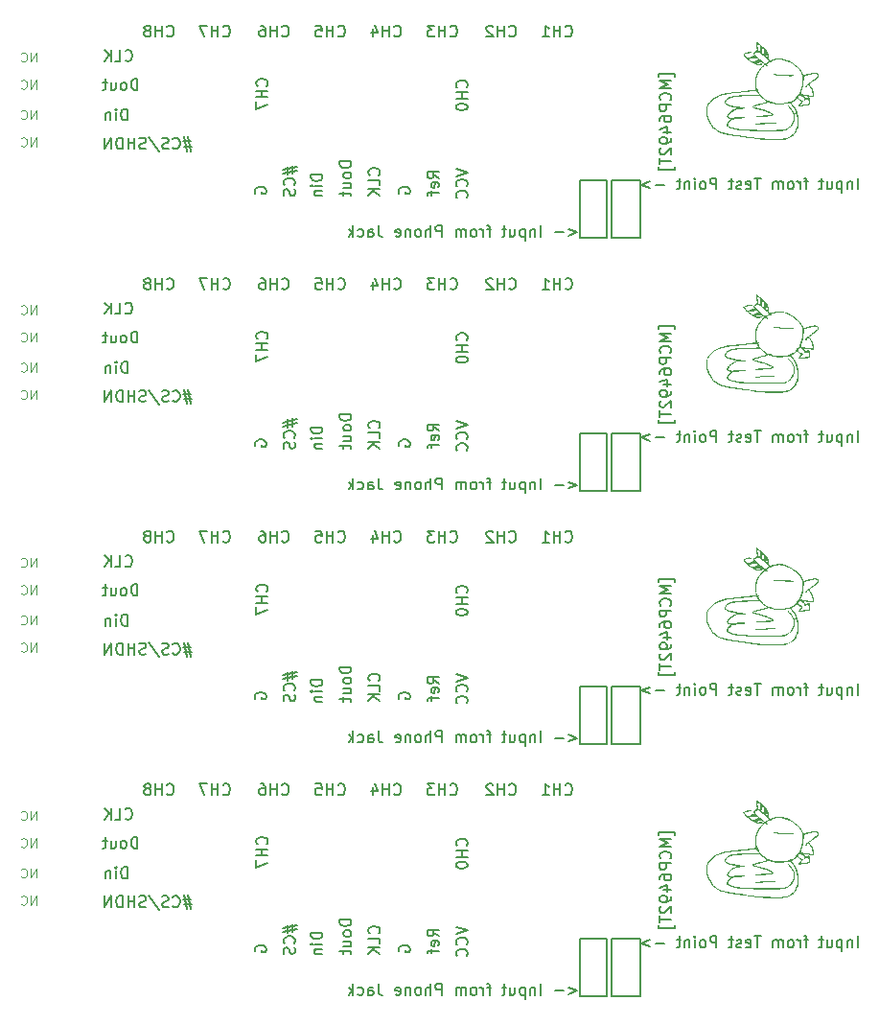
<source format=gbr>
%TF.GenerationSoftware,KiCad,Pcbnew,7.0.9*%
%TF.CreationDate,2023-12-02T23:05:05+09:00*%
%TF.ProjectId,kikit,6b696b69-742e-46b6-9963-61645f706362,rev?*%
%TF.SameCoordinates,Original*%
%TF.FileFunction,Legend,Bot*%
%TF.FilePolarity,Positive*%
%FSLAX46Y46*%
G04 Gerber Fmt 4.6, Leading zero omitted, Abs format (unit mm)*
G04 Created by KiCad (PCBNEW 7.0.9) date 2023-12-02 23:05:05*
%MOMM*%
%LPD*%
G01*
G04 APERTURE LIST*
%ADD10C,0.150000*%
%ADD11C,0.100000*%
G04 APERTURE END LIST*
D10*
X142917080Y-62563207D02*
X142964700Y-62515588D01*
X142964700Y-62515588D02*
X143012319Y-62372731D01*
X143012319Y-62372731D02*
X143012319Y-62277493D01*
X143012319Y-62277493D02*
X142964700Y-62134636D01*
X142964700Y-62134636D02*
X142869461Y-62039398D01*
X142869461Y-62039398D02*
X142774223Y-61991779D01*
X142774223Y-61991779D02*
X142583747Y-61944160D01*
X142583747Y-61944160D02*
X142440890Y-61944160D01*
X142440890Y-61944160D02*
X142250414Y-61991779D01*
X142250414Y-61991779D02*
X142155176Y-62039398D01*
X142155176Y-62039398D02*
X142059938Y-62134636D01*
X142059938Y-62134636D02*
X142012319Y-62277493D01*
X142012319Y-62277493D02*
X142012319Y-62372731D01*
X142012319Y-62372731D02*
X142059938Y-62515588D01*
X142059938Y-62515588D02*
X142107557Y-62563207D01*
X143012319Y-63467969D02*
X143012319Y-62991779D01*
X143012319Y-62991779D02*
X142012319Y-62991779D01*
X143012319Y-63801303D02*
X142012319Y-63801303D01*
X143012319Y-64372731D02*
X142440890Y-63944160D01*
X142012319Y-64372731D02*
X142583747Y-63801303D01*
D11*
X112660234Y-102254895D02*
X112660234Y-101454895D01*
X112660234Y-101454895D02*
X112203091Y-102254895D01*
X112203091Y-102254895D02*
X112203091Y-101454895D01*
X111364996Y-102178704D02*
X111403092Y-102216800D01*
X111403092Y-102216800D02*
X111517377Y-102254895D01*
X111517377Y-102254895D02*
X111593568Y-102254895D01*
X111593568Y-102254895D02*
X111707854Y-102216800D01*
X111707854Y-102216800D02*
X111784044Y-102140609D01*
X111784044Y-102140609D02*
X111822139Y-102064419D01*
X111822139Y-102064419D02*
X111860235Y-101912038D01*
X111860235Y-101912038D02*
X111860235Y-101797752D01*
X111860235Y-101797752D02*
X111822139Y-101645371D01*
X111822139Y-101645371D02*
X111784044Y-101569180D01*
X111784044Y-101569180D02*
X111707854Y-101492990D01*
X111707854Y-101492990D02*
X111593568Y-101454895D01*
X111593568Y-101454895D02*
X111517377Y-101454895D01*
X111517377Y-101454895D02*
X111403092Y-101492990D01*
X111403092Y-101492990D02*
X111364996Y-101531085D01*
D10*
X134360292Y-27933580D02*
X134407911Y-27981200D01*
X134407911Y-27981200D02*
X134550768Y-28028819D01*
X134550768Y-28028819D02*
X134646006Y-28028819D01*
X134646006Y-28028819D02*
X134788863Y-27981200D01*
X134788863Y-27981200D02*
X134884101Y-27885961D01*
X134884101Y-27885961D02*
X134931720Y-27790723D01*
X134931720Y-27790723D02*
X134979339Y-27600247D01*
X134979339Y-27600247D02*
X134979339Y-27457390D01*
X134979339Y-27457390D02*
X134931720Y-27266914D01*
X134931720Y-27266914D02*
X134884101Y-27171676D01*
X134884101Y-27171676D02*
X134788863Y-27076438D01*
X134788863Y-27076438D02*
X134646006Y-27028819D01*
X134646006Y-27028819D02*
X134550768Y-27028819D01*
X134550768Y-27028819D02*
X134407911Y-27076438D01*
X134407911Y-27076438D02*
X134360292Y-27124057D01*
X133931720Y-28028819D02*
X133931720Y-27028819D01*
X133931720Y-27505009D02*
X133360292Y-27505009D01*
X133360292Y-28028819D02*
X133360292Y-27028819D01*
X132455530Y-27028819D02*
X132646006Y-27028819D01*
X132646006Y-27028819D02*
X132741244Y-27076438D01*
X132741244Y-27076438D02*
X132788863Y-27124057D01*
X132788863Y-27124057D02*
X132884101Y-27266914D01*
X132884101Y-27266914D02*
X132931720Y-27457390D01*
X132931720Y-27457390D02*
X132931720Y-27838342D01*
X132931720Y-27838342D02*
X132884101Y-27933580D01*
X132884101Y-27933580D02*
X132836482Y-27981200D01*
X132836482Y-27981200D02*
X132741244Y-28028819D01*
X132741244Y-28028819D02*
X132550768Y-28028819D01*
X132550768Y-28028819D02*
X132455530Y-27981200D01*
X132455530Y-27981200D02*
X132407911Y-27933580D01*
X132407911Y-27933580D02*
X132360292Y-27838342D01*
X132360292Y-27838342D02*
X132360292Y-27600247D01*
X132360292Y-27600247D02*
X132407911Y-27505009D01*
X132407911Y-27505009D02*
X132455530Y-27457390D01*
X132455530Y-27457390D02*
X132550768Y-27409771D01*
X132550768Y-27409771D02*
X132741244Y-27409771D01*
X132741244Y-27409771D02*
X132836482Y-27457390D01*
X132836482Y-27457390D02*
X132884101Y-27505009D01*
X132884101Y-27505009D02*
X132931720Y-27600247D01*
X134360292Y-72573580D02*
X134407911Y-72621200D01*
X134407911Y-72621200D02*
X134550768Y-72668819D01*
X134550768Y-72668819D02*
X134646006Y-72668819D01*
X134646006Y-72668819D02*
X134788863Y-72621200D01*
X134788863Y-72621200D02*
X134884101Y-72525961D01*
X134884101Y-72525961D02*
X134931720Y-72430723D01*
X134931720Y-72430723D02*
X134979339Y-72240247D01*
X134979339Y-72240247D02*
X134979339Y-72097390D01*
X134979339Y-72097390D02*
X134931720Y-71906914D01*
X134931720Y-71906914D02*
X134884101Y-71811676D01*
X134884101Y-71811676D02*
X134788863Y-71716438D01*
X134788863Y-71716438D02*
X134646006Y-71668819D01*
X134646006Y-71668819D02*
X134550768Y-71668819D01*
X134550768Y-71668819D02*
X134407911Y-71716438D01*
X134407911Y-71716438D02*
X134360292Y-71764057D01*
X133931720Y-72668819D02*
X133931720Y-71668819D01*
X133931720Y-72145009D02*
X133360292Y-72145009D01*
X133360292Y-72668819D02*
X133360292Y-71668819D01*
X132455530Y-71668819D02*
X132646006Y-71668819D01*
X132646006Y-71668819D02*
X132741244Y-71716438D01*
X132741244Y-71716438D02*
X132788863Y-71764057D01*
X132788863Y-71764057D02*
X132884101Y-71906914D01*
X132884101Y-71906914D02*
X132931720Y-72097390D01*
X132931720Y-72097390D02*
X132931720Y-72478342D01*
X132931720Y-72478342D02*
X132884101Y-72573580D01*
X132884101Y-72573580D02*
X132836482Y-72621200D01*
X132836482Y-72621200D02*
X132741244Y-72668819D01*
X132741244Y-72668819D02*
X132550768Y-72668819D01*
X132550768Y-72668819D02*
X132455530Y-72621200D01*
X132455530Y-72621200D02*
X132407911Y-72573580D01*
X132407911Y-72573580D02*
X132360292Y-72478342D01*
X132360292Y-72478342D02*
X132360292Y-72240247D01*
X132360292Y-72240247D02*
X132407911Y-72145009D01*
X132407911Y-72145009D02*
X132455530Y-72097390D01*
X132455530Y-72097390D02*
X132550768Y-72049771D01*
X132550768Y-72049771D02*
X132741244Y-72049771D01*
X132741244Y-72049771D02*
X132836482Y-72097390D01*
X132836482Y-72097390D02*
X132884101Y-72145009D01*
X132884101Y-72145009D02*
X132931720Y-72240247D01*
X139313292Y-72573580D02*
X139360911Y-72621200D01*
X139360911Y-72621200D02*
X139503768Y-72668819D01*
X139503768Y-72668819D02*
X139599006Y-72668819D01*
X139599006Y-72668819D02*
X139741863Y-72621200D01*
X139741863Y-72621200D02*
X139837101Y-72525961D01*
X139837101Y-72525961D02*
X139884720Y-72430723D01*
X139884720Y-72430723D02*
X139932339Y-72240247D01*
X139932339Y-72240247D02*
X139932339Y-72097390D01*
X139932339Y-72097390D02*
X139884720Y-71906914D01*
X139884720Y-71906914D02*
X139837101Y-71811676D01*
X139837101Y-71811676D02*
X139741863Y-71716438D01*
X139741863Y-71716438D02*
X139599006Y-71668819D01*
X139599006Y-71668819D02*
X139503768Y-71668819D01*
X139503768Y-71668819D02*
X139360911Y-71716438D01*
X139360911Y-71716438D02*
X139313292Y-71764057D01*
X138884720Y-72668819D02*
X138884720Y-71668819D01*
X138884720Y-72145009D02*
X138313292Y-72145009D01*
X138313292Y-72668819D02*
X138313292Y-71668819D01*
X137360911Y-71668819D02*
X137837101Y-71668819D01*
X137837101Y-71668819D02*
X137884720Y-72145009D01*
X137884720Y-72145009D02*
X137837101Y-72097390D01*
X137837101Y-72097390D02*
X137741863Y-72049771D01*
X137741863Y-72049771D02*
X137503768Y-72049771D01*
X137503768Y-72049771D02*
X137408530Y-72097390D01*
X137408530Y-72097390D02*
X137360911Y-72145009D01*
X137360911Y-72145009D02*
X137313292Y-72240247D01*
X137313292Y-72240247D02*
X137313292Y-72478342D01*
X137313292Y-72478342D02*
X137360911Y-72573580D01*
X137360911Y-72573580D02*
X137408530Y-72621200D01*
X137408530Y-72621200D02*
X137503768Y-72668819D01*
X137503768Y-72668819D02*
X137741863Y-72668819D01*
X137741863Y-72668819D02*
X137837101Y-72621200D01*
X137837101Y-72621200D02*
X137884720Y-72573580D01*
X129153292Y-94893580D02*
X129200911Y-94941200D01*
X129200911Y-94941200D02*
X129343768Y-94988819D01*
X129343768Y-94988819D02*
X129439006Y-94988819D01*
X129439006Y-94988819D02*
X129581863Y-94941200D01*
X129581863Y-94941200D02*
X129677101Y-94845961D01*
X129677101Y-94845961D02*
X129724720Y-94750723D01*
X129724720Y-94750723D02*
X129772339Y-94560247D01*
X129772339Y-94560247D02*
X129772339Y-94417390D01*
X129772339Y-94417390D02*
X129724720Y-94226914D01*
X129724720Y-94226914D02*
X129677101Y-94131676D01*
X129677101Y-94131676D02*
X129581863Y-94036438D01*
X129581863Y-94036438D02*
X129439006Y-93988819D01*
X129439006Y-93988819D02*
X129343768Y-93988819D01*
X129343768Y-93988819D02*
X129200911Y-94036438D01*
X129200911Y-94036438D02*
X129153292Y-94084057D01*
X128724720Y-94988819D02*
X128724720Y-93988819D01*
X128724720Y-94465009D02*
X128153292Y-94465009D01*
X128153292Y-94988819D02*
X128153292Y-93988819D01*
X127772339Y-93988819D02*
X127105673Y-93988819D01*
X127105673Y-93988819D02*
X127534244Y-94988819D01*
D11*
X112660234Y-74854895D02*
X112660234Y-74054895D01*
X112660234Y-74054895D02*
X112203091Y-74854895D01*
X112203091Y-74854895D02*
X112203091Y-74054895D01*
X111364996Y-74778704D02*
X111403092Y-74816800D01*
X111403092Y-74816800D02*
X111517377Y-74854895D01*
X111517377Y-74854895D02*
X111593568Y-74854895D01*
X111593568Y-74854895D02*
X111707854Y-74816800D01*
X111707854Y-74816800D02*
X111784044Y-74740609D01*
X111784044Y-74740609D02*
X111822139Y-74664419D01*
X111822139Y-74664419D02*
X111860235Y-74512038D01*
X111860235Y-74512038D02*
X111860235Y-74397752D01*
X111860235Y-74397752D02*
X111822139Y-74245371D01*
X111822139Y-74245371D02*
X111784044Y-74169180D01*
X111784044Y-74169180D02*
X111707854Y-74092990D01*
X111707854Y-74092990D02*
X111593568Y-74054895D01*
X111593568Y-74054895D02*
X111517377Y-74054895D01*
X111517377Y-74054895D02*
X111403092Y-74092990D01*
X111403092Y-74092990D02*
X111364996Y-74131085D01*
D10*
X144266292Y-50253580D02*
X144313911Y-50301200D01*
X144313911Y-50301200D02*
X144456768Y-50348819D01*
X144456768Y-50348819D02*
X144552006Y-50348819D01*
X144552006Y-50348819D02*
X144694863Y-50301200D01*
X144694863Y-50301200D02*
X144790101Y-50205961D01*
X144790101Y-50205961D02*
X144837720Y-50110723D01*
X144837720Y-50110723D02*
X144885339Y-49920247D01*
X144885339Y-49920247D02*
X144885339Y-49777390D01*
X144885339Y-49777390D02*
X144837720Y-49586914D01*
X144837720Y-49586914D02*
X144790101Y-49491676D01*
X144790101Y-49491676D02*
X144694863Y-49396438D01*
X144694863Y-49396438D02*
X144552006Y-49348819D01*
X144552006Y-49348819D02*
X144456768Y-49348819D01*
X144456768Y-49348819D02*
X144313911Y-49396438D01*
X144313911Y-49396438D02*
X144266292Y-49444057D01*
X143837720Y-50348819D02*
X143837720Y-49348819D01*
X143837720Y-49825009D02*
X143266292Y-49825009D01*
X143266292Y-50348819D02*
X143266292Y-49348819D01*
X142361530Y-49682152D02*
X142361530Y-50348819D01*
X142599625Y-49301200D02*
X142837720Y-50015485D01*
X142837720Y-50015485D02*
X142218673Y-50015485D01*
D11*
X112660234Y-99587895D02*
X112660234Y-98787895D01*
X112660234Y-98787895D02*
X112203091Y-99587895D01*
X112203091Y-99587895D02*
X112203091Y-98787895D01*
X111364996Y-99511704D02*
X111403092Y-99549800D01*
X111403092Y-99549800D02*
X111517377Y-99587895D01*
X111517377Y-99587895D02*
X111593568Y-99587895D01*
X111593568Y-99587895D02*
X111707854Y-99549800D01*
X111707854Y-99549800D02*
X111784044Y-99473609D01*
X111784044Y-99473609D02*
X111822139Y-99397419D01*
X111822139Y-99397419D02*
X111860235Y-99245038D01*
X111860235Y-99245038D02*
X111860235Y-99130752D01*
X111860235Y-99130752D02*
X111822139Y-98978371D01*
X111822139Y-98978371D02*
X111784044Y-98902180D01*
X111784044Y-98902180D02*
X111707854Y-98825990D01*
X111707854Y-98825990D02*
X111593568Y-98787895D01*
X111593568Y-98787895D02*
X111517377Y-98787895D01*
X111517377Y-98787895D02*
X111403092Y-98825990D01*
X111403092Y-98825990D02*
X111364996Y-98864085D01*
D10*
X121596720Y-77367819D02*
X121596720Y-76367819D01*
X121596720Y-76367819D02*
X121358625Y-76367819D01*
X121358625Y-76367819D02*
X121215768Y-76415438D01*
X121215768Y-76415438D02*
X121120530Y-76510676D01*
X121120530Y-76510676D02*
X121072911Y-76605914D01*
X121072911Y-76605914D02*
X121025292Y-76796390D01*
X121025292Y-76796390D02*
X121025292Y-76939247D01*
X121025292Y-76939247D02*
X121072911Y-77129723D01*
X121072911Y-77129723D02*
X121120530Y-77224961D01*
X121120530Y-77224961D02*
X121215768Y-77320200D01*
X121215768Y-77320200D02*
X121358625Y-77367819D01*
X121358625Y-77367819D02*
X121596720Y-77367819D01*
X120453863Y-77367819D02*
X120549101Y-77320200D01*
X120549101Y-77320200D02*
X120596720Y-77272580D01*
X120596720Y-77272580D02*
X120644339Y-77177342D01*
X120644339Y-77177342D02*
X120644339Y-76891628D01*
X120644339Y-76891628D02*
X120596720Y-76796390D01*
X120596720Y-76796390D02*
X120549101Y-76748771D01*
X120549101Y-76748771D02*
X120453863Y-76701152D01*
X120453863Y-76701152D02*
X120311006Y-76701152D01*
X120311006Y-76701152D02*
X120215768Y-76748771D01*
X120215768Y-76748771D02*
X120168149Y-76796390D01*
X120168149Y-76796390D02*
X120120530Y-76891628D01*
X120120530Y-76891628D02*
X120120530Y-77177342D01*
X120120530Y-77177342D02*
X120168149Y-77272580D01*
X120168149Y-77272580D02*
X120215768Y-77320200D01*
X120215768Y-77320200D02*
X120311006Y-77367819D01*
X120311006Y-77367819D02*
X120453863Y-77367819D01*
X119263387Y-76701152D02*
X119263387Y-77367819D01*
X119691958Y-76701152D02*
X119691958Y-77224961D01*
X119691958Y-77224961D02*
X119644339Y-77320200D01*
X119644339Y-77320200D02*
X119549101Y-77367819D01*
X119549101Y-77367819D02*
X119406244Y-77367819D01*
X119406244Y-77367819D02*
X119311006Y-77320200D01*
X119311006Y-77320200D02*
X119263387Y-77272580D01*
X118930053Y-76701152D02*
X118549101Y-76701152D01*
X118787196Y-76367819D02*
X118787196Y-77224961D01*
X118787196Y-77224961D02*
X118739577Y-77320200D01*
X118739577Y-77320200D02*
X118644339Y-77367819D01*
X118644339Y-77367819D02*
X118549101Y-77367819D01*
X126343339Y-59588152D02*
X125629054Y-59588152D01*
X126057625Y-59159580D02*
X126343339Y-60445295D01*
X125724292Y-60016723D02*
X126438577Y-60016723D01*
X126010006Y-60445295D02*
X125724292Y-59159580D01*
X124724292Y-60159580D02*
X124771911Y-60207200D01*
X124771911Y-60207200D02*
X124914768Y-60254819D01*
X124914768Y-60254819D02*
X125010006Y-60254819D01*
X125010006Y-60254819D02*
X125152863Y-60207200D01*
X125152863Y-60207200D02*
X125248101Y-60111961D01*
X125248101Y-60111961D02*
X125295720Y-60016723D01*
X125295720Y-60016723D02*
X125343339Y-59826247D01*
X125343339Y-59826247D02*
X125343339Y-59683390D01*
X125343339Y-59683390D02*
X125295720Y-59492914D01*
X125295720Y-59492914D02*
X125248101Y-59397676D01*
X125248101Y-59397676D02*
X125152863Y-59302438D01*
X125152863Y-59302438D02*
X125010006Y-59254819D01*
X125010006Y-59254819D02*
X124914768Y-59254819D01*
X124914768Y-59254819D02*
X124771911Y-59302438D01*
X124771911Y-59302438D02*
X124724292Y-59350057D01*
X124343339Y-60207200D02*
X124200482Y-60254819D01*
X124200482Y-60254819D02*
X123962387Y-60254819D01*
X123962387Y-60254819D02*
X123867149Y-60207200D01*
X123867149Y-60207200D02*
X123819530Y-60159580D01*
X123819530Y-60159580D02*
X123771911Y-60064342D01*
X123771911Y-60064342D02*
X123771911Y-59969104D01*
X123771911Y-59969104D02*
X123819530Y-59873866D01*
X123819530Y-59873866D02*
X123867149Y-59826247D01*
X123867149Y-59826247D02*
X123962387Y-59778628D01*
X123962387Y-59778628D02*
X124152863Y-59731009D01*
X124152863Y-59731009D02*
X124248101Y-59683390D01*
X124248101Y-59683390D02*
X124295720Y-59635771D01*
X124295720Y-59635771D02*
X124343339Y-59540533D01*
X124343339Y-59540533D02*
X124343339Y-59445295D01*
X124343339Y-59445295D02*
X124295720Y-59350057D01*
X124295720Y-59350057D02*
X124248101Y-59302438D01*
X124248101Y-59302438D02*
X124152863Y-59254819D01*
X124152863Y-59254819D02*
X123914768Y-59254819D01*
X123914768Y-59254819D02*
X123771911Y-59302438D01*
X122629054Y-59207200D02*
X123486196Y-60492914D01*
X122343339Y-60207200D02*
X122200482Y-60254819D01*
X122200482Y-60254819D02*
X121962387Y-60254819D01*
X121962387Y-60254819D02*
X121867149Y-60207200D01*
X121867149Y-60207200D02*
X121819530Y-60159580D01*
X121819530Y-60159580D02*
X121771911Y-60064342D01*
X121771911Y-60064342D02*
X121771911Y-59969104D01*
X121771911Y-59969104D02*
X121819530Y-59873866D01*
X121819530Y-59873866D02*
X121867149Y-59826247D01*
X121867149Y-59826247D02*
X121962387Y-59778628D01*
X121962387Y-59778628D02*
X122152863Y-59731009D01*
X122152863Y-59731009D02*
X122248101Y-59683390D01*
X122248101Y-59683390D02*
X122295720Y-59635771D01*
X122295720Y-59635771D02*
X122343339Y-59540533D01*
X122343339Y-59540533D02*
X122343339Y-59445295D01*
X122343339Y-59445295D02*
X122295720Y-59350057D01*
X122295720Y-59350057D02*
X122248101Y-59302438D01*
X122248101Y-59302438D02*
X122152863Y-59254819D01*
X122152863Y-59254819D02*
X121914768Y-59254819D01*
X121914768Y-59254819D02*
X121771911Y-59302438D01*
X121343339Y-60254819D02*
X121343339Y-59254819D01*
X121343339Y-59731009D02*
X120771911Y-59731009D01*
X120771911Y-60254819D02*
X120771911Y-59254819D01*
X120295720Y-60254819D02*
X120295720Y-59254819D01*
X120295720Y-59254819D02*
X120057625Y-59254819D01*
X120057625Y-59254819D02*
X119914768Y-59302438D01*
X119914768Y-59302438D02*
X119819530Y-59397676D01*
X119819530Y-59397676D02*
X119771911Y-59492914D01*
X119771911Y-59492914D02*
X119724292Y-59683390D01*
X119724292Y-59683390D02*
X119724292Y-59826247D01*
X119724292Y-59826247D02*
X119771911Y-60016723D01*
X119771911Y-60016723D02*
X119819530Y-60111961D01*
X119819530Y-60111961D02*
X119914768Y-60207200D01*
X119914768Y-60207200D02*
X120057625Y-60254819D01*
X120057625Y-60254819D02*
X120295720Y-60254819D01*
X119295720Y-60254819D02*
X119295720Y-59254819D01*
X119295720Y-59254819D02*
X118724292Y-60254819D01*
X118724292Y-60254819D02*
X118724292Y-59254819D01*
X149219292Y-94893580D02*
X149266911Y-94941200D01*
X149266911Y-94941200D02*
X149409768Y-94988819D01*
X149409768Y-94988819D02*
X149505006Y-94988819D01*
X149505006Y-94988819D02*
X149647863Y-94941200D01*
X149647863Y-94941200D02*
X149743101Y-94845961D01*
X149743101Y-94845961D02*
X149790720Y-94750723D01*
X149790720Y-94750723D02*
X149838339Y-94560247D01*
X149838339Y-94560247D02*
X149838339Y-94417390D01*
X149838339Y-94417390D02*
X149790720Y-94226914D01*
X149790720Y-94226914D02*
X149743101Y-94131676D01*
X149743101Y-94131676D02*
X149647863Y-94036438D01*
X149647863Y-94036438D02*
X149505006Y-93988819D01*
X149505006Y-93988819D02*
X149409768Y-93988819D01*
X149409768Y-93988819D02*
X149266911Y-94036438D01*
X149266911Y-94036438D02*
X149219292Y-94084057D01*
X148790720Y-94988819D02*
X148790720Y-93988819D01*
X148790720Y-94465009D02*
X148219292Y-94465009D01*
X148219292Y-94988819D02*
X148219292Y-93988819D01*
X147838339Y-93988819D02*
X147219292Y-93988819D01*
X147219292Y-93988819D02*
X147552625Y-94369771D01*
X147552625Y-94369771D02*
X147409768Y-94369771D01*
X147409768Y-94369771D02*
X147314530Y-94417390D01*
X147314530Y-94417390D02*
X147266911Y-94465009D01*
X147266911Y-94465009D02*
X147219292Y-94560247D01*
X147219292Y-94560247D02*
X147219292Y-94798342D01*
X147219292Y-94798342D02*
X147266911Y-94893580D01*
X147266911Y-94893580D02*
X147314530Y-94941200D01*
X147314530Y-94941200D02*
X147409768Y-94988819D01*
X147409768Y-94988819D02*
X147695482Y-94988819D01*
X147695482Y-94988819D02*
X147790720Y-94941200D01*
X147790720Y-94941200D02*
X147838339Y-94893580D01*
X159696816Y-111975152D02*
X160458720Y-112260866D01*
X160458720Y-112260866D02*
X159696816Y-112546580D01*
X159220625Y-112260866D02*
X158458721Y-112260866D01*
X157220625Y-112641819D02*
X157220625Y-111641819D01*
X156744435Y-111975152D02*
X156744435Y-112641819D01*
X156744435Y-112070390D02*
X156696816Y-112022771D01*
X156696816Y-112022771D02*
X156601578Y-111975152D01*
X156601578Y-111975152D02*
X156458721Y-111975152D01*
X156458721Y-111975152D02*
X156363483Y-112022771D01*
X156363483Y-112022771D02*
X156315864Y-112118009D01*
X156315864Y-112118009D02*
X156315864Y-112641819D01*
X155839673Y-111975152D02*
X155839673Y-112975152D01*
X155839673Y-112022771D02*
X155744435Y-111975152D01*
X155744435Y-111975152D02*
X155553959Y-111975152D01*
X155553959Y-111975152D02*
X155458721Y-112022771D01*
X155458721Y-112022771D02*
X155411102Y-112070390D01*
X155411102Y-112070390D02*
X155363483Y-112165628D01*
X155363483Y-112165628D02*
X155363483Y-112451342D01*
X155363483Y-112451342D02*
X155411102Y-112546580D01*
X155411102Y-112546580D02*
X155458721Y-112594200D01*
X155458721Y-112594200D02*
X155553959Y-112641819D01*
X155553959Y-112641819D02*
X155744435Y-112641819D01*
X155744435Y-112641819D02*
X155839673Y-112594200D01*
X154506340Y-111975152D02*
X154506340Y-112641819D01*
X154934911Y-111975152D02*
X154934911Y-112498961D01*
X154934911Y-112498961D02*
X154887292Y-112594200D01*
X154887292Y-112594200D02*
X154792054Y-112641819D01*
X154792054Y-112641819D02*
X154649197Y-112641819D01*
X154649197Y-112641819D02*
X154553959Y-112594200D01*
X154553959Y-112594200D02*
X154506340Y-112546580D01*
X154173006Y-111975152D02*
X153792054Y-111975152D01*
X154030149Y-111641819D02*
X154030149Y-112498961D01*
X154030149Y-112498961D02*
X153982530Y-112594200D01*
X153982530Y-112594200D02*
X153887292Y-112641819D01*
X153887292Y-112641819D02*
X153792054Y-112641819D01*
X152839672Y-111975152D02*
X152458720Y-111975152D01*
X152696815Y-112641819D02*
X152696815Y-111784676D01*
X152696815Y-111784676D02*
X152649196Y-111689438D01*
X152649196Y-111689438D02*
X152553958Y-111641819D01*
X152553958Y-111641819D02*
X152458720Y-111641819D01*
X152125386Y-112641819D02*
X152125386Y-111975152D01*
X152125386Y-112165628D02*
X152077767Y-112070390D01*
X152077767Y-112070390D02*
X152030148Y-112022771D01*
X152030148Y-112022771D02*
X151934910Y-111975152D01*
X151934910Y-111975152D02*
X151839672Y-111975152D01*
X151363481Y-112641819D02*
X151458719Y-112594200D01*
X151458719Y-112594200D02*
X151506338Y-112546580D01*
X151506338Y-112546580D02*
X151553957Y-112451342D01*
X151553957Y-112451342D02*
X151553957Y-112165628D01*
X151553957Y-112165628D02*
X151506338Y-112070390D01*
X151506338Y-112070390D02*
X151458719Y-112022771D01*
X151458719Y-112022771D02*
X151363481Y-111975152D01*
X151363481Y-111975152D02*
X151220624Y-111975152D01*
X151220624Y-111975152D02*
X151125386Y-112022771D01*
X151125386Y-112022771D02*
X151077767Y-112070390D01*
X151077767Y-112070390D02*
X151030148Y-112165628D01*
X151030148Y-112165628D02*
X151030148Y-112451342D01*
X151030148Y-112451342D02*
X151077767Y-112546580D01*
X151077767Y-112546580D02*
X151125386Y-112594200D01*
X151125386Y-112594200D02*
X151220624Y-112641819D01*
X151220624Y-112641819D02*
X151363481Y-112641819D01*
X150601576Y-112641819D02*
X150601576Y-111975152D01*
X150601576Y-112070390D02*
X150553957Y-112022771D01*
X150553957Y-112022771D02*
X150458719Y-111975152D01*
X150458719Y-111975152D02*
X150315862Y-111975152D01*
X150315862Y-111975152D02*
X150220624Y-112022771D01*
X150220624Y-112022771D02*
X150173005Y-112118009D01*
X150173005Y-112118009D02*
X150173005Y-112641819D01*
X150173005Y-112118009D02*
X150125386Y-112022771D01*
X150125386Y-112022771D02*
X150030148Y-111975152D01*
X150030148Y-111975152D02*
X149887291Y-111975152D01*
X149887291Y-111975152D02*
X149792052Y-112022771D01*
X149792052Y-112022771D02*
X149744433Y-112118009D01*
X149744433Y-112118009D02*
X149744433Y-112641819D01*
X148506338Y-112641819D02*
X148506338Y-111641819D01*
X148506338Y-111641819D02*
X148125386Y-111641819D01*
X148125386Y-111641819D02*
X148030148Y-111689438D01*
X148030148Y-111689438D02*
X147982529Y-111737057D01*
X147982529Y-111737057D02*
X147934910Y-111832295D01*
X147934910Y-111832295D02*
X147934910Y-111975152D01*
X147934910Y-111975152D02*
X147982529Y-112070390D01*
X147982529Y-112070390D02*
X148030148Y-112118009D01*
X148030148Y-112118009D02*
X148125386Y-112165628D01*
X148125386Y-112165628D02*
X148506338Y-112165628D01*
X147506338Y-112641819D02*
X147506338Y-111641819D01*
X147077767Y-112641819D02*
X147077767Y-112118009D01*
X147077767Y-112118009D02*
X147125386Y-112022771D01*
X147125386Y-112022771D02*
X147220624Y-111975152D01*
X147220624Y-111975152D02*
X147363481Y-111975152D01*
X147363481Y-111975152D02*
X147458719Y-112022771D01*
X147458719Y-112022771D02*
X147506338Y-112070390D01*
X146458719Y-112641819D02*
X146553957Y-112594200D01*
X146553957Y-112594200D02*
X146601576Y-112546580D01*
X146601576Y-112546580D02*
X146649195Y-112451342D01*
X146649195Y-112451342D02*
X146649195Y-112165628D01*
X146649195Y-112165628D02*
X146601576Y-112070390D01*
X146601576Y-112070390D02*
X146553957Y-112022771D01*
X146553957Y-112022771D02*
X146458719Y-111975152D01*
X146458719Y-111975152D02*
X146315862Y-111975152D01*
X146315862Y-111975152D02*
X146220624Y-112022771D01*
X146220624Y-112022771D02*
X146173005Y-112070390D01*
X146173005Y-112070390D02*
X146125386Y-112165628D01*
X146125386Y-112165628D02*
X146125386Y-112451342D01*
X146125386Y-112451342D02*
X146173005Y-112546580D01*
X146173005Y-112546580D02*
X146220624Y-112594200D01*
X146220624Y-112594200D02*
X146315862Y-112641819D01*
X146315862Y-112641819D02*
X146458719Y-112641819D01*
X145696814Y-111975152D02*
X145696814Y-112641819D01*
X145696814Y-112070390D02*
X145649195Y-112022771D01*
X145649195Y-112022771D02*
X145553957Y-111975152D01*
X145553957Y-111975152D02*
X145411100Y-111975152D01*
X145411100Y-111975152D02*
X145315862Y-112022771D01*
X145315862Y-112022771D02*
X145268243Y-112118009D01*
X145268243Y-112118009D02*
X145268243Y-112641819D01*
X144411100Y-112594200D02*
X144506338Y-112641819D01*
X144506338Y-112641819D02*
X144696814Y-112641819D01*
X144696814Y-112641819D02*
X144792052Y-112594200D01*
X144792052Y-112594200D02*
X144839671Y-112498961D01*
X144839671Y-112498961D02*
X144839671Y-112118009D01*
X144839671Y-112118009D02*
X144792052Y-112022771D01*
X144792052Y-112022771D02*
X144696814Y-111975152D01*
X144696814Y-111975152D02*
X144506338Y-111975152D01*
X144506338Y-111975152D02*
X144411100Y-112022771D01*
X144411100Y-112022771D02*
X144363481Y-112118009D01*
X144363481Y-112118009D02*
X144363481Y-112213247D01*
X144363481Y-112213247D02*
X144839671Y-112308485D01*
X142887290Y-111641819D02*
X142887290Y-112356104D01*
X142887290Y-112356104D02*
X142934909Y-112498961D01*
X142934909Y-112498961D02*
X143030147Y-112594200D01*
X143030147Y-112594200D02*
X143173004Y-112641819D01*
X143173004Y-112641819D02*
X143268242Y-112641819D01*
X141982528Y-112641819D02*
X141982528Y-112118009D01*
X141982528Y-112118009D02*
X142030147Y-112022771D01*
X142030147Y-112022771D02*
X142125385Y-111975152D01*
X142125385Y-111975152D02*
X142315861Y-111975152D01*
X142315861Y-111975152D02*
X142411099Y-112022771D01*
X141982528Y-112594200D02*
X142077766Y-112641819D01*
X142077766Y-112641819D02*
X142315861Y-112641819D01*
X142315861Y-112641819D02*
X142411099Y-112594200D01*
X142411099Y-112594200D02*
X142458718Y-112498961D01*
X142458718Y-112498961D02*
X142458718Y-112403723D01*
X142458718Y-112403723D02*
X142411099Y-112308485D01*
X142411099Y-112308485D02*
X142315861Y-112260866D01*
X142315861Y-112260866D02*
X142077766Y-112260866D01*
X142077766Y-112260866D02*
X141982528Y-112213247D01*
X141077766Y-112594200D02*
X141173004Y-112641819D01*
X141173004Y-112641819D02*
X141363480Y-112641819D01*
X141363480Y-112641819D02*
X141458718Y-112594200D01*
X141458718Y-112594200D02*
X141506337Y-112546580D01*
X141506337Y-112546580D02*
X141553956Y-112451342D01*
X141553956Y-112451342D02*
X141553956Y-112165628D01*
X141553956Y-112165628D02*
X141506337Y-112070390D01*
X141506337Y-112070390D02*
X141458718Y-112022771D01*
X141458718Y-112022771D02*
X141363480Y-111975152D01*
X141363480Y-111975152D02*
X141173004Y-111975152D01*
X141173004Y-111975152D02*
X141077766Y-112022771D01*
X140649194Y-112641819D02*
X140649194Y-111641819D01*
X140553956Y-112260866D02*
X140268242Y-112641819D01*
X140268242Y-111975152D02*
X140649194Y-112356104D01*
X120517292Y-52412580D02*
X120564911Y-52460200D01*
X120564911Y-52460200D02*
X120707768Y-52507819D01*
X120707768Y-52507819D02*
X120803006Y-52507819D01*
X120803006Y-52507819D02*
X120945863Y-52460200D01*
X120945863Y-52460200D02*
X121041101Y-52364961D01*
X121041101Y-52364961D02*
X121088720Y-52269723D01*
X121088720Y-52269723D02*
X121136339Y-52079247D01*
X121136339Y-52079247D02*
X121136339Y-51936390D01*
X121136339Y-51936390D02*
X121088720Y-51745914D01*
X121088720Y-51745914D02*
X121041101Y-51650676D01*
X121041101Y-51650676D02*
X120945863Y-51555438D01*
X120945863Y-51555438D02*
X120803006Y-51507819D01*
X120803006Y-51507819D02*
X120707768Y-51507819D01*
X120707768Y-51507819D02*
X120564911Y-51555438D01*
X120564911Y-51555438D02*
X120517292Y-51603057D01*
X119612530Y-52507819D02*
X120088720Y-52507819D01*
X120088720Y-52507819D02*
X120088720Y-51507819D01*
X119279196Y-52507819D02*
X119279196Y-51507819D01*
X118707768Y-52507819D02*
X119136339Y-51936390D01*
X118707768Y-51507819D02*
X119279196Y-52079247D01*
X132026938Y-64166588D02*
X131979319Y-64071350D01*
X131979319Y-64071350D02*
X131979319Y-63928493D01*
X131979319Y-63928493D02*
X132026938Y-63785636D01*
X132026938Y-63785636D02*
X132122176Y-63690398D01*
X132122176Y-63690398D02*
X132217414Y-63642779D01*
X132217414Y-63642779D02*
X132407890Y-63595160D01*
X132407890Y-63595160D02*
X132550747Y-63595160D01*
X132550747Y-63595160D02*
X132741223Y-63642779D01*
X132741223Y-63642779D02*
X132836461Y-63690398D01*
X132836461Y-63690398D02*
X132931700Y-63785636D01*
X132931700Y-63785636D02*
X132979319Y-63928493D01*
X132979319Y-63928493D02*
X132979319Y-64023731D01*
X132979319Y-64023731D02*
X132931700Y-64166588D01*
X132931700Y-64166588D02*
X132884080Y-64214207D01*
X132884080Y-64214207D02*
X132550747Y-64214207D01*
X132550747Y-64214207D02*
X132550747Y-64023731D01*
X154426292Y-72573580D02*
X154473911Y-72621200D01*
X154473911Y-72621200D02*
X154616768Y-72668819D01*
X154616768Y-72668819D02*
X154712006Y-72668819D01*
X154712006Y-72668819D02*
X154854863Y-72621200D01*
X154854863Y-72621200D02*
X154950101Y-72525961D01*
X154950101Y-72525961D02*
X154997720Y-72430723D01*
X154997720Y-72430723D02*
X155045339Y-72240247D01*
X155045339Y-72240247D02*
X155045339Y-72097390D01*
X155045339Y-72097390D02*
X154997720Y-71906914D01*
X154997720Y-71906914D02*
X154950101Y-71811676D01*
X154950101Y-71811676D02*
X154854863Y-71716438D01*
X154854863Y-71716438D02*
X154712006Y-71668819D01*
X154712006Y-71668819D02*
X154616768Y-71668819D01*
X154616768Y-71668819D02*
X154473911Y-71716438D01*
X154473911Y-71716438D02*
X154426292Y-71764057D01*
X153997720Y-72668819D02*
X153997720Y-71668819D01*
X153997720Y-72145009D02*
X153426292Y-72145009D01*
X153426292Y-72668819D02*
X153426292Y-71668819D01*
X152997720Y-71764057D02*
X152950101Y-71716438D01*
X152950101Y-71716438D02*
X152854863Y-71668819D01*
X152854863Y-71668819D02*
X152616768Y-71668819D01*
X152616768Y-71668819D02*
X152521530Y-71716438D01*
X152521530Y-71716438D02*
X152473911Y-71764057D01*
X152473911Y-71764057D02*
X152426292Y-71859295D01*
X152426292Y-71859295D02*
X152426292Y-71954533D01*
X152426292Y-71954533D02*
X152473911Y-72097390D01*
X152473911Y-72097390D02*
X153045339Y-72668819D01*
X153045339Y-72668819D02*
X152426292Y-72668819D01*
X126343339Y-81908152D02*
X125629054Y-81908152D01*
X126057625Y-81479580D02*
X126343339Y-82765295D01*
X125724292Y-82336723D02*
X126438577Y-82336723D01*
X126010006Y-82765295D02*
X125724292Y-81479580D01*
X124724292Y-82479580D02*
X124771911Y-82527200D01*
X124771911Y-82527200D02*
X124914768Y-82574819D01*
X124914768Y-82574819D02*
X125010006Y-82574819D01*
X125010006Y-82574819D02*
X125152863Y-82527200D01*
X125152863Y-82527200D02*
X125248101Y-82431961D01*
X125248101Y-82431961D02*
X125295720Y-82336723D01*
X125295720Y-82336723D02*
X125343339Y-82146247D01*
X125343339Y-82146247D02*
X125343339Y-82003390D01*
X125343339Y-82003390D02*
X125295720Y-81812914D01*
X125295720Y-81812914D02*
X125248101Y-81717676D01*
X125248101Y-81717676D02*
X125152863Y-81622438D01*
X125152863Y-81622438D02*
X125010006Y-81574819D01*
X125010006Y-81574819D02*
X124914768Y-81574819D01*
X124914768Y-81574819D02*
X124771911Y-81622438D01*
X124771911Y-81622438D02*
X124724292Y-81670057D01*
X124343339Y-82527200D02*
X124200482Y-82574819D01*
X124200482Y-82574819D02*
X123962387Y-82574819D01*
X123962387Y-82574819D02*
X123867149Y-82527200D01*
X123867149Y-82527200D02*
X123819530Y-82479580D01*
X123819530Y-82479580D02*
X123771911Y-82384342D01*
X123771911Y-82384342D02*
X123771911Y-82289104D01*
X123771911Y-82289104D02*
X123819530Y-82193866D01*
X123819530Y-82193866D02*
X123867149Y-82146247D01*
X123867149Y-82146247D02*
X123962387Y-82098628D01*
X123962387Y-82098628D02*
X124152863Y-82051009D01*
X124152863Y-82051009D02*
X124248101Y-82003390D01*
X124248101Y-82003390D02*
X124295720Y-81955771D01*
X124295720Y-81955771D02*
X124343339Y-81860533D01*
X124343339Y-81860533D02*
X124343339Y-81765295D01*
X124343339Y-81765295D02*
X124295720Y-81670057D01*
X124295720Y-81670057D02*
X124248101Y-81622438D01*
X124248101Y-81622438D02*
X124152863Y-81574819D01*
X124152863Y-81574819D02*
X123914768Y-81574819D01*
X123914768Y-81574819D02*
X123771911Y-81622438D01*
X122629054Y-81527200D02*
X123486196Y-82812914D01*
X122343339Y-82527200D02*
X122200482Y-82574819D01*
X122200482Y-82574819D02*
X121962387Y-82574819D01*
X121962387Y-82574819D02*
X121867149Y-82527200D01*
X121867149Y-82527200D02*
X121819530Y-82479580D01*
X121819530Y-82479580D02*
X121771911Y-82384342D01*
X121771911Y-82384342D02*
X121771911Y-82289104D01*
X121771911Y-82289104D02*
X121819530Y-82193866D01*
X121819530Y-82193866D02*
X121867149Y-82146247D01*
X121867149Y-82146247D02*
X121962387Y-82098628D01*
X121962387Y-82098628D02*
X122152863Y-82051009D01*
X122152863Y-82051009D02*
X122248101Y-82003390D01*
X122248101Y-82003390D02*
X122295720Y-81955771D01*
X122295720Y-81955771D02*
X122343339Y-81860533D01*
X122343339Y-81860533D02*
X122343339Y-81765295D01*
X122343339Y-81765295D02*
X122295720Y-81670057D01*
X122295720Y-81670057D02*
X122248101Y-81622438D01*
X122248101Y-81622438D02*
X122152863Y-81574819D01*
X122152863Y-81574819D02*
X121914768Y-81574819D01*
X121914768Y-81574819D02*
X121771911Y-81622438D01*
X121343339Y-82574819D02*
X121343339Y-81574819D01*
X121343339Y-82051009D02*
X120771911Y-82051009D01*
X120771911Y-82574819D02*
X120771911Y-81574819D01*
X120295720Y-82574819D02*
X120295720Y-81574819D01*
X120295720Y-81574819D02*
X120057625Y-81574819D01*
X120057625Y-81574819D02*
X119914768Y-81622438D01*
X119914768Y-81622438D02*
X119819530Y-81717676D01*
X119819530Y-81717676D02*
X119771911Y-81812914D01*
X119771911Y-81812914D02*
X119724292Y-82003390D01*
X119724292Y-82003390D02*
X119724292Y-82146247D01*
X119724292Y-82146247D02*
X119771911Y-82336723D01*
X119771911Y-82336723D02*
X119819530Y-82431961D01*
X119819530Y-82431961D02*
X119914768Y-82527200D01*
X119914768Y-82527200D02*
X120057625Y-82574819D01*
X120057625Y-82574819D02*
X120295720Y-82574819D01*
X119295720Y-82574819D02*
X119295720Y-81574819D01*
X119295720Y-81574819D02*
X118724292Y-82574819D01*
X118724292Y-82574819D02*
X118724292Y-81574819D01*
D11*
X112660234Y-77267895D02*
X112660234Y-76467895D01*
X112660234Y-76467895D02*
X112203091Y-77267895D01*
X112203091Y-77267895D02*
X112203091Y-76467895D01*
X111364996Y-77191704D02*
X111403092Y-77229800D01*
X111403092Y-77229800D02*
X111517377Y-77267895D01*
X111517377Y-77267895D02*
X111593568Y-77267895D01*
X111593568Y-77267895D02*
X111707854Y-77229800D01*
X111707854Y-77229800D02*
X111784044Y-77153609D01*
X111784044Y-77153609D02*
X111822139Y-77077419D01*
X111822139Y-77077419D02*
X111860235Y-76925038D01*
X111860235Y-76925038D02*
X111860235Y-76810752D01*
X111860235Y-76810752D02*
X111822139Y-76658371D01*
X111822139Y-76658371D02*
X111784044Y-76582180D01*
X111784044Y-76582180D02*
X111707854Y-76505990D01*
X111707854Y-76505990D02*
X111593568Y-76467895D01*
X111593568Y-76467895D02*
X111517377Y-76467895D01*
X111517377Y-76467895D02*
X111403092Y-76505990D01*
X111403092Y-76505990D02*
X111364996Y-76544085D01*
D10*
X137932319Y-84819779D02*
X136932319Y-84819779D01*
X136932319Y-84819779D02*
X136932319Y-85057874D01*
X136932319Y-85057874D02*
X136979938Y-85200731D01*
X136979938Y-85200731D02*
X137075176Y-85295969D01*
X137075176Y-85295969D02*
X137170414Y-85343588D01*
X137170414Y-85343588D02*
X137360890Y-85391207D01*
X137360890Y-85391207D02*
X137503747Y-85391207D01*
X137503747Y-85391207D02*
X137694223Y-85343588D01*
X137694223Y-85343588D02*
X137789461Y-85295969D01*
X137789461Y-85295969D02*
X137884700Y-85200731D01*
X137884700Y-85200731D02*
X137932319Y-85057874D01*
X137932319Y-85057874D02*
X137932319Y-84819779D01*
X137932319Y-85819779D02*
X137265652Y-85819779D01*
X136932319Y-85819779D02*
X136979938Y-85772160D01*
X136979938Y-85772160D02*
X137027557Y-85819779D01*
X137027557Y-85819779D02*
X136979938Y-85867398D01*
X136979938Y-85867398D02*
X136932319Y-85819779D01*
X136932319Y-85819779D02*
X137027557Y-85819779D01*
X137265652Y-86295969D02*
X137932319Y-86295969D01*
X137360890Y-86295969D02*
X137313271Y-86343588D01*
X137313271Y-86343588D02*
X137265652Y-86438826D01*
X137265652Y-86438826D02*
X137265652Y-86581683D01*
X137265652Y-86581683D02*
X137313271Y-86676921D01*
X137313271Y-86676921D02*
X137408509Y-86724540D01*
X137408509Y-86724540D02*
X137932319Y-86724540D01*
X120707720Y-80034819D02*
X120707720Y-79034819D01*
X120707720Y-79034819D02*
X120469625Y-79034819D01*
X120469625Y-79034819D02*
X120326768Y-79082438D01*
X120326768Y-79082438D02*
X120231530Y-79177676D01*
X120231530Y-79177676D02*
X120183911Y-79272914D01*
X120183911Y-79272914D02*
X120136292Y-79463390D01*
X120136292Y-79463390D02*
X120136292Y-79606247D01*
X120136292Y-79606247D02*
X120183911Y-79796723D01*
X120183911Y-79796723D02*
X120231530Y-79891961D01*
X120231530Y-79891961D02*
X120326768Y-79987200D01*
X120326768Y-79987200D02*
X120469625Y-80034819D01*
X120469625Y-80034819D02*
X120707720Y-80034819D01*
X119707720Y-80034819D02*
X119707720Y-79368152D01*
X119707720Y-79034819D02*
X119755339Y-79082438D01*
X119755339Y-79082438D02*
X119707720Y-79130057D01*
X119707720Y-79130057D02*
X119660101Y-79082438D01*
X119660101Y-79082438D02*
X119707720Y-79034819D01*
X119707720Y-79034819D02*
X119707720Y-79130057D01*
X119231530Y-79368152D02*
X119231530Y-80034819D01*
X119231530Y-79463390D02*
X119183911Y-79415771D01*
X119183911Y-79415771D02*
X119088673Y-79368152D01*
X119088673Y-79368152D02*
X118945816Y-79368152D01*
X118945816Y-79368152D02*
X118850578Y-79415771D01*
X118850578Y-79415771D02*
X118802959Y-79511009D01*
X118802959Y-79511009D02*
X118802959Y-80034819D01*
X142917080Y-40243207D02*
X142964700Y-40195588D01*
X142964700Y-40195588D02*
X143012319Y-40052731D01*
X143012319Y-40052731D02*
X143012319Y-39957493D01*
X143012319Y-39957493D02*
X142964700Y-39814636D01*
X142964700Y-39814636D02*
X142869461Y-39719398D01*
X142869461Y-39719398D02*
X142774223Y-39671779D01*
X142774223Y-39671779D02*
X142583747Y-39624160D01*
X142583747Y-39624160D02*
X142440890Y-39624160D01*
X142440890Y-39624160D02*
X142250414Y-39671779D01*
X142250414Y-39671779D02*
X142155176Y-39719398D01*
X142155176Y-39719398D02*
X142059938Y-39814636D01*
X142059938Y-39814636D02*
X142012319Y-39957493D01*
X142012319Y-39957493D02*
X142012319Y-40052731D01*
X142012319Y-40052731D02*
X142059938Y-40195588D01*
X142059938Y-40195588D02*
X142107557Y-40243207D01*
X143012319Y-41147969D02*
X143012319Y-40671779D01*
X143012319Y-40671779D02*
X142012319Y-40671779D01*
X143012319Y-41481303D02*
X142012319Y-41481303D01*
X143012319Y-42052731D02*
X142440890Y-41624160D01*
X142012319Y-42052731D02*
X142583747Y-41481303D01*
D11*
X112660234Y-82347895D02*
X112660234Y-81547895D01*
X112660234Y-81547895D02*
X112203091Y-82347895D01*
X112203091Y-82347895D02*
X112203091Y-81547895D01*
X111364996Y-82271704D02*
X111403092Y-82309800D01*
X111403092Y-82309800D02*
X111517377Y-82347895D01*
X111517377Y-82347895D02*
X111593568Y-82347895D01*
X111593568Y-82347895D02*
X111707854Y-82309800D01*
X111707854Y-82309800D02*
X111784044Y-82233609D01*
X111784044Y-82233609D02*
X111822139Y-82157419D01*
X111822139Y-82157419D02*
X111860235Y-82005038D01*
X111860235Y-82005038D02*
X111860235Y-81890752D01*
X111860235Y-81890752D02*
X111822139Y-81738371D01*
X111822139Y-81738371D02*
X111784044Y-81662180D01*
X111784044Y-81662180D02*
X111707854Y-81585990D01*
X111707854Y-81585990D02*
X111593568Y-81547895D01*
X111593568Y-81547895D02*
X111517377Y-81547895D01*
X111517377Y-81547895D02*
X111403092Y-81585990D01*
X111403092Y-81585990D02*
X111364996Y-81624085D01*
D10*
X134852652Y-84137160D02*
X134852652Y-84851445D01*
X134424080Y-84422874D02*
X135709795Y-84137160D01*
X135281223Y-84756207D02*
X135281223Y-84041922D01*
X135709795Y-84470493D02*
X134424080Y-84756207D01*
X135424080Y-85756207D02*
X135471700Y-85708588D01*
X135471700Y-85708588D02*
X135519319Y-85565731D01*
X135519319Y-85565731D02*
X135519319Y-85470493D01*
X135519319Y-85470493D02*
X135471700Y-85327636D01*
X135471700Y-85327636D02*
X135376461Y-85232398D01*
X135376461Y-85232398D02*
X135281223Y-85184779D01*
X135281223Y-85184779D02*
X135090747Y-85137160D01*
X135090747Y-85137160D02*
X134947890Y-85137160D01*
X134947890Y-85137160D02*
X134757414Y-85184779D01*
X134757414Y-85184779D02*
X134662176Y-85232398D01*
X134662176Y-85232398D02*
X134566938Y-85327636D01*
X134566938Y-85327636D02*
X134519319Y-85470493D01*
X134519319Y-85470493D02*
X134519319Y-85565731D01*
X134519319Y-85565731D02*
X134566938Y-85708588D01*
X134566938Y-85708588D02*
X134614557Y-85756207D01*
X135471700Y-86137160D02*
X135519319Y-86280017D01*
X135519319Y-86280017D02*
X135519319Y-86518112D01*
X135519319Y-86518112D02*
X135471700Y-86613350D01*
X135471700Y-86613350D02*
X135424080Y-86660969D01*
X135424080Y-86660969D02*
X135328842Y-86708588D01*
X135328842Y-86708588D02*
X135233604Y-86708588D01*
X135233604Y-86708588D02*
X135138366Y-86660969D01*
X135138366Y-86660969D02*
X135090747Y-86613350D01*
X135090747Y-86613350D02*
X135043128Y-86518112D01*
X135043128Y-86518112D02*
X134995509Y-86327636D01*
X134995509Y-86327636D02*
X134947890Y-86232398D01*
X134947890Y-86232398D02*
X134900271Y-86184779D01*
X134900271Y-86184779D02*
X134805033Y-86137160D01*
X134805033Y-86137160D02*
X134709795Y-86137160D01*
X134709795Y-86137160D02*
X134614557Y-86184779D01*
X134614557Y-86184779D02*
X134566938Y-86232398D01*
X134566938Y-86232398D02*
X134519319Y-86327636D01*
X134519319Y-86327636D02*
X134519319Y-86565731D01*
X134519319Y-86565731D02*
X134566938Y-86708588D01*
X144266292Y-94893580D02*
X144313911Y-94941200D01*
X144313911Y-94941200D02*
X144456768Y-94988819D01*
X144456768Y-94988819D02*
X144552006Y-94988819D01*
X144552006Y-94988819D02*
X144694863Y-94941200D01*
X144694863Y-94941200D02*
X144790101Y-94845961D01*
X144790101Y-94845961D02*
X144837720Y-94750723D01*
X144837720Y-94750723D02*
X144885339Y-94560247D01*
X144885339Y-94560247D02*
X144885339Y-94417390D01*
X144885339Y-94417390D02*
X144837720Y-94226914D01*
X144837720Y-94226914D02*
X144790101Y-94131676D01*
X144790101Y-94131676D02*
X144694863Y-94036438D01*
X144694863Y-94036438D02*
X144552006Y-93988819D01*
X144552006Y-93988819D02*
X144456768Y-93988819D01*
X144456768Y-93988819D02*
X144313911Y-94036438D01*
X144313911Y-94036438D02*
X144266292Y-94084057D01*
X143837720Y-94988819D02*
X143837720Y-93988819D01*
X143837720Y-94465009D02*
X143266292Y-94465009D01*
X143266292Y-94988819D02*
X143266292Y-93988819D01*
X142361530Y-94322152D02*
X142361530Y-94988819D01*
X142599625Y-93941200D02*
X142837720Y-94655485D01*
X142837720Y-94655485D02*
X142218673Y-94655485D01*
X120517292Y-30092580D02*
X120564911Y-30140200D01*
X120564911Y-30140200D02*
X120707768Y-30187819D01*
X120707768Y-30187819D02*
X120803006Y-30187819D01*
X120803006Y-30187819D02*
X120945863Y-30140200D01*
X120945863Y-30140200D02*
X121041101Y-30044961D01*
X121041101Y-30044961D02*
X121088720Y-29949723D01*
X121088720Y-29949723D02*
X121136339Y-29759247D01*
X121136339Y-29759247D02*
X121136339Y-29616390D01*
X121136339Y-29616390D02*
X121088720Y-29425914D01*
X121088720Y-29425914D02*
X121041101Y-29330676D01*
X121041101Y-29330676D02*
X120945863Y-29235438D01*
X120945863Y-29235438D02*
X120803006Y-29187819D01*
X120803006Y-29187819D02*
X120707768Y-29187819D01*
X120707768Y-29187819D02*
X120564911Y-29235438D01*
X120564911Y-29235438D02*
X120517292Y-29283057D01*
X119612530Y-30187819D02*
X120088720Y-30187819D01*
X120088720Y-30187819D02*
X120088720Y-29187819D01*
X119279196Y-30187819D02*
X119279196Y-29187819D01*
X118707768Y-30187819D02*
X119136339Y-29616390D01*
X118707768Y-29187819D02*
X119279196Y-29759247D01*
X144726938Y-41846588D02*
X144679319Y-41751350D01*
X144679319Y-41751350D02*
X144679319Y-41608493D01*
X144679319Y-41608493D02*
X144726938Y-41465636D01*
X144726938Y-41465636D02*
X144822176Y-41370398D01*
X144822176Y-41370398D02*
X144917414Y-41322779D01*
X144917414Y-41322779D02*
X145107890Y-41275160D01*
X145107890Y-41275160D02*
X145250747Y-41275160D01*
X145250747Y-41275160D02*
X145441223Y-41322779D01*
X145441223Y-41322779D02*
X145536461Y-41370398D01*
X145536461Y-41370398D02*
X145631700Y-41465636D01*
X145631700Y-41465636D02*
X145679319Y-41608493D01*
X145679319Y-41608493D02*
X145679319Y-41703731D01*
X145679319Y-41703731D02*
X145631700Y-41846588D01*
X145631700Y-41846588D02*
X145584080Y-41894207D01*
X145584080Y-41894207D02*
X145250747Y-41894207D01*
X145250747Y-41894207D02*
X145250747Y-41703731D01*
X148219319Y-85137207D02*
X147743128Y-84803874D01*
X148219319Y-84565779D02*
X147219319Y-84565779D01*
X147219319Y-84565779D02*
X147219319Y-84946731D01*
X147219319Y-84946731D02*
X147266938Y-85041969D01*
X147266938Y-85041969D02*
X147314557Y-85089588D01*
X147314557Y-85089588D02*
X147409795Y-85137207D01*
X147409795Y-85137207D02*
X147552652Y-85137207D01*
X147552652Y-85137207D02*
X147647890Y-85089588D01*
X147647890Y-85089588D02*
X147695509Y-85041969D01*
X147695509Y-85041969D02*
X147743128Y-84946731D01*
X147743128Y-84946731D02*
X147743128Y-84565779D01*
X148171700Y-85946731D02*
X148219319Y-85851493D01*
X148219319Y-85851493D02*
X148219319Y-85661017D01*
X148219319Y-85661017D02*
X148171700Y-85565779D01*
X148171700Y-85565779D02*
X148076461Y-85518160D01*
X148076461Y-85518160D02*
X147695509Y-85518160D01*
X147695509Y-85518160D02*
X147600271Y-85565779D01*
X147600271Y-85565779D02*
X147552652Y-85661017D01*
X147552652Y-85661017D02*
X147552652Y-85851493D01*
X147552652Y-85851493D02*
X147600271Y-85946731D01*
X147600271Y-85946731D02*
X147695509Y-85994350D01*
X147695509Y-85994350D02*
X147790747Y-85994350D01*
X147790747Y-85994350D02*
X147885985Y-85518160D01*
X147552652Y-86280065D02*
X147552652Y-86661017D01*
X148219319Y-86422922D02*
X147362176Y-86422922D01*
X147362176Y-86422922D02*
X147266938Y-86470541D01*
X147266938Y-86470541D02*
X147219319Y-86565779D01*
X147219319Y-86565779D02*
X147219319Y-86661017D01*
D11*
X112660234Y-30214895D02*
X112660234Y-29414895D01*
X112660234Y-29414895D02*
X112203091Y-30214895D01*
X112203091Y-30214895D02*
X112203091Y-29414895D01*
X111364996Y-30138704D02*
X111403092Y-30176800D01*
X111403092Y-30176800D02*
X111517377Y-30214895D01*
X111517377Y-30214895D02*
X111593568Y-30214895D01*
X111593568Y-30214895D02*
X111707854Y-30176800D01*
X111707854Y-30176800D02*
X111784044Y-30100609D01*
X111784044Y-30100609D02*
X111822139Y-30024419D01*
X111822139Y-30024419D02*
X111860235Y-29872038D01*
X111860235Y-29872038D02*
X111860235Y-29757752D01*
X111860235Y-29757752D02*
X111822139Y-29605371D01*
X111822139Y-29605371D02*
X111784044Y-29529180D01*
X111784044Y-29529180D02*
X111707854Y-29452990D01*
X111707854Y-29452990D02*
X111593568Y-29414895D01*
X111593568Y-29414895D02*
X111517377Y-29414895D01*
X111517377Y-29414895D02*
X111403092Y-29452990D01*
X111403092Y-29452990D02*
X111364996Y-29491085D01*
D10*
X120707720Y-35394819D02*
X120707720Y-34394819D01*
X120707720Y-34394819D02*
X120469625Y-34394819D01*
X120469625Y-34394819D02*
X120326768Y-34442438D01*
X120326768Y-34442438D02*
X120231530Y-34537676D01*
X120231530Y-34537676D02*
X120183911Y-34632914D01*
X120183911Y-34632914D02*
X120136292Y-34823390D01*
X120136292Y-34823390D02*
X120136292Y-34966247D01*
X120136292Y-34966247D02*
X120183911Y-35156723D01*
X120183911Y-35156723D02*
X120231530Y-35251961D01*
X120231530Y-35251961D02*
X120326768Y-35347200D01*
X120326768Y-35347200D02*
X120469625Y-35394819D01*
X120469625Y-35394819D02*
X120707720Y-35394819D01*
X119707720Y-35394819D02*
X119707720Y-34728152D01*
X119707720Y-34394819D02*
X119755339Y-34442438D01*
X119755339Y-34442438D02*
X119707720Y-34490057D01*
X119707720Y-34490057D02*
X119660101Y-34442438D01*
X119660101Y-34442438D02*
X119707720Y-34394819D01*
X119707720Y-34394819D02*
X119707720Y-34490057D01*
X119231530Y-34728152D02*
X119231530Y-35394819D01*
X119231530Y-34823390D02*
X119183911Y-34775771D01*
X119183911Y-34775771D02*
X119088673Y-34728152D01*
X119088673Y-34728152D02*
X118945816Y-34728152D01*
X118945816Y-34728152D02*
X118850578Y-34775771D01*
X118850578Y-34775771D02*
X118802959Y-34871009D01*
X118802959Y-34871009D02*
X118802959Y-35394819D01*
X132026938Y-41846588D02*
X131979319Y-41751350D01*
X131979319Y-41751350D02*
X131979319Y-41608493D01*
X131979319Y-41608493D02*
X132026938Y-41465636D01*
X132026938Y-41465636D02*
X132122176Y-41370398D01*
X132122176Y-41370398D02*
X132217414Y-41322779D01*
X132217414Y-41322779D02*
X132407890Y-41275160D01*
X132407890Y-41275160D02*
X132550747Y-41275160D01*
X132550747Y-41275160D02*
X132741223Y-41322779D01*
X132741223Y-41322779D02*
X132836461Y-41370398D01*
X132836461Y-41370398D02*
X132931700Y-41465636D01*
X132931700Y-41465636D02*
X132979319Y-41608493D01*
X132979319Y-41608493D02*
X132979319Y-41703731D01*
X132979319Y-41703731D02*
X132931700Y-41846588D01*
X132931700Y-41846588D02*
X132884080Y-41894207D01*
X132884080Y-41894207D02*
X132550747Y-41894207D01*
X132550747Y-41894207D02*
X132550747Y-41703731D01*
X134852652Y-61817160D02*
X134852652Y-62531445D01*
X134424080Y-62102874D02*
X135709795Y-61817160D01*
X135281223Y-62436207D02*
X135281223Y-61721922D01*
X135709795Y-62150493D02*
X134424080Y-62436207D01*
X135424080Y-63436207D02*
X135471700Y-63388588D01*
X135471700Y-63388588D02*
X135519319Y-63245731D01*
X135519319Y-63245731D02*
X135519319Y-63150493D01*
X135519319Y-63150493D02*
X135471700Y-63007636D01*
X135471700Y-63007636D02*
X135376461Y-62912398D01*
X135376461Y-62912398D02*
X135281223Y-62864779D01*
X135281223Y-62864779D02*
X135090747Y-62817160D01*
X135090747Y-62817160D02*
X134947890Y-62817160D01*
X134947890Y-62817160D02*
X134757414Y-62864779D01*
X134757414Y-62864779D02*
X134662176Y-62912398D01*
X134662176Y-62912398D02*
X134566938Y-63007636D01*
X134566938Y-63007636D02*
X134519319Y-63150493D01*
X134519319Y-63150493D02*
X134519319Y-63245731D01*
X134519319Y-63245731D02*
X134566938Y-63388588D01*
X134566938Y-63388588D02*
X134614557Y-63436207D01*
X135471700Y-63817160D02*
X135519319Y-63960017D01*
X135519319Y-63960017D02*
X135519319Y-64198112D01*
X135519319Y-64198112D02*
X135471700Y-64293350D01*
X135471700Y-64293350D02*
X135424080Y-64340969D01*
X135424080Y-64340969D02*
X135328842Y-64388588D01*
X135328842Y-64388588D02*
X135233604Y-64388588D01*
X135233604Y-64388588D02*
X135138366Y-64340969D01*
X135138366Y-64340969D02*
X135090747Y-64293350D01*
X135090747Y-64293350D02*
X135043128Y-64198112D01*
X135043128Y-64198112D02*
X134995509Y-64007636D01*
X134995509Y-64007636D02*
X134947890Y-63912398D01*
X134947890Y-63912398D02*
X134900271Y-63864779D01*
X134900271Y-63864779D02*
X134805033Y-63817160D01*
X134805033Y-63817160D02*
X134709795Y-63817160D01*
X134709795Y-63817160D02*
X134614557Y-63864779D01*
X134614557Y-63864779D02*
X134566938Y-63912398D01*
X134566938Y-63912398D02*
X134519319Y-64007636D01*
X134519319Y-64007636D02*
X134519319Y-64245731D01*
X134519319Y-64245731D02*
X134566938Y-64388588D01*
X140472319Y-61356779D02*
X139472319Y-61356779D01*
X139472319Y-61356779D02*
X139472319Y-61594874D01*
X139472319Y-61594874D02*
X139519938Y-61737731D01*
X139519938Y-61737731D02*
X139615176Y-61832969D01*
X139615176Y-61832969D02*
X139710414Y-61880588D01*
X139710414Y-61880588D02*
X139900890Y-61928207D01*
X139900890Y-61928207D02*
X140043747Y-61928207D01*
X140043747Y-61928207D02*
X140234223Y-61880588D01*
X140234223Y-61880588D02*
X140329461Y-61832969D01*
X140329461Y-61832969D02*
X140424700Y-61737731D01*
X140424700Y-61737731D02*
X140472319Y-61594874D01*
X140472319Y-61594874D02*
X140472319Y-61356779D01*
X140472319Y-62499636D02*
X140424700Y-62404398D01*
X140424700Y-62404398D02*
X140377080Y-62356779D01*
X140377080Y-62356779D02*
X140281842Y-62309160D01*
X140281842Y-62309160D02*
X139996128Y-62309160D01*
X139996128Y-62309160D02*
X139900890Y-62356779D01*
X139900890Y-62356779D02*
X139853271Y-62404398D01*
X139853271Y-62404398D02*
X139805652Y-62499636D01*
X139805652Y-62499636D02*
X139805652Y-62642493D01*
X139805652Y-62642493D02*
X139853271Y-62737731D01*
X139853271Y-62737731D02*
X139900890Y-62785350D01*
X139900890Y-62785350D02*
X139996128Y-62832969D01*
X139996128Y-62832969D02*
X140281842Y-62832969D01*
X140281842Y-62832969D02*
X140377080Y-62785350D01*
X140377080Y-62785350D02*
X140424700Y-62737731D01*
X140424700Y-62737731D02*
X140472319Y-62642493D01*
X140472319Y-62642493D02*
X140472319Y-62499636D01*
X139805652Y-63690112D02*
X140472319Y-63690112D01*
X139805652Y-63261541D02*
X140329461Y-63261541D01*
X140329461Y-63261541D02*
X140424700Y-63309160D01*
X140424700Y-63309160D02*
X140472319Y-63404398D01*
X140472319Y-63404398D02*
X140472319Y-63547255D01*
X140472319Y-63547255D02*
X140424700Y-63642493D01*
X140424700Y-63642493D02*
X140377080Y-63690112D01*
X139805652Y-64023446D02*
X139805652Y-64404398D01*
X139472319Y-64166303D02*
X140329461Y-64166303D01*
X140329461Y-64166303D02*
X140424700Y-64213922D01*
X140424700Y-64213922D02*
X140472319Y-64309160D01*
X140472319Y-64309160D02*
X140472319Y-64404398D01*
D11*
X112660234Y-37707895D02*
X112660234Y-36907895D01*
X112660234Y-36907895D02*
X112203091Y-37707895D01*
X112203091Y-37707895D02*
X112203091Y-36907895D01*
X111364996Y-37631704D02*
X111403092Y-37669800D01*
X111403092Y-37669800D02*
X111517377Y-37707895D01*
X111517377Y-37707895D02*
X111593568Y-37707895D01*
X111593568Y-37707895D02*
X111707854Y-37669800D01*
X111707854Y-37669800D02*
X111784044Y-37593609D01*
X111784044Y-37593609D02*
X111822139Y-37517419D01*
X111822139Y-37517419D02*
X111860235Y-37365038D01*
X111860235Y-37365038D02*
X111860235Y-37250752D01*
X111860235Y-37250752D02*
X111822139Y-37098371D01*
X111822139Y-37098371D02*
X111784044Y-37022180D01*
X111784044Y-37022180D02*
X111707854Y-36945990D01*
X111707854Y-36945990D02*
X111593568Y-36907895D01*
X111593568Y-36907895D02*
X111517377Y-36907895D01*
X111517377Y-36907895D02*
X111403092Y-36945990D01*
X111403092Y-36945990D02*
X111364996Y-36984085D01*
D10*
X129153292Y-50253580D02*
X129200911Y-50301200D01*
X129200911Y-50301200D02*
X129343768Y-50348819D01*
X129343768Y-50348819D02*
X129439006Y-50348819D01*
X129439006Y-50348819D02*
X129581863Y-50301200D01*
X129581863Y-50301200D02*
X129677101Y-50205961D01*
X129677101Y-50205961D02*
X129724720Y-50110723D01*
X129724720Y-50110723D02*
X129772339Y-49920247D01*
X129772339Y-49920247D02*
X129772339Y-49777390D01*
X129772339Y-49777390D02*
X129724720Y-49586914D01*
X129724720Y-49586914D02*
X129677101Y-49491676D01*
X129677101Y-49491676D02*
X129581863Y-49396438D01*
X129581863Y-49396438D02*
X129439006Y-49348819D01*
X129439006Y-49348819D02*
X129343768Y-49348819D01*
X129343768Y-49348819D02*
X129200911Y-49396438D01*
X129200911Y-49396438D02*
X129153292Y-49444057D01*
X128724720Y-50348819D02*
X128724720Y-49348819D01*
X128724720Y-49825009D02*
X128153292Y-49825009D01*
X128153292Y-50348819D02*
X128153292Y-49348819D01*
X127772339Y-49348819D02*
X127105673Y-49348819D01*
X127105673Y-49348819D02*
X127534244Y-50348819D01*
X132026938Y-86486588D02*
X131979319Y-86391350D01*
X131979319Y-86391350D02*
X131979319Y-86248493D01*
X131979319Y-86248493D02*
X132026938Y-86105636D01*
X132026938Y-86105636D02*
X132122176Y-86010398D01*
X132122176Y-86010398D02*
X132217414Y-85962779D01*
X132217414Y-85962779D02*
X132407890Y-85915160D01*
X132407890Y-85915160D02*
X132550747Y-85915160D01*
X132550747Y-85915160D02*
X132741223Y-85962779D01*
X132741223Y-85962779D02*
X132836461Y-86010398D01*
X132836461Y-86010398D02*
X132931700Y-86105636D01*
X132931700Y-86105636D02*
X132979319Y-86248493D01*
X132979319Y-86248493D02*
X132979319Y-86343731D01*
X132979319Y-86343731D02*
X132931700Y-86486588D01*
X132931700Y-86486588D02*
X132884080Y-86534207D01*
X132884080Y-86534207D02*
X132550747Y-86534207D01*
X132550747Y-86534207D02*
X132550747Y-86343731D01*
X154426292Y-50253580D02*
X154473911Y-50301200D01*
X154473911Y-50301200D02*
X154616768Y-50348819D01*
X154616768Y-50348819D02*
X154712006Y-50348819D01*
X154712006Y-50348819D02*
X154854863Y-50301200D01*
X154854863Y-50301200D02*
X154950101Y-50205961D01*
X154950101Y-50205961D02*
X154997720Y-50110723D01*
X154997720Y-50110723D02*
X155045339Y-49920247D01*
X155045339Y-49920247D02*
X155045339Y-49777390D01*
X155045339Y-49777390D02*
X154997720Y-49586914D01*
X154997720Y-49586914D02*
X154950101Y-49491676D01*
X154950101Y-49491676D02*
X154854863Y-49396438D01*
X154854863Y-49396438D02*
X154712006Y-49348819D01*
X154712006Y-49348819D02*
X154616768Y-49348819D01*
X154616768Y-49348819D02*
X154473911Y-49396438D01*
X154473911Y-49396438D02*
X154426292Y-49444057D01*
X153997720Y-50348819D02*
X153997720Y-49348819D01*
X153997720Y-49825009D02*
X153426292Y-49825009D01*
X153426292Y-50348819D02*
X153426292Y-49348819D01*
X152997720Y-49444057D02*
X152950101Y-49396438D01*
X152950101Y-49396438D02*
X152854863Y-49348819D01*
X152854863Y-49348819D02*
X152616768Y-49348819D01*
X152616768Y-49348819D02*
X152521530Y-49396438D01*
X152521530Y-49396438D02*
X152473911Y-49444057D01*
X152473911Y-49444057D02*
X152426292Y-49539295D01*
X152426292Y-49539295D02*
X152426292Y-49634533D01*
X152426292Y-49634533D02*
X152473911Y-49777390D01*
X152473911Y-49777390D02*
X153045339Y-50348819D01*
X153045339Y-50348819D02*
X152426292Y-50348819D01*
X149759319Y-61975922D02*
X150759319Y-62309255D01*
X150759319Y-62309255D02*
X149759319Y-62642588D01*
X150664080Y-63547350D02*
X150711700Y-63499731D01*
X150711700Y-63499731D02*
X150759319Y-63356874D01*
X150759319Y-63356874D02*
X150759319Y-63261636D01*
X150759319Y-63261636D02*
X150711700Y-63118779D01*
X150711700Y-63118779D02*
X150616461Y-63023541D01*
X150616461Y-63023541D02*
X150521223Y-62975922D01*
X150521223Y-62975922D02*
X150330747Y-62928303D01*
X150330747Y-62928303D02*
X150187890Y-62928303D01*
X150187890Y-62928303D02*
X149997414Y-62975922D01*
X149997414Y-62975922D02*
X149902176Y-63023541D01*
X149902176Y-63023541D02*
X149806938Y-63118779D01*
X149806938Y-63118779D02*
X149759319Y-63261636D01*
X149759319Y-63261636D02*
X149759319Y-63356874D01*
X149759319Y-63356874D02*
X149806938Y-63499731D01*
X149806938Y-63499731D02*
X149854557Y-63547350D01*
X150664080Y-64547350D02*
X150711700Y-64499731D01*
X150711700Y-64499731D02*
X150759319Y-64356874D01*
X150759319Y-64356874D02*
X150759319Y-64261636D01*
X150759319Y-64261636D02*
X150711700Y-64118779D01*
X150711700Y-64118779D02*
X150616461Y-64023541D01*
X150616461Y-64023541D02*
X150521223Y-63975922D01*
X150521223Y-63975922D02*
X150330747Y-63928303D01*
X150330747Y-63928303D02*
X150187890Y-63928303D01*
X150187890Y-63928303D02*
X149997414Y-63975922D01*
X149997414Y-63975922D02*
X149902176Y-64023541D01*
X149902176Y-64023541D02*
X149806938Y-64118779D01*
X149806938Y-64118779D02*
X149759319Y-64261636D01*
X149759319Y-64261636D02*
X149759319Y-64356874D01*
X149759319Y-64356874D02*
X149806938Y-64499731D01*
X149806938Y-64499731D02*
X149854557Y-64547350D01*
X159696816Y-89655152D02*
X160458720Y-89940866D01*
X160458720Y-89940866D02*
X159696816Y-90226580D01*
X159220625Y-89940866D02*
X158458721Y-89940866D01*
X157220625Y-90321819D02*
X157220625Y-89321819D01*
X156744435Y-89655152D02*
X156744435Y-90321819D01*
X156744435Y-89750390D02*
X156696816Y-89702771D01*
X156696816Y-89702771D02*
X156601578Y-89655152D01*
X156601578Y-89655152D02*
X156458721Y-89655152D01*
X156458721Y-89655152D02*
X156363483Y-89702771D01*
X156363483Y-89702771D02*
X156315864Y-89798009D01*
X156315864Y-89798009D02*
X156315864Y-90321819D01*
X155839673Y-89655152D02*
X155839673Y-90655152D01*
X155839673Y-89702771D02*
X155744435Y-89655152D01*
X155744435Y-89655152D02*
X155553959Y-89655152D01*
X155553959Y-89655152D02*
X155458721Y-89702771D01*
X155458721Y-89702771D02*
X155411102Y-89750390D01*
X155411102Y-89750390D02*
X155363483Y-89845628D01*
X155363483Y-89845628D02*
X155363483Y-90131342D01*
X155363483Y-90131342D02*
X155411102Y-90226580D01*
X155411102Y-90226580D02*
X155458721Y-90274200D01*
X155458721Y-90274200D02*
X155553959Y-90321819D01*
X155553959Y-90321819D02*
X155744435Y-90321819D01*
X155744435Y-90321819D02*
X155839673Y-90274200D01*
X154506340Y-89655152D02*
X154506340Y-90321819D01*
X154934911Y-89655152D02*
X154934911Y-90178961D01*
X154934911Y-90178961D02*
X154887292Y-90274200D01*
X154887292Y-90274200D02*
X154792054Y-90321819D01*
X154792054Y-90321819D02*
X154649197Y-90321819D01*
X154649197Y-90321819D02*
X154553959Y-90274200D01*
X154553959Y-90274200D02*
X154506340Y-90226580D01*
X154173006Y-89655152D02*
X153792054Y-89655152D01*
X154030149Y-89321819D02*
X154030149Y-90178961D01*
X154030149Y-90178961D02*
X153982530Y-90274200D01*
X153982530Y-90274200D02*
X153887292Y-90321819D01*
X153887292Y-90321819D02*
X153792054Y-90321819D01*
X152839672Y-89655152D02*
X152458720Y-89655152D01*
X152696815Y-90321819D02*
X152696815Y-89464676D01*
X152696815Y-89464676D02*
X152649196Y-89369438D01*
X152649196Y-89369438D02*
X152553958Y-89321819D01*
X152553958Y-89321819D02*
X152458720Y-89321819D01*
X152125386Y-90321819D02*
X152125386Y-89655152D01*
X152125386Y-89845628D02*
X152077767Y-89750390D01*
X152077767Y-89750390D02*
X152030148Y-89702771D01*
X152030148Y-89702771D02*
X151934910Y-89655152D01*
X151934910Y-89655152D02*
X151839672Y-89655152D01*
X151363481Y-90321819D02*
X151458719Y-90274200D01*
X151458719Y-90274200D02*
X151506338Y-90226580D01*
X151506338Y-90226580D02*
X151553957Y-90131342D01*
X151553957Y-90131342D02*
X151553957Y-89845628D01*
X151553957Y-89845628D02*
X151506338Y-89750390D01*
X151506338Y-89750390D02*
X151458719Y-89702771D01*
X151458719Y-89702771D02*
X151363481Y-89655152D01*
X151363481Y-89655152D02*
X151220624Y-89655152D01*
X151220624Y-89655152D02*
X151125386Y-89702771D01*
X151125386Y-89702771D02*
X151077767Y-89750390D01*
X151077767Y-89750390D02*
X151030148Y-89845628D01*
X151030148Y-89845628D02*
X151030148Y-90131342D01*
X151030148Y-90131342D02*
X151077767Y-90226580D01*
X151077767Y-90226580D02*
X151125386Y-90274200D01*
X151125386Y-90274200D02*
X151220624Y-90321819D01*
X151220624Y-90321819D02*
X151363481Y-90321819D01*
X150601576Y-90321819D02*
X150601576Y-89655152D01*
X150601576Y-89750390D02*
X150553957Y-89702771D01*
X150553957Y-89702771D02*
X150458719Y-89655152D01*
X150458719Y-89655152D02*
X150315862Y-89655152D01*
X150315862Y-89655152D02*
X150220624Y-89702771D01*
X150220624Y-89702771D02*
X150173005Y-89798009D01*
X150173005Y-89798009D02*
X150173005Y-90321819D01*
X150173005Y-89798009D02*
X150125386Y-89702771D01*
X150125386Y-89702771D02*
X150030148Y-89655152D01*
X150030148Y-89655152D02*
X149887291Y-89655152D01*
X149887291Y-89655152D02*
X149792052Y-89702771D01*
X149792052Y-89702771D02*
X149744433Y-89798009D01*
X149744433Y-89798009D02*
X149744433Y-90321819D01*
X148506338Y-90321819D02*
X148506338Y-89321819D01*
X148506338Y-89321819D02*
X148125386Y-89321819D01*
X148125386Y-89321819D02*
X148030148Y-89369438D01*
X148030148Y-89369438D02*
X147982529Y-89417057D01*
X147982529Y-89417057D02*
X147934910Y-89512295D01*
X147934910Y-89512295D02*
X147934910Y-89655152D01*
X147934910Y-89655152D02*
X147982529Y-89750390D01*
X147982529Y-89750390D02*
X148030148Y-89798009D01*
X148030148Y-89798009D02*
X148125386Y-89845628D01*
X148125386Y-89845628D02*
X148506338Y-89845628D01*
X147506338Y-90321819D02*
X147506338Y-89321819D01*
X147077767Y-90321819D02*
X147077767Y-89798009D01*
X147077767Y-89798009D02*
X147125386Y-89702771D01*
X147125386Y-89702771D02*
X147220624Y-89655152D01*
X147220624Y-89655152D02*
X147363481Y-89655152D01*
X147363481Y-89655152D02*
X147458719Y-89702771D01*
X147458719Y-89702771D02*
X147506338Y-89750390D01*
X146458719Y-90321819D02*
X146553957Y-90274200D01*
X146553957Y-90274200D02*
X146601576Y-90226580D01*
X146601576Y-90226580D02*
X146649195Y-90131342D01*
X146649195Y-90131342D02*
X146649195Y-89845628D01*
X146649195Y-89845628D02*
X146601576Y-89750390D01*
X146601576Y-89750390D02*
X146553957Y-89702771D01*
X146553957Y-89702771D02*
X146458719Y-89655152D01*
X146458719Y-89655152D02*
X146315862Y-89655152D01*
X146315862Y-89655152D02*
X146220624Y-89702771D01*
X146220624Y-89702771D02*
X146173005Y-89750390D01*
X146173005Y-89750390D02*
X146125386Y-89845628D01*
X146125386Y-89845628D02*
X146125386Y-90131342D01*
X146125386Y-90131342D02*
X146173005Y-90226580D01*
X146173005Y-90226580D02*
X146220624Y-90274200D01*
X146220624Y-90274200D02*
X146315862Y-90321819D01*
X146315862Y-90321819D02*
X146458719Y-90321819D01*
X145696814Y-89655152D02*
X145696814Y-90321819D01*
X145696814Y-89750390D02*
X145649195Y-89702771D01*
X145649195Y-89702771D02*
X145553957Y-89655152D01*
X145553957Y-89655152D02*
X145411100Y-89655152D01*
X145411100Y-89655152D02*
X145315862Y-89702771D01*
X145315862Y-89702771D02*
X145268243Y-89798009D01*
X145268243Y-89798009D02*
X145268243Y-90321819D01*
X144411100Y-90274200D02*
X144506338Y-90321819D01*
X144506338Y-90321819D02*
X144696814Y-90321819D01*
X144696814Y-90321819D02*
X144792052Y-90274200D01*
X144792052Y-90274200D02*
X144839671Y-90178961D01*
X144839671Y-90178961D02*
X144839671Y-89798009D01*
X144839671Y-89798009D02*
X144792052Y-89702771D01*
X144792052Y-89702771D02*
X144696814Y-89655152D01*
X144696814Y-89655152D02*
X144506338Y-89655152D01*
X144506338Y-89655152D02*
X144411100Y-89702771D01*
X144411100Y-89702771D02*
X144363481Y-89798009D01*
X144363481Y-89798009D02*
X144363481Y-89893247D01*
X144363481Y-89893247D02*
X144839671Y-89988485D01*
X142887290Y-89321819D02*
X142887290Y-90036104D01*
X142887290Y-90036104D02*
X142934909Y-90178961D01*
X142934909Y-90178961D02*
X143030147Y-90274200D01*
X143030147Y-90274200D02*
X143173004Y-90321819D01*
X143173004Y-90321819D02*
X143268242Y-90321819D01*
X141982528Y-90321819D02*
X141982528Y-89798009D01*
X141982528Y-89798009D02*
X142030147Y-89702771D01*
X142030147Y-89702771D02*
X142125385Y-89655152D01*
X142125385Y-89655152D02*
X142315861Y-89655152D01*
X142315861Y-89655152D02*
X142411099Y-89702771D01*
X141982528Y-90274200D02*
X142077766Y-90321819D01*
X142077766Y-90321819D02*
X142315861Y-90321819D01*
X142315861Y-90321819D02*
X142411099Y-90274200D01*
X142411099Y-90274200D02*
X142458718Y-90178961D01*
X142458718Y-90178961D02*
X142458718Y-90083723D01*
X142458718Y-90083723D02*
X142411099Y-89988485D01*
X142411099Y-89988485D02*
X142315861Y-89940866D01*
X142315861Y-89940866D02*
X142077766Y-89940866D01*
X142077766Y-89940866D02*
X141982528Y-89893247D01*
X141077766Y-90274200D02*
X141173004Y-90321819D01*
X141173004Y-90321819D02*
X141363480Y-90321819D01*
X141363480Y-90321819D02*
X141458718Y-90274200D01*
X141458718Y-90274200D02*
X141506337Y-90226580D01*
X141506337Y-90226580D02*
X141553956Y-90131342D01*
X141553956Y-90131342D02*
X141553956Y-89845628D01*
X141553956Y-89845628D02*
X141506337Y-89750390D01*
X141506337Y-89750390D02*
X141458718Y-89702771D01*
X141458718Y-89702771D02*
X141363480Y-89655152D01*
X141363480Y-89655152D02*
X141173004Y-89655152D01*
X141173004Y-89655152D02*
X141077766Y-89702771D01*
X140649194Y-90321819D02*
X140649194Y-89321819D01*
X140553956Y-89940866D02*
X140268242Y-90321819D01*
X140268242Y-89655152D02*
X140649194Y-90036104D01*
X159696816Y-67335152D02*
X160458720Y-67620866D01*
X160458720Y-67620866D02*
X159696816Y-67906580D01*
X159220625Y-67620866D02*
X158458721Y-67620866D01*
X157220625Y-68001819D02*
X157220625Y-67001819D01*
X156744435Y-67335152D02*
X156744435Y-68001819D01*
X156744435Y-67430390D02*
X156696816Y-67382771D01*
X156696816Y-67382771D02*
X156601578Y-67335152D01*
X156601578Y-67335152D02*
X156458721Y-67335152D01*
X156458721Y-67335152D02*
X156363483Y-67382771D01*
X156363483Y-67382771D02*
X156315864Y-67478009D01*
X156315864Y-67478009D02*
X156315864Y-68001819D01*
X155839673Y-67335152D02*
X155839673Y-68335152D01*
X155839673Y-67382771D02*
X155744435Y-67335152D01*
X155744435Y-67335152D02*
X155553959Y-67335152D01*
X155553959Y-67335152D02*
X155458721Y-67382771D01*
X155458721Y-67382771D02*
X155411102Y-67430390D01*
X155411102Y-67430390D02*
X155363483Y-67525628D01*
X155363483Y-67525628D02*
X155363483Y-67811342D01*
X155363483Y-67811342D02*
X155411102Y-67906580D01*
X155411102Y-67906580D02*
X155458721Y-67954200D01*
X155458721Y-67954200D02*
X155553959Y-68001819D01*
X155553959Y-68001819D02*
X155744435Y-68001819D01*
X155744435Y-68001819D02*
X155839673Y-67954200D01*
X154506340Y-67335152D02*
X154506340Y-68001819D01*
X154934911Y-67335152D02*
X154934911Y-67858961D01*
X154934911Y-67858961D02*
X154887292Y-67954200D01*
X154887292Y-67954200D02*
X154792054Y-68001819D01*
X154792054Y-68001819D02*
X154649197Y-68001819D01*
X154649197Y-68001819D02*
X154553959Y-67954200D01*
X154553959Y-67954200D02*
X154506340Y-67906580D01*
X154173006Y-67335152D02*
X153792054Y-67335152D01*
X154030149Y-67001819D02*
X154030149Y-67858961D01*
X154030149Y-67858961D02*
X153982530Y-67954200D01*
X153982530Y-67954200D02*
X153887292Y-68001819D01*
X153887292Y-68001819D02*
X153792054Y-68001819D01*
X152839672Y-67335152D02*
X152458720Y-67335152D01*
X152696815Y-68001819D02*
X152696815Y-67144676D01*
X152696815Y-67144676D02*
X152649196Y-67049438D01*
X152649196Y-67049438D02*
X152553958Y-67001819D01*
X152553958Y-67001819D02*
X152458720Y-67001819D01*
X152125386Y-68001819D02*
X152125386Y-67335152D01*
X152125386Y-67525628D02*
X152077767Y-67430390D01*
X152077767Y-67430390D02*
X152030148Y-67382771D01*
X152030148Y-67382771D02*
X151934910Y-67335152D01*
X151934910Y-67335152D02*
X151839672Y-67335152D01*
X151363481Y-68001819D02*
X151458719Y-67954200D01*
X151458719Y-67954200D02*
X151506338Y-67906580D01*
X151506338Y-67906580D02*
X151553957Y-67811342D01*
X151553957Y-67811342D02*
X151553957Y-67525628D01*
X151553957Y-67525628D02*
X151506338Y-67430390D01*
X151506338Y-67430390D02*
X151458719Y-67382771D01*
X151458719Y-67382771D02*
X151363481Y-67335152D01*
X151363481Y-67335152D02*
X151220624Y-67335152D01*
X151220624Y-67335152D02*
X151125386Y-67382771D01*
X151125386Y-67382771D02*
X151077767Y-67430390D01*
X151077767Y-67430390D02*
X151030148Y-67525628D01*
X151030148Y-67525628D02*
X151030148Y-67811342D01*
X151030148Y-67811342D02*
X151077767Y-67906580D01*
X151077767Y-67906580D02*
X151125386Y-67954200D01*
X151125386Y-67954200D02*
X151220624Y-68001819D01*
X151220624Y-68001819D02*
X151363481Y-68001819D01*
X150601576Y-68001819D02*
X150601576Y-67335152D01*
X150601576Y-67430390D02*
X150553957Y-67382771D01*
X150553957Y-67382771D02*
X150458719Y-67335152D01*
X150458719Y-67335152D02*
X150315862Y-67335152D01*
X150315862Y-67335152D02*
X150220624Y-67382771D01*
X150220624Y-67382771D02*
X150173005Y-67478009D01*
X150173005Y-67478009D02*
X150173005Y-68001819D01*
X150173005Y-67478009D02*
X150125386Y-67382771D01*
X150125386Y-67382771D02*
X150030148Y-67335152D01*
X150030148Y-67335152D02*
X149887291Y-67335152D01*
X149887291Y-67335152D02*
X149792052Y-67382771D01*
X149792052Y-67382771D02*
X149744433Y-67478009D01*
X149744433Y-67478009D02*
X149744433Y-68001819D01*
X148506338Y-68001819D02*
X148506338Y-67001819D01*
X148506338Y-67001819D02*
X148125386Y-67001819D01*
X148125386Y-67001819D02*
X148030148Y-67049438D01*
X148030148Y-67049438D02*
X147982529Y-67097057D01*
X147982529Y-67097057D02*
X147934910Y-67192295D01*
X147934910Y-67192295D02*
X147934910Y-67335152D01*
X147934910Y-67335152D02*
X147982529Y-67430390D01*
X147982529Y-67430390D02*
X148030148Y-67478009D01*
X148030148Y-67478009D02*
X148125386Y-67525628D01*
X148125386Y-67525628D02*
X148506338Y-67525628D01*
X147506338Y-68001819D02*
X147506338Y-67001819D01*
X147077767Y-68001819D02*
X147077767Y-67478009D01*
X147077767Y-67478009D02*
X147125386Y-67382771D01*
X147125386Y-67382771D02*
X147220624Y-67335152D01*
X147220624Y-67335152D02*
X147363481Y-67335152D01*
X147363481Y-67335152D02*
X147458719Y-67382771D01*
X147458719Y-67382771D02*
X147506338Y-67430390D01*
X146458719Y-68001819D02*
X146553957Y-67954200D01*
X146553957Y-67954200D02*
X146601576Y-67906580D01*
X146601576Y-67906580D02*
X146649195Y-67811342D01*
X146649195Y-67811342D02*
X146649195Y-67525628D01*
X146649195Y-67525628D02*
X146601576Y-67430390D01*
X146601576Y-67430390D02*
X146553957Y-67382771D01*
X146553957Y-67382771D02*
X146458719Y-67335152D01*
X146458719Y-67335152D02*
X146315862Y-67335152D01*
X146315862Y-67335152D02*
X146220624Y-67382771D01*
X146220624Y-67382771D02*
X146173005Y-67430390D01*
X146173005Y-67430390D02*
X146125386Y-67525628D01*
X146125386Y-67525628D02*
X146125386Y-67811342D01*
X146125386Y-67811342D02*
X146173005Y-67906580D01*
X146173005Y-67906580D02*
X146220624Y-67954200D01*
X146220624Y-67954200D02*
X146315862Y-68001819D01*
X146315862Y-68001819D02*
X146458719Y-68001819D01*
X145696814Y-67335152D02*
X145696814Y-68001819D01*
X145696814Y-67430390D02*
X145649195Y-67382771D01*
X145649195Y-67382771D02*
X145553957Y-67335152D01*
X145553957Y-67335152D02*
X145411100Y-67335152D01*
X145411100Y-67335152D02*
X145315862Y-67382771D01*
X145315862Y-67382771D02*
X145268243Y-67478009D01*
X145268243Y-67478009D02*
X145268243Y-68001819D01*
X144411100Y-67954200D02*
X144506338Y-68001819D01*
X144506338Y-68001819D02*
X144696814Y-68001819D01*
X144696814Y-68001819D02*
X144792052Y-67954200D01*
X144792052Y-67954200D02*
X144839671Y-67858961D01*
X144839671Y-67858961D02*
X144839671Y-67478009D01*
X144839671Y-67478009D02*
X144792052Y-67382771D01*
X144792052Y-67382771D02*
X144696814Y-67335152D01*
X144696814Y-67335152D02*
X144506338Y-67335152D01*
X144506338Y-67335152D02*
X144411100Y-67382771D01*
X144411100Y-67382771D02*
X144363481Y-67478009D01*
X144363481Y-67478009D02*
X144363481Y-67573247D01*
X144363481Y-67573247D02*
X144839671Y-67668485D01*
X142887290Y-67001819D02*
X142887290Y-67716104D01*
X142887290Y-67716104D02*
X142934909Y-67858961D01*
X142934909Y-67858961D02*
X143030147Y-67954200D01*
X143030147Y-67954200D02*
X143173004Y-68001819D01*
X143173004Y-68001819D02*
X143268242Y-68001819D01*
X141982528Y-68001819D02*
X141982528Y-67478009D01*
X141982528Y-67478009D02*
X142030147Y-67382771D01*
X142030147Y-67382771D02*
X142125385Y-67335152D01*
X142125385Y-67335152D02*
X142315861Y-67335152D01*
X142315861Y-67335152D02*
X142411099Y-67382771D01*
X141982528Y-67954200D02*
X142077766Y-68001819D01*
X142077766Y-68001819D02*
X142315861Y-68001819D01*
X142315861Y-68001819D02*
X142411099Y-67954200D01*
X142411099Y-67954200D02*
X142458718Y-67858961D01*
X142458718Y-67858961D02*
X142458718Y-67763723D01*
X142458718Y-67763723D02*
X142411099Y-67668485D01*
X142411099Y-67668485D02*
X142315861Y-67620866D01*
X142315861Y-67620866D02*
X142077766Y-67620866D01*
X142077766Y-67620866D02*
X141982528Y-67573247D01*
X141077766Y-67954200D02*
X141173004Y-68001819D01*
X141173004Y-68001819D02*
X141363480Y-68001819D01*
X141363480Y-68001819D02*
X141458718Y-67954200D01*
X141458718Y-67954200D02*
X141506337Y-67906580D01*
X141506337Y-67906580D02*
X141553956Y-67811342D01*
X141553956Y-67811342D02*
X141553956Y-67525628D01*
X141553956Y-67525628D02*
X141506337Y-67430390D01*
X141506337Y-67430390D02*
X141458718Y-67382771D01*
X141458718Y-67382771D02*
X141363480Y-67335152D01*
X141363480Y-67335152D02*
X141173004Y-67335152D01*
X141173004Y-67335152D02*
X141077766Y-67382771D01*
X140649194Y-68001819D02*
X140649194Y-67001819D01*
X140553956Y-67620866D02*
X140268242Y-68001819D01*
X140268242Y-67335152D02*
X140649194Y-67716104D01*
X120517292Y-97052580D02*
X120564911Y-97100200D01*
X120564911Y-97100200D02*
X120707768Y-97147819D01*
X120707768Y-97147819D02*
X120803006Y-97147819D01*
X120803006Y-97147819D02*
X120945863Y-97100200D01*
X120945863Y-97100200D02*
X121041101Y-97004961D01*
X121041101Y-97004961D02*
X121088720Y-96909723D01*
X121088720Y-96909723D02*
X121136339Y-96719247D01*
X121136339Y-96719247D02*
X121136339Y-96576390D01*
X121136339Y-96576390D02*
X121088720Y-96385914D01*
X121088720Y-96385914D02*
X121041101Y-96290676D01*
X121041101Y-96290676D02*
X120945863Y-96195438D01*
X120945863Y-96195438D02*
X120803006Y-96147819D01*
X120803006Y-96147819D02*
X120707768Y-96147819D01*
X120707768Y-96147819D02*
X120564911Y-96195438D01*
X120564911Y-96195438D02*
X120517292Y-96243057D01*
X119612530Y-97147819D02*
X120088720Y-97147819D01*
X120088720Y-97147819D02*
X120088720Y-96147819D01*
X119279196Y-97147819D02*
X119279196Y-96147819D01*
X118707768Y-97147819D02*
X119136339Y-96576390D01*
X118707768Y-96147819D02*
X119279196Y-96719247D01*
X134852652Y-106457160D02*
X134852652Y-107171445D01*
X134424080Y-106742874D02*
X135709795Y-106457160D01*
X135281223Y-107076207D02*
X135281223Y-106361922D01*
X135709795Y-106790493D02*
X134424080Y-107076207D01*
X135424080Y-108076207D02*
X135471700Y-108028588D01*
X135471700Y-108028588D02*
X135519319Y-107885731D01*
X135519319Y-107885731D02*
X135519319Y-107790493D01*
X135519319Y-107790493D02*
X135471700Y-107647636D01*
X135471700Y-107647636D02*
X135376461Y-107552398D01*
X135376461Y-107552398D02*
X135281223Y-107504779D01*
X135281223Y-107504779D02*
X135090747Y-107457160D01*
X135090747Y-107457160D02*
X134947890Y-107457160D01*
X134947890Y-107457160D02*
X134757414Y-107504779D01*
X134757414Y-107504779D02*
X134662176Y-107552398D01*
X134662176Y-107552398D02*
X134566938Y-107647636D01*
X134566938Y-107647636D02*
X134519319Y-107790493D01*
X134519319Y-107790493D02*
X134519319Y-107885731D01*
X134519319Y-107885731D02*
X134566938Y-108028588D01*
X134566938Y-108028588D02*
X134614557Y-108076207D01*
X135471700Y-108457160D02*
X135519319Y-108600017D01*
X135519319Y-108600017D02*
X135519319Y-108838112D01*
X135519319Y-108838112D02*
X135471700Y-108933350D01*
X135471700Y-108933350D02*
X135424080Y-108980969D01*
X135424080Y-108980969D02*
X135328842Y-109028588D01*
X135328842Y-109028588D02*
X135233604Y-109028588D01*
X135233604Y-109028588D02*
X135138366Y-108980969D01*
X135138366Y-108980969D02*
X135090747Y-108933350D01*
X135090747Y-108933350D02*
X135043128Y-108838112D01*
X135043128Y-108838112D02*
X134995509Y-108647636D01*
X134995509Y-108647636D02*
X134947890Y-108552398D01*
X134947890Y-108552398D02*
X134900271Y-108504779D01*
X134900271Y-108504779D02*
X134805033Y-108457160D01*
X134805033Y-108457160D02*
X134709795Y-108457160D01*
X134709795Y-108457160D02*
X134614557Y-108504779D01*
X134614557Y-108504779D02*
X134566938Y-108552398D01*
X134566938Y-108552398D02*
X134519319Y-108647636D01*
X134519319Y-108647636D02*
X134519319Y-108885731D01*
X134519319Y-108885731D02*
X134566938Y-109028588D01*
X133011080Y-32369207D02*
X133058700Y-32321588D01*
X133058700Y-32321588D02*
X133106319Y-32178731D01*
X133106319Y-32178731D02*
X133106319Y-32083493D01*
X133106319Y-32083493D02*
X133058700Y-31940636D01*
X133058700Y-31940636D02*
X132963461Y-31845398D01*
X132963461Y-31845398D02*
X132868223Y-31797779D01*
X132868223Y-31797779D02*
X132677747Y-31750160D01*
X132677747Y-31750160D02*
X132534890Y-31750160D01*
X132534890Y-31750160D02*
X132344414Y-31797779D01*
X132344414Y-31797779D02*
X132249176Y-31845398D01*
X132249176Y-31845398D02*
X132153938Y-31940636D01*
X132153938Y-31940636D02*
X132106319Y-32083493D01*
X132106319Y-32083493D02*
X132106319Y-32178731D01*
X132106319Y-32178731D02*
X132153938Y-32321588D01*
X132153938Y-32321588D02*
X132201557Y-32369207D01*
X133106319Y-32797779D02*
X132106319Y-32797779D01*
X132582509Y-32797779D02*
X132582509Y-33369207D01*
X133106319Y-33369207D02*
X132106319Y-33369207D01*
X132106319Y-33750160D02*
X132106319Y-34416826D01*
X132106319Y-34416826D02*
X133106319Y-33988255D01*
D11*
X112660234Y-54947895D02*
X112660234Y-54147895D01*
X112660234Y-54147895D02*
X112203091Y-54947895D01*
X112203091Y-54947895D02*
X112203091Y-54147895D01*
X111364996Y-54871704D02*
X111403092Y-54909800D01*
X111403092Y-54909800D02*
X111517377Y-54947895D01*
X111517377Y-54947895D02*
X111593568Y-54947895D01*
X111593568Y-54947895D02*
X111707854Y-54909800D01*
X111707854Y-54909800D02*
X111784044Y-54833609D01*
X111784044Y-54833609D02*
X111822139Y-54757419D01*
X111822139Y-54757419D02*
X111860235Y-54605038D01*
X111860235Y-54605038D02*
X111860235Y-54490752D01*
X111860235Y-54490752D02*
X111822139Y-54338371D01*
X111822139Y-54338371D02*
X111784044Y-54262180D01*
X111784044Y-54262180D02*
X111707854Y-54185990D01*
X111707854Y-54185990D02*
X111593568Y-54147895D01*
X111593568Y-54147895D02*
X111517377Y-54147895D01*
X111517377Y-54147895D02*
X111403092Y-54185990D01*
X111403092Y-54185990D02*
X111364996Y-54224085D01*
D10*
X159696816Y-45015152D02*
X160458720Y-45300866D01*
X160458720Y-45300866D02*
X159696816Y-45586580D01*
X159220625Y-45300866D02*
X158458721Y-45300866D01*
X157220625Y-45681819D02*
X157220625Y-44681819D01*
X156744435Y-45015152D02*
X156744435Y-45681819D01*
X156744435Y-45110390D02*
X156696816Y-45062771D01*
X156696816Y-45062771D02*
X156601578Y-45015152D01*
X156601578Y-45015152D02*
X156458721Y-45015152D01*
X156458721Y-45015152D02*
X156363483Y-45062771D01*
X156363483Y-45062771D02*
X156315864Y-45158009D01*
X156315864Y-45158009D02*
X156315864Y-45681819D01*
X155839673Y-45015152D02*
X155839673Y-46015152D01*
X155839673Y-45062771D02*
X155744435Y-45015152D01*
X155744435Y-45015152D02*
X155553959Y-45015152D01*
X155553959Y-45015152D02*
X155458721Y-45062771D01*
X155458721Y-45062771D02*
X155411102Y-45110390D01*
X155411102Y-45110390D02*
X155363483Y-45205628D01*
X155363483Y-45205628D02*
X155363483Y-45491342D01*
X155363483Y-45491342D02*
X155411102Y-45586580D01*
X155411102Y-45586580D02*
X155458721Y-45634200D01*
X155458721Y-45634200D02*
X155553959Y-45681819D01*
X155553959Y-45681819D02*
X155744435Y-45681819D01*
X155744435Y-45681819D02*
X155839673Y-45634200D01*
X154506340Y-45015152D02*
X154506340Y-45681819D01*
X154934911Y-45015152D02*
X154934911Y-45538961D01*
X154934911Y-45538961D02*
X154887292Y-45634200D01*
X154887292Y-45634200D02*
X154792054Y-45681819D01*
X154792054Y-45681819D02*
X154649197Y-45681819D01*
X154649197Y-45681819D02*
X154553959Y-45634200D01*
X154553959Y-45634200D02*
X154506340Y-45586580D01*
X154173006Y-45015152D02*
X153792054Y-45015152D01*
X154030149Y-44681819D02*
X154030149Y-45538961D01*
X154030149Y-45538961D02*
X153982530Y-45634200D01*
X153982530Y-45634200D02*
X153887292Y-45681819D01*
X153887292Y-45681819D02*
X153792054Y-45681819D01*
X152839672Y-45015152D02*
X152458720Y-45015152D01*
X152696815Y-45681819D02*
X152696815Y-44824676D01*
X152696815Y-44824676D02*
X152649196Y-44729438D01*
X152649196Y-44729438D02*
X152553958Y-44681819D01*
X152553958Y-44681819D02*
X152458720Y-44681819D01*
X152125386Y-45681819D02*
X152125386Y-45015152D01*
X152125386Y-45205628D02*
X152077767Y-45110390D01*
X152077767Y-45110390D02*
X152030148Y-45062771D01*
X152030148Y-45062771D02*
X151934910Y-45015152D01*
X151934910Y-45015152D02*
X151839672Y-45015152D01*
X151363481Y-45681819D02*
X151458719Y-45634200D01*
X151458719Y-45634200D02*
X151506338Y-45586580D01*
X151506338Y-45586580D02*
X151553957Y-45491342D01*
X151553957Y-45491342D02*
X151553957Y-45205628D01*
X151553957Y-45205628D02*
X151506338Y-45110390D01*
X151506338Y-45110390D02*
X151458719Y-45062771D01*
X151458719Y-45062771D02*
X151363481Y-45015152D01*
X151363481Y-45015152D02*
X151220624Y-45015152D01*
X151220624Y-45015152D02*
X151125386Y-45062771D01*
X151125386Y-45062771D02*
X151077767Y-45110390D01*
X151077767Y-45110390D02*
X151030148Y-45205628D01*
X151030148Y-45205628D02*
X151030148Y-45491342D01*
X151030148Y-45491342D02*
X151077767Y-45586580D01*
X151077767Y-45586580D02*
X151125386Y-45634200D01*
X151125386Y-45634200D02*
X151220624Y-45681819D01*
X151220624Y-45681819D02*
X151363481Y-45681819D01*
X150601576Y-45681819D02*
X150601576Y-45015152D01*
X150601576Y-45110390D02*
X150553957Y-45062771D01*
X150553957Y-45062771D02*
X150458719Y-45015152D01*
X150458719Y-45015152D02*
X150315862Y-45015152D01*
X150315862Y-45015152D02*
X150220624Y-45062771D01*
X150220624Y-45062771D02*
X150173005Y-45158009D01*
X150173005Y-45158009D02*
X150173005Y-45681819D01*
X150173005Y-45158009D02*
X150125386Y-45062771D01*
X150125386Y-45062771D02*
X150030148Y-45015152D01*
X150030148Y-45015152D02*
X149887291Y-45015152D01*
X149887291Y-45015152D02*
X149792052Y-45062771D01*
X149792052Y-45062771D02*
X149744433Y-45158009D01*
X149744433Y-45158009D02*
X149744433Y-45681819D01*
X148506338Y-45681819D02*
X148506338Y-44681819D01*
X148506338Y-44681819D02*
X148125386Y-44681819D01*
X148125386Y-44681819D02*
X148030148Y-44729438D01*
X148030148Y-44729438D02*
X147982529Y-44777057D01*
X147982529Y-44777057D02*
X147934910Y-44872295D01*
X147934910Y-44872295D02*
X147934910Y-45015152D01*
X147934910Y-45015152D02*
X147982529Y-45110390D01*
X147982529Y-45110390D02*
X148030148Y-45158009D01*
X148030148Y-45158009D02*
X148125386Y-45205628D01*
X148125386Y-45205628D02*
X148506338Y-45205628D01*
X147506338Y-45681819D02*
X147506338Y-44681819D01*
X147077767Y-45681819D02*
X147077767Y-45158009D01*
X147077767Y-45158009D02*
X147125386Y-45062771D01*
X147125386Y-45062771D02*
X147220624Y-45015152D01*
X147220624Y-45015152D02*
X147363481Y-45015152D01*
X147363481Y-45015152D02*
X147458719Y-45062771D01*
X147458719Y-45062771D02*
X147506338Y-45110390D01*
X146458719Y-45681819D02*
X146553957Y-45634200D01*
X146553957Y-45634200D02*
X146601576Y-45586580D01*
X146601576Y-45586580D02*
X146649195Y-45491342D01*
X146649195Y-45491342D02*
X146649195Y-45205628D01*
X146649195Y-45205628D02*
X146601576Y-45110390D01*
X146601576Y-45110390D02*
X146553957Y-45062771D01*
X146553957Y-45062771D02*
X146458719Y-45015152D01*
X146458719Y-45015152D02*
X146315862Y-45015152D01*
X146315862Y-45015152D02*
X146220624Y-45062771D01*
X146220624Y-45062771D02*
X146173005Y-45110390D01*
X146173005Y-45110390D02*
X146125386Y-45205628D01*
X146125386Y-45205628D02*
X146125386Y-45491342D01*
X146125386Y-45491342D02*
X146173005Y-45586580D01*
X146173005Y-45586580D02*
X146220624Y-45634200D01*
X146220624Y-45634200D02*
X146315862Y-45681819D01*
X146315862Y-45681819D02*
X146458719Y-45681819D01*
X145696814Y-45015152D02*
X145696814Y-45681819D01*
X145696814Y-45110390D02*
X145649195Y-45062771D01*
X145649195Y-45062771D02*
X145553957Y-45015152D01*
X145553957Y-45015152D02*
X145411100Y-45015152D01*
X145411100Y-45015152D02*
X145315862Y-45062771D01*
X145315862Y-45062771D02*
X145268243Y-45158009D01*
X145268243Y-45158009D02*
X145268243Y-45681819D01*
X144411100Y-45634200D02*
X144506338Y-45681819D01*
X144506338Y-45681819D02*
X144696814Y-45681819D01*
X144696814Y-45681819D02*
X144792052Y-45634200D01*
X144792052Y-45634200D02*
X144839671Y-45538961D01*
X144839671Y-45538961D02*
X144839671Y-45158009D01*
X144839671Y-45158009D02*
X144792052Y-45062771D01*
X144792052Y-45062771D02*
X144696814Y-45015152D01*
X144696814Y-45015152D02*
X144506338Y-45015152D01*
X144506338Y-45015152D02*
X144411100Y-45062771D01*
X144411100Y-45062771D02*
X144363481Y-45158009D01*
X144363481Y-45158009D02*
X144363481Y-45253247D01*
X144363481Y-45253247D02*
X144839671Y-45348485D01*
X142887290Y-44681819D02*
X142887290Y-45396104D01*
X142887290Y-45396104D02*
X142934909Y-45538961D01*
X142934909Y-45538961D02*
X143030147Y-45634200D01*
X143030147Y-45634200D02*
X143173004Y-45681819D01*
X143173004Y-45681819D02*
X143268242Y-45681819D01*
X141982528Y-45681819D02*
X141982528Y-45158009D01*
X141982528Y-45158009D02*
X142030147Y-45062771D01*
X142030147Y-45062771D02*
X142125385Y-45015152D01*
X142125385Y-45015152D02*
X142315861Y-45015152D01*
X142315861Y-45015152D02*
X142411099Y-45062771D01*
X141982528Y-45634200D02*
X142077766Y-45681819D01*
X142077766Y-45681819D02*
X142315861Y-45681819D01*
X142315861Y-45681819D02*
X142411099Y-45634200D01*
X142411099Y-45634200D02*
X142458718Y-45538961D01*
X142458718Y-45538961D02*
X142458718Y-45443723D01*
X142458718Y-45443723D02*
X142411099Y-45348485D01*
X142411099Y-45348485D02*
X142315861Y-45300866D01*
X142315861Y-45300866D02*
X142077766Y-45300866D01*
X142077766Y-45300866D02*
X141982528Y-45253247D01*
X141077766Y-45634200D02*
X141173004Y-45681819D01*
X141173004Y-45681819D02*
X141363480Y-45681819D01*
X141363480Y-45681819D02*
X141458718Y-45634200D01*
X141458718Y-45634200D02*
X141506337Y-45586580D01*
X141506337Y-45586580D02*
X141553956Y-45491342D01*
X141553956Y-45491342D02*
X141553956Y-45205628D01*
X141553956Y-45205628D02*
X141506337Y-45110390D01*
X141506337Y-45110390D02*
X141458718Y-45062771D01*
X141458718Y-45062771D02*
X141363480Y-45015152D01*
X141363480Y-45015152D02*
X141173004Y-45015152D01*
X141173004Y-45015152D02*
X141077766Y-45062771D01*
X140649194Y-45681819D02*
X140649194Y-44681819D01*
X140553956Y-45300866D02*
X140268242Y-45681819D01*
X140268242Y-45015152D02*
X140649194Y-45396104D01*
X124200292Y-27933580D02*
X124247911Y-27981200D01*
X124247911Y-27981200D02*
X124390768Y-28028819D01*
X124390768Y-28028819D02*
X124486006Y-28028819D01*
X124486006Y-28028819D02*
X124628863Y-27981200D01*
X124628863Y-27981200D02*
X124724101Y-27885961D01*
X124724101Y-27885961D02*
X124771720Y-27790723D01*
X124771720Y-27790723D02*
X124819339Y-27600247D01*
X124819339Y-27600247D02*
X124819339Y-27457390D01*
X124819339Y-27457390D02*
X124771720Y-27266914D01*
X124771720Y-27266914D02*
X124724101Y-27171676D01*
X124724101Y-27171676D02*
X124628863Y-27076438D01*
X124628863Y-27076438D02*
X124486006Y-27028819D01*
X124486006Y-27028819D02*
X124390768Y-27028819D01*
X124390768Y-27028819D02*
X124247911Y-27076438D01*
X124247911Y-27076438D02*
X124200292Y-27124057D01*
X123771720Y-28028819D02*
X123771720Y-27028819D01*
X123771720Y-27505009D02*
X123200292Y-27505009D01*
X123200292Y-28028819D02*
X123200292Y-27028819D01*
X122581244Y-27457390D02*
X122676482Y-27409771D01*
X122676482Y-27409771D02*
X122724101Y-27362152D01*
X122724101Y-27362152D02*
X122771720Y-27266914D01*
X122771720Y-27266914D02*
X122771720Y-27219295D01*
X122771720Y-27219295D02*
X122724101Y-27124057D01*
X122724101Y-27124057D02*
X122676482Y-27076438D01*
X122676482Y-27076438D02*
X122581244Y-27028819D01*
X122581244Y-27028819D02*
X122390768Y-27028819D01*
X122390768Y-27028819D02*
X122295530Y-27076438D01*
X122295530Y-27076438D02*
X122247911Y-27124057D01*
X122247911Y-27124057D02*
X122200292Y-27219295D01*
X122200292Y-27219295D02*
X122200292Y-27266914D01*
X122200292Y-27266914D02*
X122247911Y-27362152D01*
X122247911Y-27362152D02*
X122295530Y-27409771D01*
X122295530Y-27409771D02*
X122390768Y-27457390D01*
X122390768Y-27457390D02*
X122581244Y-27457390D01*
X122581244Y-27457390D02*
X122676482Y-27505009D01*
X122676482Y-27505009D02*
X122724101Y-27552628D01*
X122724101Y-27552628D02*
X122771720Y-27647866D01*
X122771720Y-27647866D02*
X122771720Y-27838342D01*
X122771720Y-27838342D02*
X122724101Y-27933580D01*
X122724101Y-27933580D02*
X122676482Y-27981200D01*
X122676482Y-27981200D02*
X122581244Y-28028819D01*
X122581244Y-28028819D02*
X122390768Y-28028819D01*
X122390768Y-28028819D02*
X122295530Y-27981200D01*
X122295530Y-27981200D02*
X122247911Y-27933580D01*
X122247911Y-27933580D02*
X122200292Y-27838342D01*
X122200292Y-27838342D02*
X122200292Y-27647866D01*
X122200292Y-27647866D02*
X122247911Y-27552628D01*
X122247911Y-27552628D02*
X122295530Y-27505009D01*
X122295530Y-27505009D02*
X122390768Y-27457390D01*
X150664080Y-32496207D02*
X150711700Y-32448588D01*
X150711700Y-32448588D02*
X150759319Y-32305731D01*
X150759319Y-32305731D02*
X150759319Y-32210493D01*
X150759319Y-32210493D02*
X150711700Y-32067636D01*
X150711700Y-32067636D02*
X150616461Y-31972398D01*
X150616461Y-31972398D02*
X150521223Y-31924779D01*
X150521223Y-31924779D02*
X150330747Y-31877160D01*
X150330747Y-31877160D02*
X150187890Y-31877160D01*
X150187890Y-31877160D02*
X149997414Y-31924779D01*
X149997414Y-31924779D02*
X149902176Y-31972398D01*
X149902176Y-31972398D02*
X149806938Y-32067636D01*
X149806938Y-32067636D02*
X149759319Y-32210493D01*
X149759319Y-32210493D02*
X149759319Y-32305731D01*
X149759319Y-32305731D02*
X149806938Y-32448588D01*
X149806938Y-32448588D02*
X149854557Y-32496207D01*
X150759319Y-32924779D02*
X149759319Y-32924779D01*
X150235509Y-32924779D02*
X150235509Y-33496207D01*
X150759319Y-33496207D02*
X149759319Y-33496207D01*
X149759319Y-34162874D02*
X149759319Y-34258112D01*
X149759319Y-34258112D02*
X149806938Y-34353350D01*
X149806938Y-34353350D02*
X149854557Y-34400969D01*
X149854557Y-34400969D02*
X149949795Y-34448588D01*
X149949795Y-34448588D02*
X150140271Y-34496207D01*
X150140271Y-34496207D02*
X150378366Y-34496207D01*
X150378366Y-34496207D02*
X150568842Y-34448588D01*
X150568842Y-34448588D02*
X150664080Y-34400969D01*
X150664080Y-34400969D02*
X150711700Y-34353350D01*
X150711700Y-34353350D02*
X150759319Y-34258112D01*
X150759319Y-34258112D02*
X150759319Y-34162874D01*
X150759319Y-34162874D02*
X150711700Y-34067636D01*
X150711700Y-34067636D02*
X150664080Y-34020017D01*
X150664080Y-34020017D02*
X150568842Y-33972398D01*
X150568842Y-33972398D02*
X150378366Y-33924779D01*
X150378366Y-33924779D02*
X150140271Y-33924779D01*
X150140271Y-33924779D02*
X149949795Y-33972398D01*
X149949795Y-33972398D02*
X149854557Y-34020017D01*
X149854557Y-34020017D02*
X149806938Y-34067636D01*
X149806938Y-34067636D02*
X149759319Y-34162874D01*
X134360292Y-94893580D02*
X134407911Y-94941200D01*
X134407911Y-94941200D02*
X134550768Y-94988819D01*
X134550768Y-94988819D02*
X134646006Y-94988819D01*
X134646006Y-94988819D02*
X134788863Y-94941200D01*
X134788863Y-94941200D02*
X134884101Y-94845961D01*
X134884101Y-94845961D02*
X134931720Y-94750723D01*
X134931720Y-94750723D02*
X134979339Y-94560247D01*
X134979339Y-94560247D02*
X134979339Y-94417390D01*
X134979339Y-94417390D02*
X134931720Y-94226914D01*
X134931720Y-94226914D02*
X134884101Y-94131676D01*
X134884101Y-94131676D02*
X134788863Y-94036438D01*
X134788863Y-94036438D02*
X134646006Y-93988819D01*
X134646006Y-93988819D02*
X134550768Y-93988819D01*
X134550768Y-93988819D02*
X134407911Y-94036438D01*
X134407911Y-94036438D02*
X134360292Y-94084057D01*
X133931720Y-94988819D02*
X133931720Y-93988819D01*
X133931720Y-94465009D02*
X133360292Y-94465009D01*
X133360292Y-94988819D02*
X133360292Y-93988819D01*
X132455530Y-93988819D02*
X132646006Y-93988819D01*
X132646006Y-93988819D02*
X132741244Y-94036438D01*
X132741244Y-94036438D02*
X132788863Y-94084057D01*
X132788863Y-94084057D02*
X132884101Y-94226914D01*
X132884101Y-94226914D02*
X132931720Y-94417390D01*
X132931720Y-94417390D02*
X132931720Y-94798342D01*
X132931720Y-94798342D02*
X132884101Y-94893580D01*
X132884101Y-94893580D02*
X132836482Y-94941200D01*
X132836482Y-94941200D02*
X132741244Y-94988819D01*
X132741244Y-94988819D02*
X132550768Y-94988819D01*
X132550768Y-94988819D02*
X132455530Y-94941200D01*
X132455530Y-94941200D02*
X132407911Y-94893580D01*
X132407911Y-94893580D02*
X132360292Y-94798342D01*
X132360292Y-94798342D02*
X132360292Y-94560247D01*
X132360292Y-94560247D02*
X132407911Y-94465009D01*
X132407911Y-94465009D02*
X132455530Y-94417390D01*
X132455530Y-94417390D02*
X132550768Y-94369771D01*
X132550768Y-94369771D02*
X132741244Y-94369771D01*
X132741244Y-94369771D02*
X132836482Y-94417390D01*
X132836482Y-94417390D02*
X132884101Y-94465009D01*
X132884101Y-94465009D02*
X132931720Y-94560247D01*
X133011080Y-77009207D02*
X133058700Y-76961588D01*
X133058700Y-76961588D02*
X133106319Y-76818731D01*
X133106319Y-76818731D02*
X133106319Y-76723493D01*
X133106319Y-76723493D02*
X133058700Y-76580636D01*
X133058700Y-76580636D02*
X132963461Y-76485398D01*
X132963461Y-76485398D02*
X132868223Y-76437779D01*
X132868223Y-76437779D02*
X132677747Y-76390160D01*
X132677747Y-76390160D02*
X132534890Y-76390160D01*
X132534890Y-76390160D02*
X132344414Y-76437779D01*
X132344414Y-76437779D02*
X132249176Y-76485398D01*
X132249176Y-76485398D02*
X132153938Y-76580636D01*
X132153938Y-76580636D02*
X132106319Y-76723493D01*
X132106319Y-76723493D02*
X132106319Y-76818731D01*
X132106319Y-76818731D02*
X132153938Y-76961588D01*
X132153938Y-76961588D02*
X132201557Y-77009207D01*
X133106319Y-77437779D02*
X132106319Y-77437779D01*
X132582509Y-77437779D02*
X132582509Y-78009207D01*
X133106319Y-78009207D02*
X132106319Y-78009207D01*
X132106319Y-78390160D02*
X132106319Y-79056826D01*
X132106319Y-79056826D02*
X133106319Y-78628255D01*
X150664080Y-99456207D02*
X150711700Y-99408588D01*
X150711700Y-99408588D02*
X150759319Y-99265731D01*
X150759319Y-99265731D02*
X150759319Y-99170493D01*
X150759319Y-99170493D02*
X150711700Y-99027636D01*
X150711700Y-99027636D02*
X150616461Y-98932398D01*
X150616461Y-98932398D02*
X150521223Y-98884779D01*
X150521223Y-98884779D02*
X150330747Y-98837160D01*
X150330747Y-98837160D02*
X150187890Y-98837160D01*
X150187890Y-98837160D02*
X149997414Y-98884779D01*
X149997414Y-98884779D02*
X149902176Y-98932398D01*
X149902176Y-98932398D02*
X149806938Y-99027636D01*
X149806938Y-99027636D02*
X149759319Y-99170493D01*
X149759319Y-99170493D02*
X149759319Y-99265731D01*
X149759319Y-99265731D02*
X149806938Y-99408588D01*
X149806938Y-99408588D02*
X149854557Y-99456207D01*
X150759319Y-99884779D02*
X149759319Y-99884779D01*
X150235509Y-99884779D02*
X150235509Y-100456207D01*
X150759319Y-100456207D02*
X149759319Y-100456207D01*
X149759319Y-101122874D02*
X149759319Y-101218112D01*
X149759319Y-101218112D02*
X149806938Y-101313350D01*
X149806938Y-101313350D02*
X149854557Y-101360969D01*
X149854557Y-101360969D02*
X149949795Y-101408588D01*
X149949795Y-101408588D02*
X150140271Y-101456207D01*
X150140271Y-101456207D02*
X150378366Y-101456207D01*
X150378366Y-101456207D02*
X150568842Y-101408588D01*
X150568842Y-101408588D02*
X150664080Y-101360969D01*
X150664080Y-101360969D02*
X150711700Y-101313350D01*
X150711700Y-101313350D02*
X150759319Y-101218112D01*
X150759319Y-101218112D02*
X150759319Y-101122874D01*
X150759319Y-101122874D02*
X150711700Y-101027636D01*
X150711700Y-101027636D02*
X150664080Y-100980017D01*
X150664080Y-100980017D02*
X150568842Y-100932398D01*
X150568842Y-100932398D02*
X150378366Y-100884779D01*
X150378366Y-100884779D02*
X150140271Y-100884779D01*
X150140271Y-100884779D02*
X149949795Y-100932398D01*
X149949795Y-100932398D02*
X149854557Y-100980017D01*
X149854557Y-100980017D02*
X149806938Y-101027636D01*
X149806938Y-101027636D02*
X149759319Y-101122874D01*
X149759319Y-39655922D02*
X150759319Y-39989255D01*
X150759319Y-39989255D02*
X149759319Y-40322588D01*
X150664080Y-41227350D02*
X150711700Y-41179731D01*
X150711700Y-41179731D02*
X150759319Y-41036874D01*
X150759319Y-41036874D02*
X150759319Y-40941636D01*
X150759319Y-40941636D02*
X150711700Y-40798779D01*
X150711700Y-40798779D02*
X150616461Y-40703541D01*
X150616461Y-40703541D02*
X150521223Y-40655922D01*
X150521223Y-40655922D02*
X150330747Y-40608303D01*
X150330747Y-40608303D02*
X150187890Y-40608303D01*
X150187890Y-40608303D02*
X149997414Y-40655922D01*
X149997414Y-40655922D02*
X149902176Y-40703541D01*
X149902176Y-40703541D02*
X149806938Y-40798779D01*
X149806938Y-40798779D02*
X149759319Y-40941636D01*
X149759319Y-40941636D02*
X149759319Y-41036874D01*
X149759319Y-41036874D02*
X149806938Y-41179731D01*
X149806938Y-41179731D02*
X149854557Y-41227350D01*
X150664080Y-42227350D02*
X150711700Y-42179731D01*
X150711700Y-42179731D02*
X150759319Y-42036874D01*
X150759319Y-42036874D02*
X150759319Y-41941636D01*
X150759319Y-41941636D02*
X150711700Y-41798779D01*
X150711700Y-41798779D02*
X150616461Y-41703541D01*
X150616461Y-41703541D02*
X150521223Y-41655922D01*
X150521223Y-41655922D02*
X150330747Y-41608303D01*
X150330747Y-41608303D02*
X150187890Y-41608303D01*
X150187890Y-41608303D02*
X149997414Y-41655922D01*
X149997414Y-41655922D02*
X149902176Y-41703541D01*
X149902176Y-41703541D02*
X149806938Y-41798779D01*
X149806938Y-41798779D02*
X149759319Y-41941636D01*
X149759319Y-41941636D02*
X149759319Y-42036874D01*
X149759319Y-42036874D02*
X149806938Y-42179731D01*
X149806938Y-42179731D02*
X149854557Y-42227350D01*
X159379292Y-50253580D02*
X159426911Y-50301200D01*
X159426911Y-50301200D02*
X159569768Y-50348819D01*
X159569768Y-50348819D02*
X159665006Y-50348819D01*
X159665006Y-50348819D02*
X159807863Y-50301200D01*
X159807863Y-50301200D02*
X159903101Y-50205961D01*
X159903101Y-50205961D02*
X159950720Y-50110723D01*
X159950720Y-50110723D02*
X159998339Y-49920247D01*
X159998339Y-49920247D02*
X159998339Y-49777390D01*
X159998339Y-49777390D02*
X159950720Y-49586914D01*
X159950720Y-49586914D02*
X159903101Y-49491676D01*
X159903101Y-49491676D02*
X159807863Y-49396438D01*
X159807863Y-49396438D02*
X159665006Y-49348819D01*
X159665006Y-49348819D02*
X159569768Y-49348819D01*
X159569768Y-49348819D02*
X159426911Y-49396438D01*
X159426911Y-49396438D02*
X159379292Y-49444057D01*
X158950720Y-50348819D02*
X158950720Y-49348819D01*
X158950720Y-49825009D02*
X158379292Y-49825009D01*
X158379292Y-50348819D02*
X158379292Y-49348819D01*
X157379292Y-50348819D02*
X157950720Y-50348819D01*
X157665006Y-50348819D02*
X157665006Y-49348819D01*
X157665006Y-49348819D02*
X157760244Y-49491676D01*
X157760244Y-49491676D02*
X157855482Y-49586914D01*
X157855482Y-49586914D02*
X157950720Y-49634533D01*
X132026938Y-108806588D02*
X131979319Y-108711350D01*
X131979319Y-108711350D02*
X131979319Y-108568493D01*
X131979319Y-108568493D02*
X132026938Y-108425636D01*
X132026938Y-108425636D02*
X132122176Y-108330398D01*
X132122176Y-108330398D02*
X132217414Y-108282779D01*
X132217414Y-108282779D02*
X132407890Y-108235160D01*
X132407890Y-108235160D02*
X132550747Y-108235160D01*
X132550747Y-108235160D02*
X132741223Y-108282779D01*
X132741223Y-108282779D02*
X132836461Y-108330398D01*
X132836461Y-108330398D02*
X132931700Y-108425636D01*
X132931700Y-108425636D02*
X132979319Y-108568493D01*
X132979319Y-108568493D02*
X132979319Y-108663731D01*
X132979319Y-108663731D02*
X132931700Y-108806588D01*
X132931700Y-108806588D02*
X132884080Y-108854207D01*
X132884080Y-108854207D02*
X132550747Y-108854207D01*
X132550747Y-108854207D02*
X132550747Y-108663731D01*
X137932319Y-62499779D02*
X136932319Y-62499779D01*
X136932319Y-62499779D02*
X136932319Y-62737874D01*
X136932319Y-62737874D02*
X136979938Y-62880731D01*
X136979938Y-62880731D02*
X137075176Y-62975969D01*
X137075176Y-62975969D02*
X137170414Y-63023588D01*
X137170414Y-63023588D02*
X137360890Y-63071207D01*
X137360890Y-63071207D02*
X137503747Y-63071207D01*
X137503747Y-63071207D02*
X137694223Y-63023588D01*
X137694223Y-63023588D02*
X137789461Y-62975969D01*
X137789461Y-62975969D02*
X137884700Y-62880731D01*
X137884700Y-62880731D02*
X137932319Y-62737874D01*
X137932319Y-62737874D02*
X137932319Y-62499779D01*
X137932319Y-63499779D02*
X137265652Y-63499779D01*
X136932319Y-63499779D02*
X136979938Y-63452160D01*
X136979938Y-63452160D02*
X137027557Y-63499779D01*
X137027557Y-63499779D02*
X136979938Y-63547398D01*
X136979938Y-63547398D02*
X136932319Y-63499779D01*
X136932319Y-63499779D02*
X137027557Y-63499779D01*
X137265652Y-63975969D02*
X137932319Y-63975969D01*
X137360890Y-63975969D02*
X137313271Y-64023588D01*
X137313271Y-64023588D02*
X137265652Y-64118826D01*
X137265652Y-64118826D02*
X137265652Y-64261683D01*
X137265652Y-64261683D02*
X137313271Y-64356921D01*
X137313271Y-64356921D02*
X137408509Y-64404540D01*
X137408509Y-64404540D02*
X137932319Y-64404540D01*
X144726938Y-108806588D02*
X144679319Y-108711350D01*
X144679319Y-108711350D02*
X144679319Y-108568493D01*
X144679319Y-108568493D02*
X144726938Y-108425636D01*
X144726938Y-108425636D02*
X144822176Y-108330398D01*
X144822176Y-108330398D02*
X144917414Y-108282779D01*
X144917414Y-108282779D02*
X145107890Y-108235160D01*
X145107890Y-108235160D02*
X145250747Y-108235160D01*
X145250747Y-108235160D02*
X145441223Y-108282779D01*
X145441223Y-108282779D02*
X145536461Y-108330398D01*
X145536461Y-108330398D02*
X145631700Y-108425636D01*
X145631700Y-108425636D02*
X145679319Y-108568493D01*
X145679319Y-108568493D02*
X145679319Y-108663731D01*
X145679319Y-108663731D02*
X145631700Y-108806588D01*
X145631700Y-108806588D02*
X145584080Y-108854207D01*
X145584080Y-108854207D02*
X145250747Y-108854207D01*
X145250747Y-108854207D02*
X145250747Y-108663731D01*
X133011080Y-99329207D02*
X133058700Y-99281588D01*
X133058700Y-99281588D02*
X133106319Y-99138731D01*
X133106319Y-99138731D02*
X133106319Y-99043493D01*
X133106319Y-99043493D02*
X133058700Y-98900636D01*
X133058700Y-98900636D02*
X132963461Y-98805398D01*
X132963461Y-98805398D02*
X132868223Y-98757779D01*
X132868223Y-98757779D02*
X132677747Y-98710160D01*
X132677747Y-98710160D02*
X132534890Y-98710160D01*
X132534890Y-98710160D02*
X132344414Y-98757779D01*
X132344414Y-98757779D02*
X132249176Y-98805398D01*
X132249176Y-98805398D02*
X132153938Y-98900636D01*
X132153938Y-98900636D02*
X132106319Y-99043493D01*
X132106319Y-99043493D02*
X132106319Y-99138731D01*
X132106319Y-99138731D02*
X132153938Y-99281588D01*
X132153938Y-99281588D02*
X132201557Y-99329207D01*
X133106319Y-99757779D02*
X132106319Y-99757779D01*
X132582509Y-99757779D02*
X132582509Y-100329207D01*
X133106319Y-100329207D02*
X132106319Y-100329207D01*
X132106319Y-100710160D02*
X132106319Y-101376826D01*
X132106319Y-101376826D02*
X133106319Y-100948255D01*
X139313292Y-27933580D02*
X139360911Y-27981200D01*
X139360911Y-27981200D02*
X139503768Y-28028819D01*
X139503768Y-28028819D02*
X139599006Y-28028819D01*
X139599006Y-28028819D02*
X139741863Y-27981200D01*
X139741863Y-27981200D02*
X139837101Y-27885961D01*
X139837101Y-27885961D02*
X139884720Y-27790723D01*
X139884720Y-27790723D02*
X139932339Y-27600247D01*
X139932339Y-27600247D02*
X139932339Y-27457390D01*
X139932339Y-27457390D02*
X139884720Y-27266914D01*
X139884720Y-27266914D02*
X139837101Y-27171676D01*
X139837101Y-27171676D02*
X139741863Y-27076438D01*
X139741863Y-27076438D02*
X139599006Y-27028819D01*
X139599006Y-27028819D02*
X139503768Y-27028819D01*
X139503768Y-27028819D02*
X139360911Y-27076438D01*
X139360911Y-27076438D02*
X139313292Y-27124057D01*
X138884720Y-28028819D02*
X138884720Y-27028819D01*
X138884720Y-27505009D02*
X138313292Y-27505009D01*
X138313292Y-28028819D02*
X138313292Y-27028819D01*
X137360911Y-27028819D02*
X137837101Y-27028819D01*
X137837101Y-27028819D02*
X137884720Y-27505009D01*
X137884720Y-27505009D02*
X137837101Y-27457390D01*
X137837101Y-27457390D02*
X137741863Y-27409771D01*
X137741863Y-27409771D02*
X137503768Y-27409771D01*
X137503768Y-27409771D02*
X137408530Y-27457390D01*
X137408530Y-27457390D02*
X137360911Y-27505009D01*
X137360911Y-27505009D02*
X137313292Y-27600247D01*
X137313292Y-27600247D02*
X137313292Y-27838342D01*
X137313292Y-27838342D02*
X137360911Y-27933580D01*
X137360911Y-27933580D02*
X137408530Y-27981200D01*
X137408530Y-27981200D02*
X137503768Y-28028819D01*
X137503768Y-28028819D02*
X137741863Y-28028819D01*
X137741863Y-28028819D02*
X137837101Y-27981200D01*
X137837101Y-27981200D02*
X137884720Y-27933580D01*
D11*
X112660234Y-97174895D02*
X112660234Y-96374895D01*
X112660234Y-96374895D02*
X112203091Y-97174895D01*
X112203091Y-97174895D02*
X112203091Y-96374895D01*
X111364996Y-97098704D02*
X111403092Y-97136800D01*
X111403092Y-97136800D02*
X111517377Y-97174895D01*
X111517377Y-97174895D02*
X111593568Y-97174895D01*
X111593568Y-97174895D02*
X111707854Y-97136800D01*
X111707854Y-97136800D02*
X111784044Y-97060609D01*
X111784044Y-97060609D02*
X111822139Y-96984419D01*
X111822139Y-96984419D02*
X111860235Y-96832038D01*
X111860235Y-96832038D02*
X111860235Y-96717752D01*
X111860235Y-96717752D02*
X111822139Y-96565371D01*
X111822139Y-96565371D02*
X111784044Y-96489180D01*
X111784044Y-96489180D02*
X111707854Y-96412990D01*
X111707854Y-96412990D02*
X111593568Y-96374895D01*
X111593568Y-96374895D02*
X111517377Y-96374895D01*
X111517377Y-96374895D02*
X111403092Y-96412990D01*
X111403092Y-96412990D02*
X111364996Y-96451085D01*
D10*
X124200292Y-94893580D02*
X124247911Y-94941200D01*
X124247911Y-94941200D02*
X124390768Y-94988819D01*
X124390768Y-94988819D02*
X124486006Y-94988819D01*
X124486006Y-94988819D02*
X124628863Y-94941200D01*
X124628863Y-94941200D02*
X124724101Y-94845961D01*
X124724101Y-94845961D02*
X124771720Y-94750723D01*
X124771720Y-94750723D02*
X124819339Y-94560247D01*
X124819339Y-94560247D02*
X124819339Y-94417390D01*
X124819339Y-94417390D02*
X124771720Y-94226914D01*
X124771720Y-94226914D02*
X124724101Y-94131676D01*
X124724101Y-94131676D02*
X124628863Y-94036438D01*
X124628863Y-94036438D02*
X124486006Y-93988819D01*
X124486006Y-93988819D02*
X124390768Y-93988819D01*
X124390768Y-93988819D02*
X124247911Y-94036438D01*
X124247911Y-94036438D02*
X124200292Y-94084057D01*
X123771720Y-94988819D02*
X123771720Y-93988819D01*
X123771720Y-94465009D02*
X123200292Y-94465009D01*
X123200292Y-94988819D02*
X123200292Y-93988819D01*
X122581244Y-94417390D02*
X122676482Y-94369771D01*
X122676482Y-94369771D02*
X122724101Y-94322152D01*
X122724101Y-94322152D02*
X122771720Y-94226914D01*
X122771720Y-94226914D02*
X122771720Y-94179295D01*
X122771720Y-94179295D02*
X122724101Y-94084057D01*
X122724101Y-94084057D02*
X122676482Y-94036438D01*
X122676482Y-94036438D02*
X122581244Y-93988819D01*
X122581244Y-93988819D02*
X122390768Y-93988819D01*
X122390768Y-93988819D02*
X122295530Y-94036438D01*
X122295530Y-94036438D02*
X122247911Y-94084057D01*
X122247911Y-94084057D02*
X122200292Y-94179295D01*
X122200292Y-94179295D02*
X122200292Y-94226914D01*
X122200292Y-94226914D02*
X122247911Y-94322152D01*
X122247911Y-94322152D02*
X122295530Y-94369771D01*
X122295530Y-94369771D02*
X122390768Y-94417390D01*
X122390768Y-94417390D02*
X122581244Y-94417390D01*
X122581244Y-94417390D02*
X122676482Y-94465009D01*
X122676482Y-94465009D02*
X122724101Y-94512628D01*
X122724101Y-94512628D02*
X122771720Y-94607866D01*
X122771720Y-94607866D02*
X122771720Y-94798342D01*
X122771720Y-94798342D02*
X122724101Y-94893580D01*
X122724101Y-94893580D02*
X122676482Y-94941200D01*
X122676482Y-94941200D02*
X122581244Y-94988819D01*
X122581244Y-94988819D02*
X122390768Y-94988819D01*
X122390768Y-94988819D02*
X122295530Y-94941200D01*
X122295530Y-94941200D02*
X122247911Y-94893580D01*
X122247911Y-94893580D02*
X122200292Y-94798342D01*
X122200292Y-94798342D02*
X122200292Y-94607866D01*
X122200292Y-94607866D02*
X122247911Y-94512628D01*
X122247911Y-94512628D02*
X122295530Y-94465009D01*
X122295530Y-94465009D02*
X122390768Y-94417390D01*
X137932319Y-40179779D02*
X136932319Y-40179779D01*
X136932319Y-40179779D02*
X136932319Y-40417874D01*
X136932319Y-40417874D02*
X136979938Y-40560731D01*
X136979938Y-40560731D02*
X137075176Y-40655969D01*
X137075176Y-40655969D02*
X137170414Y-40703588D01*
X137170414Y-40703588D02*
X137360890Y-40751207D01*
X137360890Y-40751207D02*
X137503747Y-40751207D01*
X137503747Y-40751207D02*
X137694223Y-40703588D01*
X137694223Y-40703588D02*
X137789461Y-40655969D01*
X137789461Y-40655969D02*
X137884700Y-40560731D01*
X137884700Y-40560731D02*
X137932319Y-40417874D01*
X137932319Y-40417874D02*
X137932319Y-40179779D01*
X137932319Y-41179779D02*
X137265652Y-41179779D01*
X136932319Y-41179779D02*
X136979938Y-41132160D01*
X136979938Y-41132160D02*
X137027557Y-41179779D01*
X137027557Y-41179779D02*
X136979938Y-41227398D01*
X136979938Y-41227398D02*
X136932319Y-41179779D01*
X136932319Y-41179779D02*
X137027557Y-41179779D01*
X137265652Y-41655969D02*
X137932319Y-41655969D01*
X137360890Y-41655969D02*
X137313271Y-41703588D01*
X137313271Y-41703588D02*
X137265652Y-41798826D01*
X137265652Y-41798826D02*
X137265652Y-41941683D01*
X137265652Y-41941683D02*
X137313271Y-42036921D01*
X137313271Y-42036921D02*
X137408509Y-42084540D01*
X137408509Y-42084540D02*
X137932319Y-42084540D01*
X120707720Y-57714819D02*
X120707720Y-56714819D01*
X120707720Y-56714819D02*
X120469625Y-56714819D01*
X120469625Y-56714819D02*
X120326768Y-56762438D01*
X120326768Y-56762438D02*
X120231530Y-56857676D01*
X120231530Y-56857676D02*
X120183911Y-56952914D01*
X120183911Y-56952914D02*
X120136292Y-57143390D01*
X120136292Y-57143390D02*
X120136292Y-57286247D01*
X120136292Y-57286247D02*
X120183911Y-57476723D01*
X120183911Y-57476723D02*
X120231530Y-57571961D01*
X120231530Y-57571961D02*
X120326768Y-57667200D01*
X120326768Y-57667200D02*
X120469625Y-57714819D01*
X120469625Y-57714819D02*
X120707720Y-57714819D01*
X119707720Y-57714819D02*
X119707720Y-57048152D01*
X119707720Y-56714819D02*
X119755339Y-56762438D01*
X119755339Y-56762438D02*
X119707720Y-56810057D01*
X119707720Y-56810057D02*
X119660101Y-56762438D01*
X119660101Y-56762438D02*
X119707720Y-56714819D01*
X119707720Y-56714819D02*
X119707720Y-56810057D01*
X119231530Y-57048152D02*
X119231530Y-57714819D01*
X119231530Y-57143390D02*
X119183911Y-57095771D01*
X119183911Y-57095771D02*
X119088673Y-57048152D01*
X119088673Y-57048152D02*
X118945816Y-57048152D01*
X118945816Y-57048152D02*
X118850578Y-57095771D01*
X118850578Y-57095771D02*
X118802959Y-57191009D01*
X118802959Y-57191009D02*
X118802959Y-57714819D01*
X149219292Y-27933580D02*
X149266911Y-27981200D01*
X149266911Y-27981200D02*
X149409768Y-28028819D01*
X149409768Y-28028819D02*
X149505006Y-28028819D01*
X149505006Y-28028819D02*
X149647863Y-27981200D01*
X149647863Y-27981200D02*
X149743101Y-27885961D01*
X149743101Y-27885961D02*
X149790720Y-27790723D01*
X149790720Y-27790723D02*
X149838339Y-27600247D01*
X149838339Y-27600247D02*
X149838339Y-27457390D01*
X149838339Y-27457390D02*
X149790720Y-27266914D01*
X149790720Y-27266914D02*
X149743101Y-27171676D01*
X149743101Y-27171676D02*
X149647863Y-27076438D01*
X149647863Y-27076438D02*
X149505006Y-27028819D01*
X149505006Y-27028819D02*
X149409768Y-27028819D01*
X149409768Y-27028819D02*
X149266911Y-27076438D01*
X149266911Y-27076438D02*
X149219292Y-27124057D01*
X148790720Y-28028819D02*
X148790720Y-27028819D01*
X148790720Y-27505009D02*
X148219292Y-27505009D01*
X148219292Y-28028819D02*
X148219292Y-27028819D01*
X147838339Y-27028819D02*
X147219292Y-27028819D01*
X147219292Y-27028819D02*
X147552625Y-27409771D01*
X147552625Y-27409771D02*
X147409768Y-27409771D01*
X147409768Y-27409771D02*
X147314530Y-27457390D01*
X147314530Y-27457390D02*
X147266911Y-27505009D01*
X147266911Y-27505009D02*
X147219292Y-27600247D01*
X147219292Y-27600247D02*
X147219292Y-27838342D01*
X147219292Y-27838342D02*
X147266911Y-27933580D01*
X147266911Y-27933580D02*
X147314530Y-27981200D01*
X147314530Y-27981200D02*
X147409768Y-28028819D01*
X147409768Y-28028819D02*
X147695482Y-28028819D01*
X147695482Y-28028819D02*
X147790720Y-27981200D01*
X147790720Y-27981200D02*
X147838339Y-27933580D01*
X121596720Y-32727819D02*
X121596720Y-31727819D01*
X121596720Y-31727819D02*
X121358625Y-31727819D01*
X121358625Y-31727819D02*
X121215768Y-31775438D01*
X121215768Y-31775438D02*
X121120530Y-31870676D01*
X121120530Y-31870676D02*
X121072911Y-31965914D01*
X121072911Y-31965914D02*
X121025292Y-32156390D01*
X121025292Y-32156390D02*
X121025292Y-32299247D01*
X121025292Y-32299247D02*
X121072911Y-32489723D01*
X121072911Y-32489723D02*
X121120530Y-32584961D01*
X121120530Y-32584961D02*
X121215768Y-32680200D01*
X121215768Y-32680200D02*
X121358625Y-32727819D01*
X121358625Y-32727819D02*
X121596720Y-32727819D01*
X120453863Y-32727819D02*
X120549101Y-32680200D01*
X120549101Y-32680200D02*
X120596720Y-32632580D01*
X120596720Y-32632580D02*
X120644339Y-32537342D01*
X120644339Y-32537342D02*
X120644339Y-32251628D01*
X120644339Y-32251628D02*
X120596720Y-32156390D01*
X120596720Y-32156390D02*
X120549101Y-32108771D01*
X120549101Y-32108771D02*
X120453863Y-32061152D01*
X120453863Y-32061152D02*
X120311006Y-32061152D01*
X120311006Y-32061152D02*
X120215768Y-32108771D01*
X120215768Y-32108771D02*
X120168149Y-32156390D01*
X120168149Y-32156390D02*
X120120530Y-32251628D01*
X120120530Y-32251628D02*
X120120530Y-32537342D01*
X120120530Y-32537342D02*
X120168149Y-32632580D01*
X120168149Y-32632580D02*
X120215768Y-32680200D01*
X120215768Y-32680200D02*
X120311006Y-32727819D01*
X120311006Y-32727819D02*
X120453863Y-32727819D01*
X119263387Y-32061152D02*
X119263387Y-32727819D01*
X119691958Y-32061152D02*
X119691958Y-32584961D01*
X119691958Y-32584961D02*
X119644339Y-32680200D01*
X119644339Y-32680200D02*
X119549101Y-32727819D01*
X119549101Y-32727819D02*
X119406244Y-32727819D01*
X119406244Y-32727819D02*
X119311006Y-32680200D01*
X119311006Y-32680200D02*
X119263387Y-32632580D01*
X118930053Y-32061152D02*
X118549101Y-32061152D01*
X118787196Y-31727819D02*
X118787196Y-32584961D01*
X118787196Y-32584961D02*
X118739577Y-32680200D01*
X118739577Y-32680200D02*
X118644339Y-32727819D01*
X118644339Y-32727819D02*
X118549101Y-32727819D01*
X185223720Y-86130819D02*
X185223720Y-85130819D01*
X184747530Y-85464152D02*
X184747530Y-86130819D01*
X184747530Y-85559390D02*
X184699911Y-85511771D01*
X184699911Y-85511771D02*
X184604673Y-85464152D01*
X184604673Y-85464152D02*
X184461816Y-85464152D01*
X184461816Y-85464152D02*
X184366578Y-85511771D01*
X184366578Y-85511771D02*
X184318959Y-85607009D01*
X184318959Y-85607009D02*
X184318959Y-86130819D01*
X183842768Y-85464152D02*
X183842768Y-86464152D01*
X183842768Y-85511771D02*
X183747530Y-85464152D01*
X183747530Y-85464152D02*
X183557054Y-85464152D01*
X183557054Y-85464152D02*
X183461816Y-85511771D01*
X183461816Y-85511771D02*
X183414197Y-85559390D01*
X183414197Y-85559390D02*
X183366578Y-85654628D01*
X183366578Y-85654628D02*
X183366578Y-85940342D01*
X183366578Y-85940342D02*
X183414197Y-86035580D01*
X183414197Y-86035580D02*
X183461816Y-86083200D01*
X183461816Y-86083200D02*
X183557054Y-86130819D01*
X183557054Y-86130819D02*
X183747530Y-86130819D01*
X183747530Y-86130819D02*
X183842768Y-86083200D01*
X182509435Y-85464152D02*
X182509435Y-86130819D01*
X182938006Y-85464152D02*
X182938006Y-85987961D01*
X182938006Y-85987961D02*
X182890387Y-86083200D01*
X182890387Y-86083200D02*
X182795149Y-86130819D01*
X182795149Y-86130819D02*
X182652292Y-86130819D01*
X182652292Y-86130819D02*
X182557054Y-86083200D01*
X182557054Y-86083200D02*
X182509435Y-86035580D01*
X182176101Y-85464152D02*
X181795149Y-85464152D01*
X182033244Y-85130819D02*
X182033244Y-85987961D01*
X182033244Y-85987961D02*
X181985625Y-86083200D01*
X181985625Y-86083200D02*
X181890387Y-86130819D01*
X181890387Y-86130819D02*
X181795149Y-86130819D01*
X180842767Y-85464152D02*
X180461815Y-85464152D01*
X180699910Y-86130819D02*
X180699910Y-85273676D01*
X180699910Y-85273676D02*
X180652291Y-85178438D01*
X180652291Y-85178438D02*
X180557053Y-85130819D01*
X180557053Y-85130819D02*
X180461815Y-85130819D01*
X180128481Y-86130819D02*
X180128481Y-85464152D01*
X180128481Y-85654628D02*
X180080862Y-85559390D01*
X180080862Y-85559390D02*
X180033243Y-85511771D01*
X180033243Y-85511771D02*
X179938005Y-85464152D01*
X179938005Y-85464152D02*
X179842767Y-85464152D01*
X179366576Y-86130819D02*
X179461814Y-86083200D01*
X179461814Y-86083200D02*
X179509433Y-86035580D01*
X179509433Y-86035580D02*
X179557052Y-85940342D01*
X179557052Y-85940342D02*
X179557052Y-85654628D01*
X179557052Y-85654628D02*
X179509433Y-85559390D01*
X179509433Y-85559390D02*
X179461814Y-85511771D01*
X179461814Y-85511771D02*
X179366576Y-85464152D01*
X179366576Y-85464152D02*
X179223719Y-85464152D01*
X179223719Y-85464152D02*
X179128481Y-85511771D01*
X179128481Y-85511771D02*
X179080862Y-85559390D01*
X179080862Y-85559390D02*
X179033243Y-85654628D01*
X179033243Y-85654628D02*
X179033243Y-85940342D01*
X179033243Y-85940342D02*
X179080862Y-86035580D01*
X179080862Y-86035580D02*
X179128481Y-86083200D01*
X179128481Y-86083200D02*
X179223719Y-86130819D01*
X179223719Y-86130819D02*
X179366576Y-86130819D01*
X178604671Y-86130819D02*
X178604671Y-85464152D01*
X178604671Y-85559390D02*
X178557052Y-85511771D01*
X178557052Y-85511771D02*
X178461814Y-85464152D01*
X178461814Y-85464152D02*
X178318957Y-85464152D01*
X178318957Y-85464152D02*
X178223719Y-85511771D01*
X178223719Y-85511771D02*
X178176100Y-85607009D01*
X178176100Y-85607009D02*
X178176100Y-86130819D01*
X178176100Y-85607009D02*
X178128481Y-85511771D01*
X178128481Y-85511771D02*
X178033243Y-85464152D01*
X178033243Y-85464152D02*
X177890386Y-85464152D01*
X177890386Y-85464152D02*
X177795147Y-85511771D01*
X177795147Y-85511771D02*
X177747528Y-85607009D01*
X177747528Y-85607009D02*
X177747528Y-86130819D01*
X176652290Y-85130819D02*
X176080862Y-85130819D01*
X176366576Y-86130819D02*
X176366576Y-85130819D01*
X175366576Y-86083200D02*
X175461814Y-86130819D01*
X175461814Y-86130819D02*
X175652290Y-86130819D01*
X175652290Y-86130819D02*
X175747528Y-86083200D01*
X175747528Y-86083200D02*
X175795147Y-85987961D01*
X175795147Y-85987961D02*
X175795147Y-85607009D01*
X175795147Y-85607009D02*
X175747528Y-85511771D01*
X175747528Y-85511771D02*
X175652290Y-85464152D01*
X175652290Y-85464152D02*
X175461814Y-85464152D01*
X175461814Y-85464152D02*
X175366576Y-85511771D01*
X175366576Y-85511771D02*
X175318957Y-85607009D01*
X175318957Y-85607009D02*
X175318957Y-85702247D01*
X175318957Y-85702247D02*
X175795147Y-85797485D01*
X174938004Y-86083200D02*
X174842766Y-86130819D01*
X174842766Y-86130819D02*
X174652290Y-86130819D01*
X174652290Y-86130819D02*
X174557052Y-86083200D01*
X174557052Y-86083200D02*
X174509433Y-85987961D01*
X174509433Y-85987961D02*
X174509433Y-85940342D01*
X174509433Y-85940342D02*
X174557052Y-85845104D01*
X174557052Y-85845104D02*
X174652290Y-85797485D01*
X174652290Y-85797485D02*
X174795147Y-85797485D01*
X174795147Y-85797485D02*
X174890385Y-85749866D01*
X174890385Y-85749866D02*
X174938004Y-85654628D01*
X174938004Y-85654628D02*
X174938004Y-85607009D01*
X174938004Y-85607009D02*
X174890385Y-85511771D01*
X174890385Y-85511771D02*
X174795147Y-85464152D01*
X174795147Y-85464152D02*
X174652290Y-85464152D01*
X174652290Y-85464152D02*
X174557052Y-85511771D01*
X174223718Y-85464152D02*
X173842766Y-85464152D01*
X174080861Y-85130819D02*
X174080861Y-85987961D01*
X174080861Y-85987961D02*
X174033242Y-86083200D01*
X174033242Y-86083200D02*
X173938004Y-86130819D01*
X173938004Y-86130819D02*
X173842766Y-86130819D01*
X172747527Y-86130819D02*
X172747527Y-85130819D01*
X172747527Y-85130819D02*
X172366575Y-85130819D01*
X172366575Y-85130819D02*
X172271337Y-85178438D01*
X172271337Y-85178438D02*
X172223718Y-85226057D01*
X172223718Y-85226057D02*
X172176099Y-85321295D01*
X172176099Y-85321295D02*
X172176099Y-85464152D01*
X172176099Y-85464152D02*
X172223718Y-85559390D01*
X172223718Y-85559390D02*
X172271337Y-85607009D01*
X172271337Y-85607009D02*
X172366575Y-85654628D01*
X172366575Y-85654628D02*
X172747527Y-85654628D01*
X171604670Y-86130819D02*
X171699908Y-86083200D01*
X171699908Y-86083200D02*
X171747527Y-86035580D01*
X171747527Y-86035580D02*
X171795146Y-85940342D01*
X171795146Y-85940342D02*
X171795146Y-85654628D01*
X171795146Y-85654628D02*
X171747527Y-85559390D01*
X171747527Y-85559390D02*
X171699908Y-85511771D01*
X171699908Y-85511771D02*
X171604670Y-85464152D01*
X171604670Y-85464152D02*
X171461813Y-85464152D01*
X171461813Y-85464152D02*
X171366575Y-85511771D01*
X171366575Y-85511771D02*
X171318956Y-85559390D01*
X171318956Y-85559390D02*
X171271337Y-85654628D01*
X171271337Y-85654628D02*
X171271337Y-85940342D01*
X171271337Y-85940342D02*
X171318956Y-86035580D01*
X171318956Y-86035580D02*
X171366575Y-86083200D01*
X171366575Y-86083200D02*
X171461813Y-86130819D01*
X171461813Y-86130819D02*
X171604670Y-86130819D01*
X170842765Y-86130819D02*
X170842765Y-85464152D01*
X170842765Y-85130819D02*
X170890384Y-85178438D01*
X170890384Y-85178438D02*
X170842765Y-85226057D01*
X170842765Y-85226057D02*
X170795146Y-85178438D01*
X170795146Y-85178438D02*
X170842765Y-85130819D01*
X170842765Y-85130819D02*
X170842765Y-85226057D01*
X170366575Y-85464152D02*
X170366575Y-86130819D01*
X170366575Y-85559390D02*
X170318956Y-85511771D01*
X170318956Y-85511771D02*
X170223718Y-85464152D01*
X170223718Y-85464152D02*
X170080861Y-85464152D01*
X170080861Y-85464152D02*
X169985623Y-85511771D01*
X169985623Y-85511771D02*
X169938004Y-85607009D01*
X169938004Y-85607009D02*
X169938004Y-86130819D01*
X169604670Y-85464152D02*
X169223718Y-85464152D01*
X169461813Y-85130819D02*
X169461813Y-85987961D01*
X169461813Y-85987961D02*
X169414194Y-86083200D01*
X169414194Y-86083200D02*
X169318956Y-86130819D01*
X169318956Y-86130819D02*
X169223718Y-86130819D01*
X168128479Y-85749866D02*
X167366575Y-85749866D01*
X166890384Y-85464152D02*
X166128480Y-85749866D01*
X166128480Y-85749866D02*
X166890384Y-86035580D01*
X133011080Y-54689207D02*
X133058700Y-54641588D01*
X133058700Y-54641588D02*
X133106319Y-54498731D01*
X133106319Y-54498731D02*
X133106319Y-54403493D01*
X133106319Y-54403493D02*
X133058700Y-54260636D01*
X133058700Y-54260636D02*
X132963461Y-54165398D01*
X132963461Y-54165398D02*
X132868223Y-54117779D01*
X132868223Y-54117779D02*
X132677747Y-54070160D01*
X132677747Y-54070160D02*
X132534890Y-54070160D01*
X132534890Y-54070160D02*
X132344414Y-54117779D01*
X132344414Y-54117779D02*
X132249176Y-54165398D01*
X132249176Y-54165398D02*
X132153938Y-54260636D01*
X132153938Y-54260636D02*
X132106319Y-54403493D01*
X132106319Y-54403493D02*
X132106319Y-54498731D01*
X132106319Y-54498731D02*
X132153938Y-54641588D01*
X132153938Y-54641588D02*
X132201557Y-54689207D01*
X133106319Y-55117779D02*
X132106319Y-55117779D01*
X132582509Y-55117779D02*
X132582509Y-55689207D01*
X133106319Y-55689207D02*
X132106319Y-55689207D01*
X132106319Y-56070160D02*
X132106319Y-56736826D01*
X132106319Y-56736826D02*
X133106319Y-56308255D01*
D11*
X112660234Y-57614895D02*
X112660234Y-56814895D01*
X112660234Y-56814895D02*
X112203091Y-57614895D01*
X112203091Y-57614895D02*
X112203091Y-56814895D01*
X111364996Y-57538704D02*
X111403092Y-57576800D01*
X111403092Y-57576800D02*
X111517377Y-57614895D01*
X111517377Y-57614895D02*
X111593568Y-57614895D01*
X111593568Y-57614895D02*
X111707854Y-57576800D01*
X111707854Y-57576800D02*
X111784044Y-57500609D01*
X111784044Y-57500609D02*
X111822139Y-57424419D01*
X111822139Y-57424419D02*
X111860235Y-57272038D01*
X111860235Y-57272038D02*
X111860235Y-57157752D01*
X111860235Y-57157752D02*
X111822139Y-57005371D01*
X111822139Y-57005371D02*
X111784044Y-56929180D01*
X111784044Y-56929180D02*
X111707854Y-56852990D01*
X111707854Y-56852990D02*
X111593568Y-56814895D01*
X111593568Y-56814895D02*
X111517377Y-56814895D01*
X111517377Y-56814895D02*
X111403092Y-56852990D01*
X111403092Y-56852990D02*
X111364996Y-56891085D01*
D10*
X137932319Y-107139779D02*
X136932319Y-107139779D01*
X136932319Y-107139779D02*
X136932319Y-107377874D01*
X136932319Y-107377874D02*
X136979938Y-107520731D01*
X136979938Y-107520731D02*
X137075176Y-107615969D01*
X137075176Y-107615969D02*
X137170414Y-107663588D01*
X137170414Y-107663588D02*
X137360890Y-107711207D01*
X137360890Y-107711207D02*
X137503747Y-107711207D01*
X137503747Y-107711207D02*
X137694223Y-107663588D01*
X137694223Y-107663588D02*
X137789461Y-107615969D01*
X137789461Y-107615969D02*
X137884700Y-107520731D01*
X137884700Y-107520731D02*
X137932319Y-107377874D01*
X137932319Y-107377874D02*
X137932319Y-107139779D01*
X137932319Y-108139779D02*
X137265652Y-108139779D01*
X136932319Y-108139779D02*
X136979938Y-108092160D01*
X136979938Y-108092160D02*
X137027557Y-108139779D01*
X137027557Y-108139779D02*
X136979938Y-108187398D01*
X136979938Y-108187398D02*
X136932319Y-108139779D01*
X136932319Y-108139779D02*
X137027557Y-108139779D01*
X137265652Y-108615969D02*
X137932319Y-108615969D01*
X137360890Y-108615969D02*
X137313271Y-108663588D01*
X137313271Y-108663588D02*
X137265652Y-108758826D01*
X137265652Y-108758826D02*
X137265652Y-108901683D01*
X137265652Y-108901683D02*
X137313271Y-108996921D01*
X137313271Y-108996921D02*
X137408509Y-109044540D01*
X137408509Y-109044540D02*
X137932319Y-109044540D01*
X126343339Y-37268152D02*
X125629054Y-37268152D01*
X126057625Y-36839580D02*
X126343339Y-38125295D01*
X125724292Y-37696723D02*
X126438577Y-37696723D01*
X126010006Y-38125295D02*
X125724292Y-36839580D01*
X124724292Y-37839580D02*
X124771911Y-37887200D01*
X124771911Y-37887200D02*
X124914768Y-37934819D01*
X124914768Y-37934819D02*
X125010006Y-37934819D01*
X125010006Y-37934819D02*
X125152863Y-37887200D01*
X125152863Y-37887200D02*
X125248101Y-37791961D01*
X125248101Y-37791961D02*
X125295720Y-37696723D01*
X125295720Y-37696723D02*
X125343339Y-37506247D01*
X125343339Y-37506247D02*
X125343339Y-37363390D01*
X125343339Y-37363390D02*
X125295720Y-37172914D01*
X125295720Y-37172914D02*
X125248101Y-37077676D01*
X125248101Y-37077676D02*
X125152863Y-36982438D01*
X125152863Y-36982438D02*
X125010006Y-36934819D01*
X125010006Y-36934819D02*
X124914768Y-36934819D01*
X124914768Y-36934819D02*
X124771911Y-36982438D01*
X124771911Y-36982438D02*
X124724292Y-37030057D01*
X124343339Y-37887200D02*
X124200482Y-37934819D01*
X124200482Y-37934819D02*
X123962387Y-37934819D01*
X123962387Y-37934819D02*
X123867149Y-37887200D01*
X123867149Y-37887200D02*
X123819530Y-37839580D01*
X123819530Y-37839580D02*
X123771911Y-37744342D01*
X123771911Y-37744342D02*
X123771911Y-37649104D01*
X123771911Y-37649104D02*
X123819530Y-37553866D01*
X123819530Y-37553866D02*
X123867149Y-37506247D01*
X123867149Y-37506247D02*
X123962387Y-37458628D01*
X123962387Y-37458628D02*
X124152863Y-37411009D01*
X124152863Y-37411009D02*
X124248101Y-37363390D01*
X124248101Y-37363390D02*
X124295720Y-37315771D01*
X124295720Y-37315771D02*
X124343339Y-37220533D01*
X124343339Y-37220533D02*
X124343339Y-37125295D01*
X124343339Y-37125295D02*
X124295720Y-37030057D01*
X124295720Y-37030057D02*
X124248101Y-36982438D01*
X124248101Y-36982438D02*
X124152863Y-36934819D01*
X124152863Y-36934819D02*
X123914768Y-36934819D01*
X123914768Y-36934819D02*
X123771911Y-36982438D01*
X122629054Y-36887200D02*
X123486196Y-38172914D01*
X122343339Y-37887200D02*
X122200482Y-37934819D01*
X122200482Y-37934819D02*
X121962387Y-37934819D01*
X121962387Y-37934819D02*
X121867149Y-37887200D01*
X121867149Y-37887200D02*
X121819530Y-37839580D01*
X121819530Y-37839580D02*
X121771911Y-37744342D01*
X121771911Y-37744342D02*
X121771911Y-37649104D01*
X121771911Y-37649104D02*
X121819530Y-37553866D01*
X121819530Y-37553866D02*
X121867149Y-37506247D01*
X121867149Y-37506247D02*
X121962387Y-37458628D01*
X121962387Y-37458628D02*
X122152863Y-37411009D01*
X122152863Y-37411009D02*
X122248101Y-37363390D01*
X122248101Y-37363390D02*
X122295720Y-37315771D01*
X122295720Y-37315771D02*
X122343339Y-37220533D01*
X122343339Y-37220533D02*
X122343339Y-37125295D01*
X122343339Y-37125295D02*
X122295720Y-37030057D01*
X122295720Y-37030057D02*
X122248101Y-36982438D01*
X122248101Y-36982438D02*
X122152863Y-36934819D01*
X122152863Y-36934819D02*
X121914768Y-36934819D01*
X121914768Y-36934819D02*
X121771911Y-36982438D01*
X121343339Y-37934819D02*
X121343339Y-36934819D01*
X121343339Y-37411009D02*
X120771911Y-37411009D01*
X120771911Y-37934819D02*
X120771911Y-36934819D01*
X120295720Y-37934819D02*
X120295720Y-36934819D01*
X120295720Y-36934819D02*
X120057625Y-36934819D01*
X120057625Y-36934819D02*
X119914768Y-36982438D01*
X119914768Y-36982438D02*
X119819530Y-37077676D01*
X119819530Y-37077676D02*
X119771911Y-37172914D01*
X119771911Y-37172914D02*
X119724292Y-37363390D01*
X119724292Y-37363390D02*
X119724292Y-37506247D01*
X119724292Y-37506247D02*
X119771911Y-37696723D01*
X119771911Y-37696723D02*
X119819530Y-37791961D01*
X119819530Y-37791961D02*
X119914768Y-37887200D01*
X119914768Y-37887200D02*
X120057625Y-37934819D01*
X120057625Y-37934819D02*
X120295720Y-37934819D01*
X119295720Y-37934819D02*
X119295720Y-36934819D01*
X119295720Y-36934819D02*
X118724292Y-37934819D01*
X118724292Y-37934819D02*
X118724292Y-36934819D01*
X142917080Y-107203207D02*
X142964700Y-107155588D01*
X142964700Y-107155588D02*
X143012319Y-107012731D01*
X143012319Y-107012731D02*
X143012319Y-106917493D01*
X143012319Y-106917493D02*
X142964700Y-106774636D01*
X142964700Y-106774636D02*
X142869461Y-106679398D01*
X142869461Y-106679398D02*
X142774223Y-106631779D01*
X142774223Y-106631779D02*
X142583747Y-106584160D01*
X142583747Y-106584160D02*
X142440890Y-106584160D01*
X142440890Y-106584160D02*
X142250414Y-106631779D01*
X142250414Y-106631779D02*
X142155176Y-106679398D01*
X142155176Y-106679398D02*
X142059938Y-106774636D01*
X142059938Y-106774636D02*
X142012319Y-106917493D01*
X142012319Y-106917493D02*
X142012319Y-107012731D01*
X142012319Y-107012731D02*
X142059938Y-107155588D01*
X142059938Y-107155588D02*
X142107557Y-107203207D01*
X143012319Y-108107969D02*
X143012319Y-107631779D01*
X143012319Y-107631779D02*
X142012319Y-107631779D01*
X143012319Y-108441303D02*
X142012319Y-108441303D01*
X143012319Y-109012731D02*
X142440890Y-108584160D01*
X142012319Y-109012731D02*
X142583747Y-108441303D01*
X144266292Y-27933580D02*
X144313911Y-27981200D01*
X144313911Y-27981200D02*
X144456768Y-28028819D01*
X144456768Y-28028819D02*
X144552006Y-28028819D01*
X144552006Y-28028819D02*
X144694863Y-27981200D01*
X144694863Y-27981200D02*
X144790101Y-27885961D01*
X144790101Y-27885961D02*
X144837720Y-27790723D01*
X144837720Y-27790723D02*
X144885339Y-27600247D01*
X144885339Y-27600247D02*
X144885339Y-27457390D01*
X144885339Y-27457390D02*
X144837720Y-27266914D01*
X144837720Y-27266914D02*
X144790101Y-27171676D01*
X144790101Y-27171676D02*
X144694863Y-27076438D01*
X144694863Y-27076438D02*
X144552006Y-27028819D01*
X144552006Y-27028819D02*
X144456768Y-27028819D01*
X144456768Y-27028819D02*
X144313911Y-27076438D01*
X144313911Y-27076438D02*
X144266292Y-27124057D01*
X143837720Y-28028819D02*
X143837720Y-27028819D01*
X143837720Y-27505009D02*
X143266292Y-27505009D01*
X143266292Y-28028819D02*
X143266292Y-27028819D01*
X142361530Y-27362152D02*
X142361530Y-28028819D01*
X142599625Y-26981200D02*
X142837720Y-27695485D01*
X142837720Y-27695485D02*
X142218673Y-27695485D01*
X149219292Y-50253580D02*
X149266911Y-50301200D01*
X149266911Y-50301200D02*
X149409768Y-50348819D01*
X149409768Y-50348819D02*
X149505006Y-50348819D01*
X149505006Y-50348819D02*
X149647863Y-50301200D01*
X149647863Y-50301200D02*
X149743101Y-50205961D01*
X149743101Y-50205961D02*
X149790720Y-50110723D01*
X149790720Y-50110723D02*
X149838339Y-49920247D01*
X149838339Y-49920247D02*
X149838339Y-49777390D01*
X149838339Y-49777390D02*
X149790720Y-49586914D01*
X149790720Y-49586914D02*
X149743101Y-49491676D01*
X149743101Y-49491676D02*
X149647863Y-49396438D01*
X149647863Y-49396438D02*
X149505006Y-49348819D01*
X149505006Y-49348819D02*
X149409768Y-49348819D01*
X149409768Y-49348819D02*
X149266911Y-49396438D01*
X149266911Y-49396438D02*
X149219292Y-49444057D01*
X148790720Y-50348819D02*
X148790720Y-49348819D01*
X148790720Y-49825009D02*
X148219292Y-49825009D01*
X148219292Y-50348819D02*
X148219292Y-49348819D01*
X147838339Y-49348819D02*
X147219292Y-49348819D01*
X147219292Y-49348819D02*
X147552625Y-49729771D01*
X147552625Y-49729771D02*
X147409768Y-49729771D01*
X147409768Y-49729771D02*
X147314530Y-49777390D01*
X147314530Y-49777390D02*
X147266911Y-49825009D01*
X147266911Y-49825009D02*
X147219292Y-49920247D01*
X147219292Y-49920247D02*
X147219292Y-50158342D01*
X147219292Y-50158342D02*
X147266911Y-50253580D01*
X147266911Y-50253580D02*
X147314530Y-50301200D01*
X147314530Y-50301200D02*
X147409768Y-50348819D01*
X147409768Y-50348819D02*
X147695482Y-50348819D01*
X147695482Y-50348819D02*
X147790720Y-50301200D01*
X147790720Y-50301200D02*
X147838339Y-50253580D01*
X121596720Y-55047819D02*
X121596720Y-54047819D01*
X121596720Y-54047819D02*
X121358625Y-54047819D01*
X121358625Y-54047819D02*
X121215768Y-54095438D01*
X121215768Y-54095438D02*
X121120530Y-54190676D01*
X121120530Y-54190676D02*
X121072911Y-54285914D01*
X121072911Y-54285914D02*
X121025292Y-54476390D01*
X121025292Y-54476390D02*
X121025292Y-54619247D01*
X121025292Y-54619247D02*
X121072911Y-54809723D01*
X121072911Y-54809723D02*
X121120530Y-54904961D01*
X121120530Y-54904961D02*
X121215768Y-55000200D01*
X121215768Y-55000200D02*
X121358625Y-55047819D01*
X121358625Y-55047819D02*
X121596720Y-55047819D01*
X120453863Y-55047819D02*
X120549101Y-55000200D01*
X120549101Y-55000200D02*
X120596720Y-54952580D01*
X120596720Y-54952580D02*
X120644339Y-54857342D01*
X120644339Y-54857342D02*
X120644339Y-54571628D01*
X120644339Y-54571628D02*
X120596720Y-54476390D01*
X120596720Y-54476390D02*
X120549101Y-54428771D01*
X120549101Y-54428771D02*
X120453863Y-54381152D01*
X120453863Y-54381152D02*
X120311006Y-54381152D01*
X120311006Y-54381152D02*
X120215768Y-54428771D01*
X120215768Y-54428771D02*
X120168149Y-54476390D01*
X120168149Y-54476390D02*
X120120530Y-54571628D01*
X120120530Y-54571628D02*
X120120530Y-54857342D01*
X120120530Y-54857342D02*
X120168149Y-54952580D01*
X120168149Y-54952580D02*
X120215768Y-55000200D01*
X120215768Y-55000200D02*
X120311006Y-55047819D01*
X120311006Y-55047819D02*
X120453863Y-55047819D01*
X119263387Y-54381152D02*
X119263387Y-55047819D01*
X119691958Y-54381152D02*
X119691958Y-54904961D01*
X119691958Y-54904961D02*
X119644339Y-55000200D01*
X119644339Y-55000200D02*
X119549101Y-55047819D01*
X119549101Y-55047819D02*
X119406244Y-55047819D01*
X119406244Y-55047819D02*
X119311006Y-55000200D01*
X119311006Y-55000200D02*
X119263387Y-54952580D01*
X118930053Y-54381152D02*
X118549101Y-54381152D01*
X118787196Y-54047819D02*
X118787196Y-54904961D01*
X118787196Y-54904961D02*
X118739577Y-55000200D01*
X118739577Y-55000200D02*
X118644339Y-55047819D01*
X118644339Y-55047819D02*
X118549101Y-55047819D01*
X159379292Y-72573580D02*
X159426911Y-72621200D01*
X159426911Y-72621200D02*
X159569768Y-72668819D01*
X159569768Y-72668819D02*
X159665006Y-72668819D01*
X159665006Y-72668819D02*
X159807863Y-72621200D01*
X159807863Y-72621200D02*
X159903101Y-72525961D01*
X159903101Y-72525961D02*
X159950720Y-72430723D01*
X159950720Y-72430723D02*
X159998339Y-72240247D01*
X159998339Y-72240247D02*
X159998339Y-72097390D01*
X159998339Y-72097390D02*
X159950720Y-71906914D01*
X159950720Y-71906914D02*
X159903101Y-71811676D01*
X159903101Y-71811676D02*
X159807863Y-71716438D01*
X159807863Y-71716438D02*
X159665006Y-71668819D01*
X159665006Y-71668819D02*
X159569768Y-71668819D01*
X159569768Y-71668819D02*
X159426911Y-71716438D01*
X159426911Y-71716438D02*
X159379292Y-71764057D01*
X158950720Y-72668819D02*
X158950720Y-71668819D01*
X158950720Y-72145009D02*
X158379292Y-72145009D01*
X158379292Y-72668819D02*
X158379292Y-71668819D01*
X157379292Y-72668819D02*
X157950720Y-72668819D01*
X157665006Y-72668819D02*
X157665006Y-71668819D01*
X157665006Y-71668819D02*
X157760244Y-71811676D01*
X157760244Y-71811676D02*
X157855482Y-71906914D01*
X157855482Y-71906914D02*
X157950720Y-71954533D01*
X185223720Y-108450819D02*
X185223720Y-107450819D01*
X184747530Y-107784152D02*
X184747530Y-108450819D01*
X184747530Y-107879390D02*
X184699911Y-107831771D01*
X184699911Y-107831771D02*
X184604673Y-107784152D01*
X184604673Y-107784152D02*
X184461816Y-107784152D01*
X184461816Y-107784152D02*
X184366578Y-107831771D01*
X184366578Y-107831771D02*
X184318959Y-107927009D01*
X184318959Y-107927009D02*
X184318959Y-108450819D01*
X183842768Y-107784152D02*
X183842768Y-108784152D01*
X183842768Y-107831771D02*
X183747530Y-107784152D01*
X183747530Y-107784152D02*
X183557054Y-107784152D01*
X183557054Y-107784152D02*
X183461816Y-107831771D01*
X183461816Y-107831771D02*
X183414197Y-107879390D01*
X183414197Y-107879390D02*
X183366578Y-107974628D01*
X183366578Y-107974628D02*
X183366578Y-108260342D01*
X183366578Y-108260342D02*
X183414197Y-108355580D01*
X183414197Y-108355580D02*
X183461816Y-108403200D01*
X183461816Y-108403200D02*
X183557054Y-108450819D01*
X183557054Y-108450819D02*
X183747530Y-108450819D01*
X183747530Y-108450819D02*
X183842768Y-108403200D01*
X182509435Y-107784152D02*
X182509435Y-108450819D01*
X182938006Y-107784152D02*
X182938006Y-108307961D01*
X182938006Y-108307961D02*
X182890387Y-108403200D01*
X182890387Y-108403200D02*
X182795149Y-108450819D01*
X182795149Y-108450819D02*
X182652292Y-108450819D01*
X182652292Y-108450819D02*
X182557054Y-108403200D01*
X182557054Y-108403200D02*
X182509435Y-108355580D01*
X182176101Y-107784152D02*
X181795149Y-107784152D01*
X182033244Y-107450819D02*
X182033244Y-108307961D01*
X182033244Y-108307961D02*
X181985625Y-108403200D01*
X181985625Y-108403200D02*
X181890387Y-108450819D01*
X181890387Y-108450819D02*
X181795149Y-108450819D01*
X180842767Y-107784152D02*
X180461815Y-107784152D01*
X180699910Y-108450819D02*
X180699910Y-107593676D01*
X180699910Y-107593676D02*
X180652291Y-107498438D01*
X180652291Y-107498438D02*
X180557053Y-107450819D01*
X180557053Y-107450819D02*
X180461815Y-107450819D01*
X180128481Y-108450819D02*
X180128481Y-107784152D01*
X180128481Y-107974628D02*
X180080862Y-107879390D01*
X180080862Y-107879390D02*
X180033243Y-107831771D01*
X180033243Y-107831771D02*
X179938005Y-107784152D01*
X179938005Y-107784152D02*
X179842767Y-107784152D01*
X179366576Y-108450819D02*
X179461814Y-108403200D01*
X179461814Y-108403200D02*
X179509433Y-108355580D01*
X179509433Y-108355580D02*
X179557052Y-108260342D01*
X179557052Y-108260342D02*
X179557052Y-107974628D01*
X179557052Y-107974628D02*
X179509433Y-107879390D01*
X179509433Y-107879390D02*
X179461814Y-107831771D01*
X179461814Y-107831771D02*
X179366576Y-107784152D01*
X179366576Y-107784152D02*
X179223719Y-107784152D01*
X179223719Y-107784152D02*
X179128481Y-107831771D01*
X179128481Y-107831771D02*
X179080862Y-107879390D01*
X179080862Y-107879390D02*
X179033243Y-107974628D01*
X179033243Y-107974628D02*
X179033243Y-108260342D01*
X179033243Y-108260342D02*
X179080862Y-108355580D01*
X179080862Y-108355580D02*
X179128481Y-108403200D01*
X179128481Y-108403200D02*
X179223719Y-108450819D01*
X179223719Y-108450819D02*
X179366576Y-108450819D01*
X178604671Y-108450819D02*
X178604671Y-107784152D01*
X178604671Y-107879390D02*
X178557052Y-107831771D01*
X178557052Y-107831771D02*
X178461814Y-107784152D01*
X178461814Y-107784152D02*
X178318957Y-107784152D01*
X178318957Y-107784152D02*
X178223719Y-107831771D01*
X178223719Y-107831771D02*
X178176100Y-107927009D01*
X178176100Y-107927009D02*
X178176100Y-108450819D01*
X178176100Y-107927009D02*
X178128481Y-107831771D01*
X178128481Y-107831771D02*
X178033243Y-107784152D01*
X178033243Y-107784152D02*
X177890386Y-107784152D01*
X177890386Y-107784152D02*
X177795147Y-107831771D01*
X177795147Y-107831771D02*
X177747528Y-107927009D01*
X177747528Y-107927009D02*
X177747528Y-108450819D01*
X176652290Y-107450819D02*
X176080862Y-107450819D01*
X176366576Y-108450819D02*
X176366576Y-107450819D01*
X175366576Y-108403200D02*
X175461814Y-108450819D01*
X175461814Y-108450819D02*
X175652290Y-108450819D01*
X175652290Y-108450819D02*
X175747528Y-108403200D01*
X175747528Y-108403200D02*
X175795147Y-108307961D01*
X175795147Y-108307961D02*
X175795147Y-107927009D01*
X175795147Y-107927009D02*
X175747528Y-107831771D01*
X175747528Y-107831771D02*
X175652290Y-107784152D01*
X175652290Y-107784152D02*
X175461814Y-107784152D01*
X175461814Y-107784152D02*
X175366576Y-107831771D01*
X175366576Y-107831771D02*
X175318957Y-107927009D01*
X175318957Y-107927009D02*
X175318957Y-108022247D01*
X175318957Y-108022247D02*
X175795147Y-108117485D01*
X174938004Y-108403200D02*
X174842766Y-108450819D01*
X174842766Y-108450819D02*
X174652290Y-108450819D01*
X174652290Y-108450819D02*
X174557052Y-108403200D01*
X174557052Y-108403200D02*
X174509433Y-108307961D01*
X174509433Y-108307961D02*
X174509433Y-108260342D01*
X174509433Y-108260342D02*
X174557052Y-108165104D01*
X174557052Y-108165104D02*
X174652290Y-108117485D01*
X174652290Y-108117485D02*
X174795147Y-108117485D01*
X174795147Y-108117485D02*
X174890385Y-108069866D01*
X174890385Y-108069866D02*
X174938004Y-107974628D01*
X174938004Y-107974628D02*
X174938004Y-107927009D01*
X174938004Y-107927009D02*
X174890385Y-107831771D01*
X174890385Y-107831771D02*
X174795147Y-107784152D01*
X174795147Y-107784152D02*
X174652290Y-107784152D01*
X174652290Y-107784152D02*
X174557052Y-107831771D01*
X174223718Y-107784152D02*
X173842766Y-107784152D01*
X174080861Y-107450819D02*
X174080861Y-108307961D01*
X174080861Y-108307961D02*
X174033242Y-108403200D01*
X174033242Y-108403200D02*
X173938004Y-108450819D01*
X173938004Y-108450819D02*
X173842766Y-108450819D01*
X172747527Y-108450819D02*
X172747527Y-107450819D01*
X172747527Y-107450819D02*
X172366575Y-107450819D01*
X172366575Y-107450819D02*
X172271337Y-107498438D01*
X172271337Y-107498438D02*
X172223718Y-107546057D01*
X172223718Y-107546057D02*
X172176099Y-107641295D01*
X172176099Y-107641295D02*
X172176099Y-107784152D01*
X172176099Y-107784152D02*
X172223718Y-107879390D01*
X172223718Y-107879390D02*
X172271337Y-107927009D01*
X172271337Y-107927009D02*
X172366575Y-107974628D01*
X172366575Y-107974628D02*
X172747527Y-107974628D01*
X171604670Y-108450819D02*
X171699908Y-108403200D01*
X171699908Y-108403200D02*
X171747527Y-108355580D01*
X171747527Y-108355580D02*
X171795146Y-108260342D01*
X171795146Y-108260342D02*
X171795146Y-107974628D01*
X171795146Y-107974628D02*
X171747527Y-107879390D01*
X171747527Y-107879390D02*
X171699908Y-107831771D01*
X171699908Y-107831771D02*
X171604670Y-107784152D01*
X171604670Y-107784152D02*
X171461813Y-107784152D01*
X171461813Y-107784152D02*
X171366575Y-107831771D01*
X171366575Y-107831771D02*
X171318956Y-107879390D01*
X171318956Y-107879390D02*
X171271337Y-107974628D01*
X171271337Y-107974628D02*
X171271337Y-108260342D01*
X171271337Y-108260342D02*
X171318956Y-108355580D01*
X171318956Y-108355580D02*
X171366575Y-108403200D01*
X171366575Y-108403200D02*
X171461813Y-108450819D01*
X171461813Y-108450819D02*
X171604670Y-108450819D01*
X170842765Y-108450819D02*
X170842765Y-107784152D01*
X170842765Y-107450819D02*
X170890384Y-107498438D01*
X170890384Y-107498438D02*
X170842765Y-107546057D01*
X170842765Y-107546057D02*
X170795146Y-107498438D01*
X170795146Y-107498438D02*
X170842765Y-107450819D01*
X170842765Y-107450819D02*
X170842765Y-107546057D01*
X170366575Y-107784152D02*
X170366575Y-108450819D01*
X170366575Y-107879390D02*
X170318956Y-107831771D01*
X170318956Y-107831771D02*
X170223718Y-107784152D01*
X170223718Y-107784152D02*
X170080861Y-107784152D01*
X170080861Y-107784152D02*
X169985623Y-107831771D01*
X169985623Y-107831771D02*
X169938004Y-107927009D01*
X169938004Y-107927009D02*
X169938004Y-108450819D01*
X169604670Y-107784152D02*
X169223718Y-107784152D01*
X169461813Y-107450819D02*
X169461813Y-108307961D01*
X169461813Y-108307961D02*
X169414194Y-108403200D01*
X169414194Y-108403200D02*
X169318956Y-108450819D01*
X169318956Y-108450819D02*
X169223718Y-108450819D01*
X168128479Y-108069866D02*
X167366575Y-108069866D01*
X166890384Y-107784152D02*
X166128480Y-108069866D01*
X166128480Y-108069866D02*
X166890384Y-108355580D01*
D11*
X112660234Y-52534895D02*
X112660234Y-51734895D01*
X112660234Y-51734895D02*
X112203091Y-52534895D01*
X112203091Y-52534895D02*
X112203091Y-51734895D01*
X111364996Y-52458704D02*
X111403092Y-52496800D01*
X111403092Y-52496800D02*
X111517377Y-52534895D01*
X111517377Y-52534895D02*
X111593568Y-52534895D01*
X111593568Y-52534895D02*
X111707854Y-52496800D01*
X111707854Y-52496800D02*
X111784044Y-52420609D01*
X111784044Y-52420609D02*
X111822139Y-52344419D01*
X111822139Y-52344419D02*
X111860235Y-52192038D01*
X111860235Y-52192038D02*
X111860235Y-52077752D01*
X111860235Y-52077752D02*
X111822139Y-51925371D01*
X111822139Y-51925371D02*
X111784044Y-51849180D01*
X111784044Y-51849180D02*
X111707854Y-51772990D01*
X111707854Y-51772990D02*
X111593568Y-51734895D01*
X111593568Y-51734895D02*
X111517377Y-51734895D01*
X111517377Y-51734895D02*
X111403092Y-51772990D01*
X111403092Y-51772990D02*
X111364996Y-51811085D01*
D10*
X129153292Y-27933580D02*
X129200911Y-27981200D01*
X129200911Y-27981200D02*
X129343768Y-28028819D01*
X129343768Y-28028819D02*
X129439006Y-28028819D01*
X129439006Y-28028819D02*
X129581863Y-27981200D01*
X129581863Y-27981200D02*
X129677101Y-27885961D01*
X129677101Y-27885961D02*
X129724720Y-27790723D01*
X129724720Y-27790723D02*
X129772339Y-27600247D01*
X129772339Y-27600247D02*
X129772339Y-27457390D01*
X129772339Y-27457390D02*
X129724720Y-27266914D01*
X129724720Y-27266914D02*
X129677101Y-27171676D01*
X129677101Y-27171676D02*
X129581863Y-27076438D01*
X129581863Y-27076438D02*
X129439006Y-27028819D01*
X129439006Y-27028819D02*
X129343768Y-27028819D01*
X129343768Y-27028819D02*
X129200911Y-27076438D01*
X129200911Y-27076438D02*
X129153292Y-27124057D01*
X128724720Y-28028819D02*
X128724720Y-27028819D01*
X128724720Y-27505009D02*
X128153292Y-27505009D01*
X128153292Y-28028819D02*
X128153292Y-27028819D01*
X127772339Y-27028819D02*
X127105673Y-27028819D01*
X127105673Y-27028819D02*
X127534244Y-28028819D01*
X149759319Y-84295922D02*
X150759319Y-84629255D01*
X150759319Y-84629255D02*
X149759319Y-84962588D01*
X150664080Y-85867350D02*
X150711700Y-85819731D01*
X150711700Y-85819731D02*
X150759319Y-85676874D01*
X150759319Y-85676874D02*
X150759319Y-85581636D01*
X150759319Y-85581636D02*
X150711700Y-85438779D01*
X150711700Y-85438779D02*
X150616461Y-85343541D01*
X150616461Y-85343541D02*
X150521223Y-85295922D01*
X150521223Y-85295922D02*
X150330747Y-85248303D01*
X150330747Y-85248303D02*
X150187890Y-85248303D01*
X150187890Y-85248303D02*
X149997414Y-85295922D01*
X149997414Y-85295922D02*
X149902176Y-85343541D01*
X149902176Y-85343541D02*
X149806938Y-85438779D01*
X149806938Y-85438779D02*
X149759319Y-85581636D01*
X149759319Y-85581636D02*
X149759319Y-85676874D01*
X149759319Y-85676874D02*
X149806938Y-85819731D01*
X149806938Y-85819731D02*
X149854557Y-85867350D01*
X150664080Y-86867350D02*
X150711700Y-86819731D01*
X150711700Y-86819731D02*
X150759319Y-86676874D01*
X150759319Y-86676874D02*
X150759319Y-86581636D01*
X150759319Y-86581636D02*
X150711700Y-86438779D01*
X150711700Y-86438779D02*
X150616461Y-86343541D01*
X150616461Y-86343541D02*
X150521223Y-86295922D01*
X150521223Y-86295922D02*
X150330747Y-86248303D01*
X150330747Y-86248303D02*
X150187890Y-86248303D01*
X150187890Y-86248303D02*
X149997414Y-86295922D01*
X149997414Y-86295922D02*
X149902176Y-86343541D01*
X149902176Y-86343541D02*
X149806938Y-86438779D01*
X149806938Y-86438779D02*
X149759319Y-86581636D01*
X149759319Y-86581636D02*
X149759319Y-86676874D01*
X149759319Y-86676874D02*
X149806938Y-86819731D01*
X149806938Y-86819731D02*
X149854557Y-86867350D01*
D11*
X112660234Y-35294895D02*
X112660234Y-34494895D01*
X112660234Y-34494895D02*
X112203091Y-35294895D01*
X112203091Y-35294895D02*
X112203091Y-34494895D01*
X111364996Y-35218704D02*
X111403092Y-35256800D01*
X111403092Y-35256800D02*
X111517377Y-35294895D01*
X111517377Y-35294895D02*
X111593568Y-35294895D01*
X111593568Y-35294895D02*
X111707854Y-35256800D01*
X111707854Y-35256800D02*
X111784044Y-35180609D01*
X111784044Y-35180609D02*
X111822139Y-35104419D01*
X111822139Y-35104419D02*
X111860235Y-34952038D01*
X111860235Y-34952038D02*
X111860235Y-34837752D01*
X111860235Y-34837752D02*
X111822139Y-34685371D01*
X111822139Y-34685371D02*
X111784044Y-34609180D01*
X111784044Y-34609180D02*
X111707854Y-34532990D01*
X111707854Y-34532990D02*
X111593568Y-34494895D01*
X111593568Y-34494895D02*
X111517377Y-34494895D01*
X111517377Y-34494895D02*
X111403092Y-34532990D01*
X111403092Y-34532990D02*
X111364996Y-34571085D01*
D10*
X140472319Y-105996779D02*
X139472319Y-105996779D01*
X139472319Y-105996779D02*
X139472319Y-106234874D01*
X139472319Y-106234874D02*
X139519938Y-106377731D01*
X139519938Y-106377731D02*
X139615176Y-106472969D01*
X139615176Y-106472969D02*
X139710414Y-106520588D01*
X139710414Y-106520588D02*
X139900890Y-106568207D01*
X139900890Y-106568207D02*
X140043747Y-106568207D01*
X140043747Y-106568207D02*
X140234223Y-106520588D01*
X140234223Y-106520588D02*
X140329461Y-106472969D01*
X140329461Y-106472969D02*
X140424700Y-106377731D01*
X140424700Y-106377731D02*
X140472319Y-106234874D01*
X140472319Y-106234874D02*
X140472319Y-105996779D01*
X140472319Y-107139636D02*
X140424700Y-107044398D01*
X140424700Y-107044398D02*
X140377080Y-106996779D01*
X140377080Y-106996779D02*
X140281842Y-106949160D01*
X140281842Y-106949160D02*
X139996128Y-106949160D01*
X139996128Y-106949160D02*
X139900890Y-106996779D01*
X139900890Y-106996779D02*
X139853271Y-107044398D01*
X139853271Y-107044398D02*
X139805652Y-107139636D01*
X139805652Y-107139636D02*
X139805652Y-107282493D01*
X139805652Y-107282493D02*
X139853271Y-107377731D01*
X139853271Y-107377731D02*
X139900890Y-107425350D01*
X139900890Y-107425350D02*
X139996128Y-107472969D01*
X139996128Y-107472969D02*
X140281842Y-107472969D01*
X140281842Y-107472969D02*
X140377080Y-107425350D01*
X140377080Y-107425350D02*
X140424700Y-107377731D01*
X140424700Y-107377731D02*
X140472319Y-107282493D01*
X140472319Y-107282493D02*
X140472319Y-107139636D01*
X139805652Y-108330112D02*
X140472319Y-108330112D01*
X139805652Y-107901541D02*
X140329461Y-107901541D01*
X140329461Y-107901541D02*
X140424700Y-107949160D01*
X140424700Y-107949160D02*
X140472319Y-108044398D01*
X140472319Y-108044398D02*
X140472319Y-108187255D01*
X140472319Y-108187255D02*
X140424700Y-108282493D01*
X140424700Y-108282493D02*
X140377080Y-108330112D01*
X139805652Y-108663446D02*
X139805652Y-109044398D01*
X139472319Y-108806303D02*
X140329461Y-108806303D01*
X140329461Y-108806303D02*
X140424700Y-108853922D01*
X140424700Y-108853922D02*
X140472319Y-108949160D01*
X140472319Y-108949160D02*
X140472319Y-109044398D01*
X120517292Y-74732580D02*
X120564911Y-74780200D01*
X120564911Y-74780200D02*
X120707768Y-74827819D01*
X120707768Y-74827819D02*
X120803006Y-74827819D01*
X120803006Y-74827819D02*
X120945863Y-74780200D01*
X120945863Y-74780200D02*
X121041101Y-74684961D01*
X121041101Y-74684961D02*
X121088720Y-74589723D01*
X121088720Y-74589723D02*
X121136339Y-74399247D01*
X121136339Y-74399247D02*
X121136339Y-74256390D01*
X121136339Y-74256390D02*
X121088720Y-74065914D01*
X121088720Y-74065914D02*
X121041101Y-73970676D01*
X121041101Y-73970676D02*
X120945863Y-73875438D01*
X120945863Y-73875438D02*
X120803006Y-73827819D01*
X120803006Y-73827819D02*
X120707768Y-73827819D01*
X120707768Y-73827819D02*
X120564911Y-73875438D01*
X120564911Y-73875438D02*
X120517292Y-73923057D01*
X119612530Y-74827819D02*
X120088720Y-74827819D01*
X120088720Y-74827819D02*
X120088720Y-73827819D01*
X119279196Y-74827819D02*
X119279196Y-73827819D01*
X118707768Y-74827819D02*
X119136339Y-74256390D01*
X118707768Y-73827819D02*
X119279196Y-74399247D01*
X150664080Y-77136207D02*
X150711700Y-77088588D01*
X150711700Y-77088588D02*
X150759319Y-76945731D01*
X150759319Y-76945731D02*
X150759319Y-76850493D01*
X150759319Y-76850493D02*
X150711700Y-76707636D01*
X150711700Y-76707636D02*
X150616461Y-76612398D01*
X150616461Y-76612398D02*
X150521223Y-76564779D01*
X150521223Y-76564779D02*
X150330747Y-76517160D01*
X150330747Y-76517160D02*
X150187890Y-76517160D01*
X150187890Y-76517160D02*
X149997414Y-76564779D01*
X149997414Y-76564779D02*
X149902176Y-76612398D01*
X149902176Y-76612398D02*
X149806938Y-76707636D01*
X149806938Y-76707636D02*
X149759319Y-76850493D01*
X149759319Y-76850493D02*
X149759319Y-76945731D01*
X149759319Y-76945731D02*
X149806938Y-77088588D01*
X149806938Y-77088588D02*
X149854557Y-77136207D01*
X150759319Y-77564779D02*
X149759319Y-77564779D01*
X150235509Y-77564779D02*
X150235509Y-78136207D01*
X150759319Y-78136207D02*
X149759319Y-78136207D01*
X149759319Y-78802874D02*
X149759319Y-78898112D01*
X149759319Y-78898112D02*
X149806938Y-78993350D01*
X149806938Y-78993350D02*
X149854557Y-79040969D01*
X149854557Y-79040969D02*
X149949795Y-79088588D01*
X149949795Y-79088588D02*
X150140271Y-79136207D01*
X150140271Y-79136207D02*
X150378366Y-79136207D01*
X150378366Y-79136207D02*
X150568842Y-79088588D01*
X150568842Y-79088588D02*
X150664080Y-79040969D01*
X150664080Y-79040969D02*
X150711700Y-78993350D01*
X150711700Y-78993350D02*
X150759319Y-78898112D01*
X150759319Y-78898112D02*
X150759319Y-78802874D01*
X150759319Y-78802874D02*
X150711700Y-78707636D01*
X150711700Y-78707636D02*
X150664080Y-78660017D01*
X150664080Y-78660017D02*
X150568842Y-78612398D01*
X150568842Y-78612398D02*
X150378366Y-78564779D01*
X150378366Y-78564779D02*
X150140271Y-78564779D01*
X150140271Y-78564779D02*
X149949795Y-78612398D01*
X149949795Y-78612398D02*
X149854557Y-78660017D01*
X149854557Y-78660017D02*
X149806938Y-78707636D01*
X149806938Y-78707636D02*
X149759319Y-78802874D01*
D11*
X112660234Y-104667895D02*
X112660234Y-103867895D01*
X112660234Y-103867895D02*
X112203091Y-104667895D01*
X112203091Y-104667895D02*
X112203091Y-103867895D01*
X111364996Y-104591704D02*
X111403092Y-104629800D01*
X111403092Y-104629800D02*
X111517377Y-104667895D01*
X111517377Y-104667895D02*
X111593568Y-104667895D01*
X111593568Y-104667895D02*
X111707854Y-104629800D01*
X111707854Y-104629800D02*
X111784044Y-104553609D01*
X111784044Y-104553609D02*
X111822139Y-104477419D01*
X111822139Y-104477419D02*
X111860235Y-104325038D01*
X111860235Y-104325038D02*
X111860235Y-104210752D01*
X111860235Y-104210752D02*
X111822139Y-104058371D01*
X111822139Y-104058371D02*
X111784044Y-103982180D01*
X111784044Y-103982180D02*
X111707854Y-103905990D01*
X111707854Y-103905990D02*
X111593568Y-103867895D01*
X111593568Y-103867895D02*
X111517377Y-103867895D01*
X111517377Y-103867895D02*
X111403092Y-103905990D01*
X111403092Y-103905990D02*
X111364996Y-103944085D01*
D10*
X154426292Y-27933580D02*
X154473911Y-27981200D01*
X154473911Y-27981200D02*
X154616768Y-28028819D01*
X154616768Y-28028819D02*
X154712006Y-28028819D01*
X154712006Y-28028819D02*
X154854863Y-27981200D01*
X154854863Y-27981200D02*
X154950101Y-27885961D01*
X154950101Y-27885961D02*
X154997720Y-27790723D01*
X154997720Y-27790723D02*
X155045339Y-27600247D01*
X155045339Y-27600247D02*
X155045339Y-27457390D01*
X155045339Y-27457390D02*
X154997720Y-27266914D01*
X154997720Y-27266914D02*
X154950101Y-27171676D01*
X154950101Y-27171676D02*
X154854863Y-27076438D01*
X154854863Y-27076438D02*
X154712006Y-27028819D01*
X154712006Y-27028819D02*
X154616768Y-27028819D01*
X154616768Y-27028819D02*
X154473911Y-27076438D01*
X154473911Y-27076438D02*
X154426292Y-27124057D01*
X153997720Y-28028819D02*
X153997720Y-27028819D01*
X153997720Y-27505009D02*
X153426292Y-27505009D01*
X153426292Y-28028819D02*
X153426292Y-27028819D01*
X152997720Y-27124057D02*
X152950101Y-27076438D01*
X152950101Y-27076438D02*
X152854863Y-27028819D01*
X152854863Y-27028819D02*
X152616768Y-27028819D01*
X152616768Y-27028819D02*
X152521530Y-27076438D01*
X152521530Y-27076438D02*
X152473911Y-27124057D01*
X152473911Y-27124057D02*
X152426292Y-27219295D01*
X152426292Y-27219295D02*
X152426292Y-27314533D01*
X152426292Y-27314533D02*
X152473911Y-27457390D01*
X152473911Y-27457390D02*
X153045339Y-28028819D01*
X153045339Y-28028819D02*
X152426292Y-28028819D01*
X148219319Y-62817207D02*
X147743128Y-62483874D01*
X148219319Y-62245779D02*
X147219319Y-62245779D01*
X147219319Y-62245779D02*
X147219319Y-62626731D01*
X147219319Y-62626731D02*
X147266938Y-62721969D01*
X147266938Y-62721969D02*
X147314557Y-62769588D01*
X147314557Y-62769588D02*
X147409795Y-62817207D01*
X147409795Y-62817207D02*
X147552652Y-62817207D01*
X147552652Y-62817207D02*
X147647890Y-62769588D01*
X147647890Y-62769588D02*
X147695509Y-62721969D01*
X147695509Y-62721969D02*
X147743128Y-62626731D01*
X147743128Y-62626731D02*
X147743128Y-62245779D01*
X148171700Y-63626731D02*
X148219319Y-63531493D01*
X148219319Y-63531493D02*
X148219319Y-63341017D01*
X148219319Y-63341017D02*
X148171700Y-63245779D01*
X148171700Y-63245779D02*
X148076461Y-63198160D01*
X148076461Y-63198160D02*
X147695509Y-63198160D01*
X147695509Y-63198160D02*
X147600271Y-63245779D01*
X147600271Y-63245779D02*
X147552652Y-63341017D01*
X147552652Y-63341017D02*
X147552652Y-63531493D01*
X147552652Y-63531493D02*
X147600271Y-63626731D01*
X147600271Y-63626731D02*
X147695509Y-63674350D01*
X147695509Y-63674350D02*
X147790747Y-63674350D01*
X147790747Y-63674350D02*
X147885985Y-63198160D01*
X147552652Y-63960065D02*
X147552652Y-64341017D01*
X148219319Y-64102922D02*
X147362176Y-64102922D01*
X147362176Y-64102922D02*
X147266938Y-64150541D01*
X147266938Y-64150541D02*
X147219319Y-64245779D01*
X147219319Y-64245779D02*
X147219319Y-64341017D01*
X149759319Y-106615922D02*
X150759319Y-106949255D01*
X150759319Y-106949255D02*
X149759319Y-107282588D01*
X150664080Y-108187350D02*
X150711700Y-108139731D01*
X150711700Y-108139731D02*
X150759319Y-107996874D01*
X150759319Y-107996874D02*
X150759319Y-107901636D01*
X150759319Y-107901636D02*
X150711700Y-107758779D01*
X150711700Y-107758779D02*
X150616461Y-107663541D01*
X150616461Y-107663541D02*
X150521223Y-107615922D01*
X150521223Y-107615922D02*
X150330747Y-107568303D01*
X150330747Y-107568303D02*
X150187890Y-107568303D01*
X150187890Y-107568303D02*
X149997414Y-107615922D01*
X149997414Y-107615922D02*
X149902176Y-107663541D01*
X149902176Y-107663541D02*
X149806938Y-107758779D01*
X149806938Y-107758779D02*
X149759319Y-107901636D01*
X149759319Y-107901636D02*
X149759319Y-107996874D01*
X149759319Y-107996874D02*
X149806938Y-108139731D01*
X149806938Y-108139731D02*
X149854557Y-108187350D01*
X150664080Y-109187350D02*
X150711700Y-109139731D01*
X150711700Y-109139731D02*
X150759319Y-108996874D01*
X150759319Y-108996874D02*
X150759319Y-108901636D01*
X150759319Y-108901636D02*
X150711700Y-108758779D01*
X150711700Y-108758779D02*
X150616461Y-108663541D01*
X150616461Y-108663541D02*
X150521223Y-108615922D01*
X150521223Y-108615922D02*
X150330747Y-108568303D01*
X150330747Y-108568303D02*
X150187890Y-108568303D01*
X150187890Y-108568303D02*
X149997414Y-108615922D01*
X149997414Y-108615922D02*
X149902176Y-108663541D01*
X149902176Y-108663541D02*
X149806938Y-108758779D01*
X149806938Y-108758779D02*
X149759319Y-108901636D01*
X149759319Y-108901636D02*
X149759319Y-108996874D01*
X149759319Y-108996874D02*
X149806938Y-109139731D01*
X149806938Y-109139731D02*
X149854557Y-109187350D01*
X154426292Y-94893580D02*
X154473911Y-94941200D01*
X154473911Y-94941200D02*
X154616768Y-94988819D01*
X154616768Y-94988819D02*
X154712006Y-94988819D01*
X154712006Y-94988819D02*
X154854863Y-94941200D01*
X154854863Y-94941200D02*
X154950101Y-94845961D01*
X154950101Y-94845961D02*
X154997720Y-94750723D01*
X154997720Y-94750723D02*
X155045339Y-94560247D01*
X155045339Y-94560247D02*
X155045339Y-94417390D01*
X155045339Y-94417390D02*
X154997720Y-94226914D01*
X154997720Y-94226914D02*
X154950101Y-94131676D01*
X154950101Y-94131676D02*
X154854863Y-94036438D01*
X154854863Y-94036438D02*
X154712006Y-93988819D01*
X154712006Y-93988819D02*
X154616768Y-93988819D01*
X154616768Y-93988819D02*
X154473911Y-94036438D01*
X154473911Y-94036438D02*
X154426292Y-94084057D01*
X153997720Y-94988819D02*
X153997720Y-93988819D01*
X153997720Y-94465009D02*
X153426292Y-94465009D01*
X153426292Y-94988819D02*
X153426292Y-93988819D01*
X152997720Y-94084057D02*
X152950101Y-94036438D01*
X152950101Y-94036438D02*
X152854863Y-93988819D01*
X152854863Y-93988819D02*
X152616768Y-93988819D01*
X152616768Y-93988819D02*
X152521530Y-94036438D01*
X152521530Y-94036438D02*
X152473911Y-94084057D01*
X152473911Y-94084057D02*
X152426292Y-94179295D01*
X152426292Y-94179295D02*
X152426292Y-94274533D01*
X152426292Y-94274533D02*
X152473911Y-94417390D01*
X152473911Y-94417390D02*
X153045339Y-94988819D01*
X153045339Y-94988819D02*
X152426292Y-94988819D01*
X144726938Y-64166588D02*
X144679319Y-64071350D01*
X144679319Y-64071350D02*
X144679319Y-63928493D01*
X144679319Y-63928493D02*
X144726938Y-63785636D01*
X144726938Y-63785636D02*
X144822176Y-63690398D01*
X144822176Y-63690398D02*
X144917414Y-63642779D01*
X144917414Y-63642779D02*
X145107890Y-63595160D01*
X145107890Y-63595160D02*
X145250747Y-63595160D01*
X145250747Y-63595160D02*
X145441223Y-63642779D01*
X145441223Y-63642779D02*
X145536461Y-63690398D01*
X145536461Y-63690398D02*
X145631700Y-63785636D01*
X145631700Y-63785636D02*
X145679319Y-63928493D01*
X145679319Y-63928493D02*
X145679319Y-64023731D01*
X145679319Y-64023731D02*
X145631700Y-64166588D01*
X145631700Y-64166588D02*
X145584080Y-64214207D01*
X145584080Y-64214207D02*
X145250747Y-64214207D01*
X145250747Y-64214207D02*
X145250747Y-64023731D01*
X150664080Y-54816207D02*
X150711700Y-54768588D01*
X150711700Y-54768588D02*
X150759319Y-54625731D01*
X150759319Y-54625731D02*
X150759319Y-54530493D01*
X150759319Y-54530493D02*
X150711700Y-54387636D01*
X150711700Y-54387636D02*
X150616461Y-54292398D01*
X150616461Y-54292398D02*
X150521223Y-54244779D01*
X150521223Y-54244779D02*
X150330747Y-54197160D01*
X150330747Y-54197160D02*
X150187890Y-54197160D01*
X150187890Y-54197160D02*
X149997414Y-54244779D01*
X149997414Y-54244779D02*
X149902176Y-54292398D01*
X149902176Y-54292398D02*
X149806938Y-54387636D01*
X149806938Y-54387636D02*
X149759319Y-54530493D01*
X149759319Y-54530493D02*
X149759319Y-54625731D01*
X149759319Y-54625731D02*
X149806938Y-54768588D01*
X149806938Y-54768588D02*
X149854557Y-54816207D01*
X150759319Y-55244779D02*
X149759319Y-55244779D01*
X150235509Y-55244779D02*
X150235509Y-55816207D01*
X150759319Y-55816207D02*
X149759319Y-55816207D01*
X149759319Y-56482874D02*
X149759319Y-56578112D01*
X149759319Y-56578112D02*
X149806938Y-56673350D01*
X149806938Y-56673350D02*
X149854557Y-56720969D01*
X149854557Y-56720969D02*
X149949795Y-56768588D01*
X149949795Y-56768588D02*
X150140271Y-56816207D01*
X150140271Y-56816207D02*
X150378366Y-56816207D01*
X150378366Y-56816207D02*
X150568842Y-56768588D01*
X150568842Y-56768588D02*
X150664080Y-56720969D01*
X150664080Y-56720969D02*
X150711700Y-56673350D01*
X150711700Y-56673350D02*
X150759319Y-56578112D01*
X150759319Y-56578112D02*
X150759319Y-56482874D01*
X150759319Y-56482874D02*
X150711700Y-56387636D01*
X150711700Y-56387636D02*
X150664080Y-56340017D01*
X150664080Y-56340017D02*
X150568842Y-56292398D01*
X150568842Y-56292398D02*
X150378366Y-56244779D01*
X150378366Y-56244779D02*
X150140271Y-56244779D01*
X150140271Y-56244779D02*
X149949795Y-56292398D01*
X149949795Y-56292398D02*
X149854557Y-56340017D01*
X149854557Y-56340017D02*
X149806938Y-56387636D01*
X149806938Y-56387636D02*
X149759319Y-56482874D01*
D11*
X112660234Y-32627895D02*
X112660234Y-31827895D01*
X112660234Y-31827895D02*
X112203091Y-32627895D01*
X112203091Y-32627895D02*
X112203091Y-31827895D01*
X111364996Y-32551704D02*
X111403092Y-32589800D01*
X111403092Y-32589800D02*
X111517377Y-32627895D01*
X111517377Y-32627895D02*
X111593568Y-32627895D01*
X111593568Y-32627895D02*
X111707854Y-32589800D01*
X111707854Y-32589800D02*
X111784044Y-32513609D01*
X111784044Y-32513609D02*
X111822139Y-32437419D01*
X111822139Y-32437419D02*
X111860235Y-32285038D01*
X111860235Y-32285038D02*
X111860235Y-32170752D01*
X111860235Y-32170752D02*
X111822139Y-32018371D01*
X111822139Y-32018371D02*
X111784044Y-31942180D01*
X111784044Y-31942180D02*
X111707854Y-31865990D01*
X111707854Y-31865990D02*
X111593568Y-31827895D01*
X111593568Y-31827895D02*
X111517377Y-31827895D01*
X111517377Y-31827895D02*
X111403092Y-31865990D01*
X111403092Y-31865990D02*
X111364996Y-31904085D01*
D10*
X140472319Y-39036779D02*
X139472319Y-39036779D01*
X139472319Y-39036779D02*
X139472319Y-39274874D01*
X139472319Y-39274874D02*
X139519938Y-39417731D01*
X139519938Y-39417731D02*
X139615176Y-39512969D01*
X139615176Y-39512969D02*
X139710414Y-39560588D01*
X139710414Y-39560588D02*
X139900890Y-39608207D01*
X139900890Y-39608207D02*
X140043747Y-39608207D01*
X140043747Y-39608207D02*
X140234223Y-39560588D01*
X140234223Y-39560588D02*
X140329461Y-39512969D01*
X140329461Y-39512969D02*
X140424700Y-39417731D01*
X140424700Y-39417731D02*
X140472319Y-39274874D01*
X140472319Y-39274874D02*
X140472319Y-39036779D01*
X140472319Y-40179636D02*
X140424700Y-40084398D01*
X140424700Y-40084398D02*
X140377080Y-40036779D01*
X140377080Y-40036779D02*
X140281842Y-39989160D01*
X140281842Y-39989160D02*
X139996128Y-39989160D01*
X139996128Y-39989160D02*
X139900890Y-40036779D01*
X139900890Y-40036779D02*
X139853271Y-40084398D01*
X139853271Y-40084398D02*
X139805652Y-40179636D01*
X139805652Y-40179636D02*
X139805652Y-40322493D01*
X139805652Y-40322493D02*
X139853271Y-40417731D01*
X139853271Y-40417731D02*
X139900890Y-40465350D01*
X139900890Y-40465350D02*
X139996128Y-40512969D01*
X139996128Y-40512969D02*
X140281842Y-40512969D01*
X140281842Y-40512969D02*
X140377080Y-40465350D01*
X140377080Y-40465350D02*
X140424700Y-40417731D01*
X140424700Y-40417731D02*
X140472319Y-40322493D01*
X140472319Y-40322493D02*
X140472319Y-40179636D01*
X139805652Y-41370112D02*
X140472319Y-41370112D01*
X139805652Y-40941541D02*
X140329461Y-40941541D01*
X140329461Y-40941541D02*
X140424700Y-40989160D01*
X140424700Y-40989160D02*
X140472319Y-41084398D01*
X140472319Y-41084398D02*
X140472319Y-41227255D01*
X140472319Y-41227255D02*
X140424700Y-41322493D01*
X140424700Y-41322493D02*
X140377080Y-41370112D01*
X139805652Y-41703446D02*
X139805652Y-42084398D01*
X139472319Y-41846303D02*
X140329461Y-41846303D01*
X140329461Y-41846303D02*
X140424700Y-41893922D01*
X140424700Y-41893922D02*
X140472319Y-41989160D01*
X140472319Y-41989160D02*
X140472319Y-42084398D01*
X148219319Y-40497207D02*
X147743128Y-40163874D01*
X148219319Y-39925779D02*
X147219319Y-39925779D01*
X147219319Y-39925779D02*
X147219319Y-40306731D01*
X147219319Y-40306731D02*
X147266938Y-40401969D01*
X147266938Y-40401969D02*
X147314557Y-40449588D01*
X147314557Y-40449588D02*
X147409795Y-40497207D01*
X147409795Y-40497207D02*
X147552652Y-40497207D01*
X147552652Y-40497207D02*
X147647890Y-40449588D01*
X147647890Y-40449588D02*
X147695509Y-40401969D01*
X147695509Y-40401969D02*
X147743128Y-40306731D01*
X147743128Y-40306731D02*
X147743128Y-39925779D01*
X148171700Y-41306731D02*
X148219319Y-41211493D01*
X148219319Y-41211493D02*
X148219319Y-41021017D01*
X148219319Y-41021017D02*
X148171700Y-40925779D01*
X148171700Y-40925779D02*
X148076461Y-40878160D01*
X148076461Y-40878160D02*
X147695509Y-40878160D01*
X147695509Y-40878160D02*
X147600271Y-40925779D01*
X147600271Y-40925779D02*
X147552652Y-41021017D01*
X147552652Y-41021017D02*
X147552652Y-41211493D01*
X147552652Y-41211493D02*
X147600271Y-41306731D01*
X147600271Y-41306731D02*
X147695509Y-41354350D01*
X147695509Y-41354350D02*
X147790747Y-41354350D01*
X147790747Y-41354350D02*
X147885985Y-40878160D01*
X147552652Y-41640065D02*
X147552652Y-42021017D01*
X148219319Y-41782922D02*
X147362176Y-41782922D01*
X147362176Y-41782922D02*
X147266938Y-41830541D01*
X147266938Y-41830541D02*
X147219319Y-41925779D01*
X147219319Y-41925779D02*
X147219319Y-42021017D01*
D11*
X112660234Y-60027895D02*
X112660234Y-59227895D01*
X112660234Y-59227895D02*
X112203091Y-60027895D01*
X112203091Y-60027895D02*
X112203091Y-59227895D01*
X111364996Y-59951704D02*
X111403092Y-59989800D01*
X111403092Y-59989800D02*
X111517377Y-60027895D01*
X111517377Y-60027895D02*
X111593568Y-60027895D01*
X111593568Y-60027895D02*
X111707854Y-59989800D01*
X111707854Y-59989800D02*
X111784044Y-59913609D01*
X111784044Y-59913609D02*
X111822139Y-59837419D01*
X111822139Y-59837419D02*
X111860235Y-59685038D01*
X111860235Y-59685038D02*
X111860235Y-59570752D01*
X111860235Y-59570752D02*
X111822139Y-59418371D01*
X111822139Y-59418371D02*
X111784044Y-59342180D01*
X111784044Y-59342180D02*
X111707854Y-59265990D01*
X111707854Y-59265990D02*
X111593568Y-59227895D01*
X111593568Y-59227895D02*
X111517377Y-59227895D01*
X111517377Y-59227895D02*
X111403092Y-59265990D01*
X111403092Y-59265990D02*
X111364996Y-59304085D01*
X112660234Y-79934895D02*
X112660234Y-79134895D01*
X112660234Y-79134895D02*
X112203091Y-79934895D01*
X112203091Y-79934895D02*
X112203091Y-79134895D01*
X111364996Y-79858704D02*
X111403092Y-79896800D01*
X111403092Y-79896800D02*
X111517377Y-79934895D01*
X111517377Y-79934895D02*
X111593568Y-79934895D01*
X111593568Y-79934895D02*
X111707854Y-79896800D01*
X111707854Y-79896800D02*
X111784044Y-79820609D01*
X111784044Y-79820609D02*
X111822139Y-79744419D01*
X111822139Y-79744419D02*
X111860235Y-79592038D01*
X111860235Y-79592038D02*
X111860235Y-79477752D01*
X111860235Y-79477752D02*
X111822139Y-79325371D01*
X111822139Y-79325371D02*
X111784044Y-79249180D01*
X111784044Y-79249180D02*
X111707854Y-79172990D01*
X111707854Y-79172990D02*
X111593568Y-79134895D01*
X111593568Y-79134895D02*
X111517377Y-79134895D01*
X111517377Y-79134895D02*
X111403092Y-79172990D01*
X111403092Y-79172990D02*
X111364996Y-79211085D01*
D10*
X124200292Y-72573580D02*
X124247911Y-72621200D01*
X124247911Y-72621200D02*
X124390768Y-72668819D01*
X124390768Y-72668819D02*
X124486006Y-72668819D01*
X124486006Y-72668819D02*
X124628863Y-72621200D01*
X124628863Y-72621200D02*
X124724101Y-72525961D01*
X124724101Y-72525961D02*
X124771720Y-72430723D01*
X124771720Y-72430723D02*
X124819339Y-72240247D01*
X124819339Y-72240247D02*
X124819339Y-72097390D01*
X124819339Y-72097390D02*
X124771720Y-71906914D01*
X124771720Y-71906914D02*
X124724101Y-71811676D01*
X124724101Y-71811676D02*
X124628863Y-71716438D01*
X124628863Y-71716438D02*
X124486006Y-71668819D01*
X124486006Y-71668819D02*
X124390768Y-71668819D01*
X124390768Y-71668819D02*
X124247911Y-71716438D01*
X124247911Y-71716438D02*
X124200292Y-71764057D01*
X123771720Y-72668819D02*
X123771720Y-71668819D01*
X123771720Y-72145009D02*
X123200292Y-72145009D01*
X123200292Y-72668819D02*
X123200292Y-71668819D01*
X122581244Y-72097390D02*
X122676482Y-72049771D01*
X122676482Y-72049771D02*
X122724101Y-72002152D01*
X122724101Y-72002152D02*
X122771720Y-71906914D01*
X122771720Y-71906914D02*
X122771720Y-71859295D01*
X122771720Y-71859295D02*
X122724101Y-71764057D01*
X122724101Y-71764057D02*
X122676482Y-71716438D01*
X122676482Y-71716438D02*
X122581244Y-71668819D01*
X122581244Y-71668819D02*
X122390768Y-71668819D01*
X122390768Y-71668819D02*
X122295530Y-71716438D01*
X122295530Y-71716438D02*
X122247911Y-71764057D01*
X122247911Y-71764057D02*
X122200292Y-71859295D01*
X122200292Y-71859295D02*
X122200292Y-71906914D01*
X122200292Y-71906914D02*
X122247911Y-72002152D01*
X122247911Y-72002152D02*
X122295530Y-72049771D01*
X122295530Y-72049771D02*
X122390768Y-72097390D01*
X122390768Y-72097390D02*
X122581244Y-72097390D01*
X122581244Y-72097390D02*
X122676482Y-72145009D01*
X122676482Y-72145009D02*
X122724101Y-72192628D01*
X122724101Y-72192628D02*
X122771720Y-72287866D01*
X122771720Y-72287866D02*
X122771720Y-72478342D01*
X122771720Y-72478342D02*
X122724101Y-72573580D01*
X122724101Y-72573580D02*
X122676482Y-72621200D01*
X122676482Y-72621200D02*
X122581244Y-72668819D01*
X122581244Y-72668819D02*
X122390768Y-72668819D01*
X122390768Y-72668819D02*
X122295530Y-72621200D01*
X122295530Y-72621200D02*
X122247911Y-72573580D01*
X122247911Y-72573580D02*
X122200292Y-72478342D01*
X122200292Y-72478342D02*
X122200292Y-72287866D01*
X122200292Y-72287866D02*
X122247911Y-72192628D01*
X122247911Y-72192628D02*
X122295530Y-72145009D01*
X122295530Y-72145009D02*
X122390768Y-72097390D01*
X121596720Y-99687819D02*
X121596720Y-98687819D01*
X121596720Y-98687819D02*
X121358625Y-98687819D01*
X121358625Y-98687819D02*
X121215768Y-98735438D01*
X121215768Y-98735438D02*
X121120530Y-98830676D01*
X121120530Y-98830676D02*
X121072911Y-98925914D01*
X121072911Y-98925914D02*
X121025292Y-99116390D01*
X121025292Y-99116390D02*
X121025292Y-99259247D01*
X121025292Y-99259247D02*
X121072911Y-99449723D01*
X121072911Y-99449723D02*
X121120530Y-99544961D01*
X121120530Y-99544961D02*
X121215768Y-99640200D01*
X121215768Y-99640200D02*
X121358625Y-99687819D01*
X121358625Y-99687819D02*
X121596720Y-99687819D01*
X120453863Y-99687819D02*
X120549101Y-99640200D01*
X120549101Y-99640200D02*
X120596720Y-99592580D01*
X120596720Y-99592580D02*
X120644339Y-99497342D01*
X120644339Y-99497342D02*
X120644339Y-99211628D01*
X120644339Y-99211628D02*
X120596720Y-99116390D01*
X120596720Y-99116390D02*
X120549101Y-99068771D01*
X120549101Y-99068771D02*
X120453863Y-99021152D01*
X120453863Y-99021152D02*
X120311006Y-99021152D01*
X120311006Y-99021152D02*
X120215768Y-99068771D01*
X120215768Y-99068771D02*
X120168149Y-99116390D01*
X120168149Y-99116390D02*
X120120530Y-99211628D01*
X120120530Y-99211628D02*
X120120530Y-99497342D01*
X120120530Y-99497342D02*
X120168149Y-99592580D01*
X120168149Y-99592580D02*
X120215768Y-99640200D01*
X120215768Y-99640200D02*
X120311006Y-99687819D01*
X120311006Y-99687819D02*
X120453863Y-99687819D01*
X119263387Y-99021152D02*
X119263387Y-99687819D01*
X119691958Y-99021152D02*
X119691958Y-99544961D01*
X119691958Y-99544961D02*
X119644339Y-99640200D01*
X119644339Y-99640200D02*
X119549101Y-99687819D01*
X119549101Y-99687819D02*
X119406244Y-99687819D01*
X119406244Y-99687819D02*
X119311006Y-99640200D01*
X119311006Y-99640200D02*
X119263387Y-99592580D01*
X118930053Y-99021152D02*
X118549101Y-99021152D01*
X118787196Y-98687819D02*
X118787196Y-99544961D01*
X118787196Y-99544961D02*
X118739577Y-99640200D01*
X118739577Y-99640200D02*
X118644339Y-99687819D01*
X118644339Y-99687819D02*
X118549101Y-99687819D01*
X148219319Y-107457207D02*
X147743128Y-107123874D01*
X148219319Y-106885779D02*
X147219319Y-106885779D01*
X147219319Y-106885779D02*
X147219319Y-107266731D01*
X147219319Y-107266731D02*
X147266938Y-107361969D01*
X147266938Y-107361969D02*
X147314557Y-107409588D01*
X147314557Y-107409588D02*
X147409795Y-107457207D01*
X147409795Y-107457207D02*
X147552652Y-107457207D01*
X147552652Y-107457207D02*
X147647890Y-107409588D01*
X147647890Y-107409588D02*
X147695509Y-107361969D01*
X147695509Y-107361969D02*
X147743128Y-107266731D01*
X147743128Y-107266731D02*
X147743128Y-106885779D01*
X148171700Y-108266731D02*
X148219319Y-108171493D01*
X148219319Y-108171493D02*
X148219319Y-107981017D01*
X148219319Y-107981017D02*
X148171700Y-107885779D01*
X148171700Y-107885779D02*
X148076461Y-107838160D01*
X148076461Y-107838160D02*
X147695509Y-107838160D01*
X147695509Y-107838160D02*
X147600271Y-107885779D01*
X147600271Y-107885779D02*
X147552652Y-107981017D01*
X147552652Y-107981017D02*
X147552652Y-108171493D01*
X147552652Y-108171493D02*
X147600271Y-108266731D01*
X147600271Y-108266731D02*
X147695509Y-108314350D01*
X147695509Y-108314350D02*
X147790747Y-108314350D01*
X147790747Y-108314350D02*
X147885985Y-107838160D01*
X147552652Y-108600065D02*
X147552652Y-108981017D01*
X148219319Y-108742922D02*
X147362176Y-108742922D01*
X147362176Y-108742922D02*
X147266938Y-108790541D01*
X147266938Y-108790541D02*
X147219319Y-108885779D01*
X147219319Y-108885779D02*
X147219319Y-108981017D01*
X144266292Y-72573580D02*
X144313911Y-72621200D01*
X144313911Y-72621200D02*
X144456768Y-72668819D01*
X144456768Y-72668819D02*
X144552006Y-72668819D01*
X144552006Y-72668819D02*
X144694863Y-72621200D01*
X144694863Y-72621200D02*
X144790101Y-72525961D01*
X144790101Y-72525961D02*
X144837720Y-72430723D01*
X144837720Y-72430723D02*
X144885339Y-72240247D01*
X144885339Y-72240247D02*
X144885339Y-72097390D01*
X144885339Y-72097390D02*
X144837720Y-71906914D01*
X144837720Y-71906914D02*
X144790101Y-71811676D01*
X144790101Y-71811676D02*
X144694863Y-71716438D01*
X144694863Y-71716438D02*
X144552006Y-71668819D01*
X144552006Y-71668819D02*
X144456768Y-71668819D01*
X144456768Y-71668819D02*
X144313911Y-71716438D01*
X144313911Y-71716438D02*
X144266292Y-71764057D01*
X143837720Y-72668819D02*
X143837720Y-71668819D01*
X143837720Y-72145009D02*
X143266292Y-72145009D01*
X143266292Y-72668819D02*
X143266292Y-71668819D01*
X142361530Y-72002152D02*
X142361530Y-72668819D01*
X142599625Y-71621200D02*
X142837720Y-72335485D01*
X142837720Y-72335485D02*
X142218673Y-72335485D01*
X134852652Y-39497160D02*
X134852652Y-40211445D01*
X134424080Y-39782874D02*
X135709795Y-39497160D01*
X135281223Y-40116207D02*
X135281223Y-39401922D01*
X135709795Y-39830493D02*
X134424080Y-40116207D01*
X135424080Y-41116207D02*
X135471700Y-41068588D01*
X135471700Y-41068588D02*
X135519319Y-40925731D01*
X135519319Y-40925731D02*
X135519319Y-40830493D01*
X135519319Y-40830493D02*
X135471700Y-40687636D01*
X135471700Y-40687636D02*
X135376461Y-40592398D01*
X135376461Y-40592398D02*
X135281223Y-40544779D01*
X135281223Y-40544779D02*
X135090747Y-40497160D01*
X135090747Y-40497160D02*
X134947890Y-40497160D01*
X134947890Y-40497160D02*
X134757414Y-40544779D01*
X134757414Y-40544779D02*
X134662176Y-40592398D01*
X134662176Y-40592398D02*
X134566938Y-40687636D01*
X134566938Y-40687636D02*
X134519319Y-40830493D01*
X134519319Y-40830493D02*
X134519319Y-40925731D01*
X134519319Y-40925731D02*
X134566938Y-41068588D01*
X134566938Y-41068588D02*
X134614557Y-41116207D01*
X135471700Y-41497160D02*
X135519319Y-41640017D01*
X135519319Y-41640017D02*
X135519319Y-41878112D01*
X135519319Y-41878112D02*
X135471700Y-41973350D01*
X135471700Y-41973350D02*
X135424080Y-42020969D01*
X135424080Y-42020969D02*
X135328842Y-42068588D01*
X135328842Y-42068588D02*
X135233604Y-42068588D01*
X135233604Y-42068588D02*
X135138366Y-42020969D01*
X135138366Y-42020969D02*
X135090747Y-41973350D01*
X135090747Y-41973350D02*
X135043128Y-41878112D01*
X135043128Y-41878112D02*
X134995509Y-41687636D01*
X134995509Y-41687636D02*
X134947890Y-41592398D01*
X134947890Y-41592398D02*
X134900271Y-41544779D01*
X134900271Y-41544779D02*
X134805033Y-41497160D01*
X134805033Y-41497160D02*
X134709795Y-41497160D01*
X134709795Y-41497160D02*
X134614557Y-41544779D01*
X134614557Y-41544779D02*
X134566938Y-41592398D01*
X134566938Y-41592398D02*
X134519319Y-41687636D01*
X134519319Y-41687636D02*
X134519319Y-41925731D01*
X134519319Y-41925731D02*
X134566938Y-42068588D01*
X159379292Y-27933580D02*
X159426911Y-27981200D01*
X159426911Y-27981200D02*
X159569768Y-28028819D01*
X159569768Y-28028819D02*
X159665006Y-28028819D01*
X159665006Y-28028819D02*
X159807863Y-27981200D01*
X159807863Y-27981200D02*
X159903101Y-27885961D01*
X159903101Y-27885961D02*
X159950720Y-27790723D01*
X159950720Y-27790723D02*
X159998339Y-27600247D01*
X159998339Y-27600247D02*
X159998339Y-27457390D01*
X159998339Y-27457390D02*
X159950720Y-27266914D01*
X159950720Y-27266914D02*
X159903101Y-27171676D01*
X159903101Y-27171676D02*
X159807863Y-27076438D01*
X159807863Y-27076438D02*
X159665006Y-27028819D01*
X159665006Y-27028819D02*
X159569768Y-27028819D01*
X159569768Y-27028819D02*
X159426911Y-27076438D01*
X159426911Y-27076438D02*
X159379292Y-27124057D01*
X158950720Y-28028819D02*
X158950720Y-27028819D01*
X158950720Y-27505009D02*
X158379292Y-27505009D01*
X158379292Y-28028819D02*
X158379292Y-27028819D01*
X157379292Y-28028819D02*
X157950720Y-28028819D01*
X157665006Y-28028819D02*
X157665006Y-27028819D01*
X157665006Y-27028819D02*
X157760244Y-27171676D01*
X157760244Y-27171676D02*
X157855482Y-27266914D01*
X157855482Y-27266914D02*
X157950720Y-27314533D01*
X142917080Y-84883207D02*
X142964700Y-84835588D01*
X142964700Y-84835588D02*
X143012319Y-84692731D01*
X143012319Y-84692731D02*
X143012319Y-84597493D01*
X143012319Y-84597493D02*
X142964700Y-84454636D01*
X142964700Y-84454636D02*
X142869461Y-84359398D01*
X142869461Y-84359398D02*
X142774223Y-84311779D01*
X142774223Y-84311779D02*
X142583747Y-84264160D01*
X142583747Y-84264160D02*
X142440890Y-84264160D01*
X142440890Y-84264160D02*
X142250414Y-84311779D01*
X142250414Y-84311779D02*
X142155176Y-84359398D01*
X142155176Y-84359398D02*
X142059938Y-84454636D01*
X142059938Y-84454636D02*
X142012319Y-84597493D01*
X142012319Y-84597493D02*
X142012319Y-84692731D01*
X142012319Y-84692731D02*
X142059938Y-84835588D01*
X142059938Y-84835588D02*
X142107557Y-84883207D01*
X143012319Y-85787969D02*
X143012319Y-85311779D01*
X143012319Y-85311779D02*
X142012319Y-85311779D01*
X143012319Y-86121303D02*
X142012319Y-86121303D01*
X143012319Y-86692731D02*
X142440890Y-86264160D01*
X142012319Y-86692731D02*
X142583747Y-86121303D01*
X134360292Y-50253580D02*
X134407911Y-50301200D01*
X134407911Y-50301200D02*
X134550768Y-50348819D01*
X134550768Y-50348819D02*
X134646006Y-50348819D01*
X134646006Y-50348819D02*
X134788863Y-50301200D01*
X134788863Y-50301200D02*
X134884101Y-50205961D01*
X134884101Y-50205961D02*
X134931720Y-50110723D01*
X134931720Y-50110723D02*
X134979339Y-49920247D01*
X134979339Y-49920247D02*
X134979339Y-49777390D01*
X134979339Y-49777390D02*
X134931720Y-49586914D01*
X134931720Y-49586914D02*
X134884101Y-49491676D01*
X134884101Y-49491676D02*
X134788863Y-49396438D01*
X134788863Y-49396438D02*
X134646006Y-49348819D01*
X134646006Y-49348819D02*
X134550768Y-49348819D01*
X134550768Y-49348819D02*
X134407911Y-49396438D01*
X134407911Y-49396438D02*
X134360292Y-49444057D01*
X133931720Y-50348819D02*
X133931720Y-49348819D01*
X133931720Y-49825009D02*
X133360292Y-49825009D01*
X133360292Y-50348819D02*
X133360292Y-49348819D01*
X132455530Y-49348819D02*
X132646006Y-49348819D01*
X132646006Y-49348819D02*
X132741244Y-49396438D01*
X132741244Y-49396438D02*
X132788863Y-49444057D01*
X132788863Y-49444057D02*
X132884101Y-49586914D01*
X132884101Y-49586914D02*
X132931720Y-49777390D01*
X132931720Y-49777390D02*
X132931720Y-50158342D01*
X132931720Y-50158342D02*
X132884101Y-50253580D01*
X132884101Y-50253580D02*
X132836482Y-50301200D01*
X132836482Y-50301200D02*
X132741244Y-50348819D01*
X132741244Y-50348819D02*
X132550768Y-50348819D01*
X132550768Y-50348819D02*
X132455530Y-50301200D01*
X132455530Y-50301200D02*
X132407911Y-50253580D01*
X132407911Y-50253580D02*
X132360292Y-50158342D01*
X132360292Y-50158342D02*
X132360292Y-49920247D01*
X132360292Y-49920247D02*
X132407911Y-49825009D01*
X132407911Y-49825009D02*
X132455530Y-49777390D01*
X132455530Y-49777390D02*
X132550768Y-49729771D01*
X132550768Y-49729771D02*
X132741244Y-49729771D01*
X132741244Y-49729771D02*
X132836482Y-49777390D01*
X132836482Y-49777390D02*
X132884101Y-49825009D01*
X132884101Y-49825009D02*
X132931720Y-49920247D01*
X124200292Y-50253580D02*
X124247911Y-50301200D01*
X124247911Y-50301200D02*
X124390768Y-50348819D01*
X124390768Y-50348819D02*
X124486006Y-50348819D01*
X124486006Y-50348819D02*
X124628863Y-50301200D01*
X124628863Y-50301200D02*
X124724101Y-50205961D01*
X124724101Y-50205961D02*
X124771720Y-50110723D01*
X124771720Y-50110723D02*
X124819339Y-49920247D01*
X124819339Y-49920247D02*
X124819339Y-49777390D01*
X124819339Y-49777390D02*
X124771720Y-49586914D01*
X124771720Y-49586914D02*
X124724101Y-49491676D01*
X124724101Y-49491676D02*
X124628863Y-49396438D01*
X124628863Y-49396438D02*
X124486006Y-49348819D01*
X124486006Y-49348819D02*
X124390768Y-49348819D01*
X124390768Y-49348819D02*
X124247911Y-49396438D01*
X124247911Y-49396438D02*
X124200292Y-49444057D01*
X123771720Y-50348819D02*
X123771720Y-49348819D01*
X123771720Y-49825009D02*
X123200292Y-49825009D01*
X123200292Y-50348819D02*
X123200292Y-49348819D01*
X122581244Y-49777390D02*
X122676482Y-49729771D01*
X122676482Y-49729771D02*
X122724101Y-49682152D01*
X122724101Y-49682152D02*
X122771720Y-49586914D01*
X122771720Y-49586914D02*
X122771720Y-49539295D01*
X122771720Y-49539295D02*
X122724101Y-49444057D01*
X122724101Y-49444057D02*
X122676482Y-49396438D01*
X122676482Y-49396438D02*
X122581244Y-49348819D01*
X122581244Y-49348819D02*
X122390768Y-49348819D01*
X122390768Y-49348819D02*
X122295530Y-49396438D01*
X122295530Y-49396438D02*
X122247911Y-49444057D01*
X122247911Y-49444057D02*
X122200292Y-49539295D01*
X122200292Y-49539295D02*
X122200292Y-49586914D01*
X122200292Y-49586914D02*
X122247911Y-49682152D01*
X122247911Y-49682152D02*
X122295530Y-49729771D01*
X122295530Y-49729771D02*
X122390768Y-49777390D01*
X122390768Y-49777390D02*
X122581244Y-49777390D01*
X122581244Y-49777390D02*
X122676482Y-49825009D01*
X122676482Y-49825009D02*
X122724101Y-49872628D01*
X122724101Y-49872628D02*
X122771720Y-49967866D01*
X122771720Y-49967866D02*
X122771720Y-50158342D01*
X122771720Y-50158342D02*
X122724101Y-50253580D01*
X122724101Y-50253580D02*
X122676482Y-50301200D01*
X122676482Y-50301200D02*
X122581244Y-50348819D01*
X122581244Y-50348819D02*
X122390768Y-50348819D01*
X122390768Y-50348819D02*
X122295530Y-50301200D01*
X122295530Y-50301200D02*
X122247911Y-50253580D01*
X122247911Y-50253580D02*
X122200292Y-50158342D01*
X122200292Y-50158342D02*
X122200292Y-49967866D01*
X122200292Y-49967866D02*
X122247911Y-49872628D01*
X122247911Y-49872628D02*
X122295530Y-49825009D01*
X122295530Y-49825009D02*
X122390768Y-49777390D01*
X139313292Y-94893580D02*
X139360911Y-94941200D01*
X139360911Y-94941200D02*
X139503768Y-94988819D01*
X139503768Y-94988819D02*
X139599006Y-94988819D01*
X139599006Y-94988819D02*
X139741863Y-94941200D01*
X139741863Y-94941200D02*
X139837101Y-94845961D01*
X139837101Y-94845961D02*
X139884720Y-94750723D01*
X139884720Y-94750723D02*
X139932339Y-94560247D01*
X139932339Y-94560247D02*
X139932339Y-94417390D01*
X139932339Y-94417390D02*
X139884720Y-94226914D01*
X139884720Y-94226914D02*
X139837101Y-94131676D01*
X139837101Y-94131676D02*
X139741863Y-94036438D01*
X139741863Y-94036438D02*
X139599006Y-93988819D01*
X139599006Y-93988819D02*
X139503768Y-93988819D01*
X139503768Y-93988819D02*
X139360911Y-94036438D01*
X139360911Y-94036438D02*
X139313292Y-94084057D01*
X138884720Y-94988819D02*
X138884720Y-93988819D01*
X138884720Y-94465009D02*
X138313292Y-94465009D01*
X138313292Y-94988819D02*
X138313292Y-93988819D01*
X137360911Y-93988819D02*
X137837101Y-93988819D01*
X137837101Y-93988819D02*
X137884720Y-94465009D01*
X137884720Y-94465009D02*
X137837101Y-94417390D01*
X137837101Y-94417390D02*
X137741863Y-94369771D01*
X137741863Y-94369771D02*
X137503768Y-94369771D01*
X137503768Y-94369771D02*
X137408530Y-94417390D01*
X137408530Y-94417390D02*
X137360911Y-94465009D01*
X137360911Y-94465009D02*
X137313292Y-94560247D01*
X137313292Y-94560247D02*
X137313292Y-94798342D01*
X137313292Y-94798342D02*
X137360911Y-94893580D01*
X137360911Y-94893580D02*
X137408530Y-94941200D01*
X137408530Y-94941200D02*
X137503768Y-94988819D01*
X137503768Y-94988819D02*
X137741863Y-94988819D01*
X137741863Y-94988819D02*
X137837101Y-94941200D01*
X137837101Y-94941200D02*
X137884720Y-94893580D01*
X126343339Y-104228152D02*
X125629054Y-104228152D01*
X126057625Y-103799580D02*
X126343339Y-105085295D01*
X125724292Y-104656723D02*
X126438577Y-104656723D01*
X126010006Y-105085295D02*
X125724292Y-103799580D01*
X124724292Y-104799580D02*
X124771911Y-104847200D01*
X124771911Y-104847200D02*
X124914768Y-104894819D01*
X124914768Y-104894819D02*
X125010006Y-104894819D01*
X125010006Y-104894819D02*
X125152863Y-104847200D01*
X125152863Y-104847200D02*
X125248101Y-104751961D01*
X125248101Y-104751961D02*
X125295720Y-104656723D01*
X125295720Y-104656723D02*
X125343339Y-104466247D01*
X125343339Y-104466247D02*
X125343339Y-104323390D01*
X125343339Y-104323390D02*
X125295720Y-104132914D01*
X125295720Y-104132914D02*
X125248101Y-104037676D01*
X125248101Y-104037676D02*
X125152863Y-103942438D01*
X125152863Y-103942438D02*
X125010006Y-103894819D01*
X125010006Y-103894819D02*
X124914768Y-103894819D01*
X124914768Y-103894819D02*
X124771911Y-103942438D01*
X124771911Y-103942438D02*
X124724292Y-103990057D01*
X124343339Y-104847200D02*
X124200482Y-104894819D01*
X124200482Y-104894819D02*
X123962387Y-104894819D01*
X123962387Y-104894819D02*
X123867149Y-104847200D01*
X123867149Y-104847200D02*
X123819530Y-104799580D01*
X123819530Y-104799580D02*
X123771911Y-104704342D01*
X123771911Y-104704342D02*
X123771911Y-104609104D01*
X123771911Y-104609104D02*
X123819530Y-104513866D01*
X123819530Y-104513866D02*
X123867149Y-104466247D01*
X123867149Y-104466247D02*
X123962387Y-104418628D01*
X123962387Y-104418628D02*
X124152863Y-104371009D01*
X124152863Y-104371009D02*
X124248101Y-104323390D01*
X124248101Y-104323390D02*
X124295720Y-104275771D01*
X124295720Y-104275771D02*
X124343339Y-104180533D01*
X124343339Y-104180533D02*
X124343339Y-104085295D01*
X124343339Y-104085295D02*
X124295720Y-103990057D01*
X124295720Y-103990057D02*
X124248101Y-103942438D01*
X124248101Y-103942438D02*
X124152863Y-103894819D01*
X124152863Y-103894819D02*
X123914768Y-103894819D01*
X123914768Y-103894819D02*
X123771911Y-103942438D01*
X122629054Y-103847200D02*
X123486196Y-105132914D01*
X122343339Y-104847200D02*
X122200482Y-104894819D01*
X122200482Y-104894819D02*
X121962387Y-104894819D01*
X121962387Y-104894819D02*
X121867149Y-104847200D01*
X121867149Y-104847200D02*
X121819530Y-104799580D01*
X121819530Y-104799580D02*
X121771911Y-104704342D01*
X121771911Y-104704342D02*
X121771911Y-104609104D01*
X121771911Y-104609104D02*
X121819530Y-104513866D01*
X121819530Y-104513866D02*
X121867149Y-104466247D01*
X121867149Y-104466247D02*
X121962387Y-104418628D01*
X121962387Y-104418628D02*
X122152863Y-104371009D01*
X122152863Y-104371009D02*
X122248101Y-104323390D01*
X122248101Y-104323390D02*
X122295720Y-104275771D01*
X122295720Y-104275771D02*
X122343339Y-104180533D01*
X122343339Y-104180533D02*
X122343339Y-104085295D01*
X122343339Y-104085295D02*
X122295720Y-103990057D01*
X122295720Y-103990057D02*
X122248101Y-103942438D01*
X122248101Y-103942438D02*
X122152863Y-103894819D01*
X122152863Y-103894819D02*
X121914768Y-103894819D01*
X121914768Y-103894819D02*
X121771911Y-103942438D01*
X121343339Y-104894819D02*
X121343339Y-103894819D01*
X121343339Y-104371009D02*
X120771911Y-104371009D01*
X120771911Y-104894819D02*
X120771911Y-103894819D01*
X120295720Y-104894819D02*
X120295720Y-103894819D01*
X120295720Y-103894819D02*
X120057625Y-103894819D01*
X120057625Y-103894819D02*
X119914768Y-103942438D01*
X119914768Y-103942438D02*
X119819530Y-104037676D01*
X119819530Y-104037676D02*
X119771911Y-104132914D01*
X119771911Y-104132914D02*
X119724292Y-104323390D01*
X119724292Y-104323390D02*
X119724292Y-104466247D01*
X119724292Y-104466247D02*
X119771911Y-104656723D01*
X119771911Y-104656723D02*
X119819530Y-104751961D01*
X119819530Y-104751961D02*
X119914768Y-104847200D01*
X119914768Y-104847200D02*
X120057625Y-104894819D01*
X120057625Y-104894819D02*
X120295720Y-104894819D01*
X119295720Y-104894819D02*
X119295720Y-103894819D01*
X119295720Y-103894819D02*
X118724292Y-104894819D01*
X118724292Y-104894819D02*
X118724292Y-103894819D01*
X140472319Y-83676779D02*
X139472319Y-83676779D01*
X139472319Y-83676779D02*
X139472319Y-83914874D01*
X139472319Y-83914874D02*
X139519938Y-84057731D01*
X139519938Y-84057731D02*
X139615176Y-84152969D01*
X139615176Y-84152969D02*
X139710414Y-84200588D01*
X139710414Y-84200588D02*
X139900890Y-84248207D01*
X139900890Y-84248207D02*
X140043747Y-84248207D01*
X140043747Y-84248207D02*
X140234223Y-84200588D01*
X140234223Y-84200588D02*
X140329461Y-84152969D01*
X140329461Y-84152969D02*
X140424700Y-84057731D01*
X140424700Y-84057731D02*
X140472319Y-83914874D01*
X140472319Y-83914874D02*
X140472319Y-83676779D01*
X140472319Y-84819636D02*
X140424700Y-84724398D01*
X140424700Y-84724398D02*
X140377080Y-84676779D01*
X140377080Y-84676779D02*
X140281842Y-84629160D01*
X140281842Y-84629160D02*
X139996128Y-84629160D01*
X139996128Y-84629160D02*
X139900890Y-84676779D01*
X139900890Y-84676779D02*
X139853271Y-84724398D01*
X139853271Y-84724398D02*
X139805652Y-84819636D01*
X139805652Y-84819636D02*
X139805652Y-84962493D01*
X139805652Y-84962493D02*
X139853271Y-85057731D01*
X139853271Y-85057731D02*
X139900890Y-85105350D01*
X139900890Y-85105350D02*
X139996128Y-85152969D01*
X139996128Y-85152969D02*
X140281842Y-85152969D01*
X140281842Y-85152969D02*
X140377080Y-85105350D01*
X140377080Y-85105350D02*
X140424700Y-85057731D01*
X140424700Y-85057731D02*
X140472319Y-84962493D01*
X140472319Y-84962493D02*
X140472319Y-84819636D01*
X139805652Y-86010112D02*
X140472319Y-86010112D01*
X139805652Y-85581541D02*
X140329461Y-85581541D01*
X140329461Y-85581541D02*
X140424700Y-85629160D01*
X140424700Y-85629160D02*
X140472319Y-85724398D01*
X140472319Y-85724398D02*
X140472319Y-85867255D01*
X140472319Y-85867255D02*
X140424700Y-85962493D01*
X140424700Y-85962493D02*
X140377080Y-86010112D01*
X139805652Y-86343446D02*
X139805652Y-86724398D01*
X139472319Y-86486303D02*
X140329461Y-86486303D01*
X140329461Y-86486303D02*
X140424700Y-86533922D01*
X140424700Y-86533922D02*
X140472319Y-86629160D01*
X140472319Y-86629160D02*
X140472319Y-86724398D01*
X120707720Y-102354819D02*
X120707720Y-101354819D01*
X120707720Y-101354819D02*
X120469625Y-101354819D01*
X120469625Y-101354819D02*
X120326768Y-101402438D01*
X120326768Y-101402438D02*
X120231530Y-101497676D01*
X120231530Y-101497676D02*
X120183911Y-101592914D01*
X120183911Y-101592914D02*
X120136292Y-101783390D01*
X120136292Y-101783390D02*
X120136292Y-101926247D01*
X120136292Y-101926247D02*
X120183911Y-102116723D01*
X120183911Y-102116723D02*
X120231530Y-102211961D01*
X120231530Y-102211961D02*
X120326768Y-102307200D01*
X120326768Y-102307200D02*
X120469625Y-102354819D01*
X120469625Y-102354819D02*
X120707720Y-102354819D01*
X119707720Y-102354819D02*
X119707720Y-101688152D01*
X119707720Y-101354819D02*
X119755339Y-101402438D01*
X119755339Y-101402438D02*
X119707720Y-101450057D01*
X119707720Y-101450057D02*
X119660101Y-101402438D01*
X119660101Y-101402438D02*
X119707720Y-101354819D01*
X119707720Y-101354819D02*
X119707720Y-101450057D01*
X119231530Y-101688152D02*
X119231530Y-102354819D01*
X119231530Y-101783390D02*
X119183911Y-101735771D01*
X119183911Y-101735771D02*
X119088673Y-101688152D01*
X119088673Y-101688152D02*
X118945816Y-101688152D01*
X118945816Y-101688152D02*
X118850578Y-101735771D01*
X118850578Y-101735771D02*
X118802959Y-101831009D01*
X118802959Y-101831009D02*
X118802959Y-102354819D01*
X129153292Y-72573580D02*
X129200911Y-72621200D01*
X129200911Y-72621200D02*
X129343768Y-72668819D01*
X129343768Y-72668819D02*
X129439006Y-72668819D01*
X129439006Y-72668819D02*
X129581863Y-72621200D01*
X129581863Y-72621200D02*
X129677101Y-72525961D01*
X129677101Y-72525961D02*
X129724720Y-72430723D01*
X129724720Y-72430723D02*
X129772339Y-72240247D01*
X129772339Y-72240247D02*
X129772339Y-72097390D01*
X129772339Y-72097390D02*
X129724720Y-71906914D01*
X129724720Y-71906914D02*
X129677101Y-71811676D01*
X129677101Y-71811676D02*
X129581863Y-71716438D01*
X129581863Y-71716438D02*
X129439006Y-71668819D01*
X129439006Y-71668819D02*
X129343768Y-71668819D01*
X129343768Y-71668819D02*
X129200911Y-71716438D01*
X129200911Y-71716438D02*
X129153292Y-71764057D01*
X128724720Y-72668819D02*
X128724720Y-71668819D01*
X128724720Y-72145009D02*
X128153292Y-72145009D01*
X128153292Y-72668819D02*
X128153292Y-71668819D01*
X127772339Y-71668819D02*
X127105673Y-71668819D01*
X127105673Y-71668819D02*
X127534244Y-72668819D01*
X149219292Y-72573580D02*
X149266911Y-72621200D01*
X149266911Y-72621200D02*
X149409768Y-72668819D01*
X149409768Y-72668819D02*
X149505006Y-72668819D01*
X149505006Y-72668819D02*
X149647863Y-72621200D01*
X149647863Y-72621200D02*
X149743101Y-72525961D01*
X149743101Y-72525961D02*
X149790720Y-72430723D01*
X149790720Y-72430723D02*
X149838339Y-72240247D01*
X149838339Y-72240247D02*
X149838339Y-72097390D01*
X149838339Y-72097390D02*
X149790720Y-71906914D01*
X149790720Y-71906914D02*
X149743101Y-71811676D01*
X149743101Y-71811676D02*
X149647863Y-71716438D01*
X149647863Y-71716438D02*
X149505006Y-71668819D01*
X149505006Y-71668819D02*
X149409768Y-71668819D01*
X149409768Y-71668819D02*
X149266911Y-71716438D01*
X149266911Y-71716438D02*
X149219292Y-71764057D01*
X148790720Y-72668819D02*
X148790720Y-71668819D01*
X148790720Y-72145009D02*
X148219292Y-72145009D01*
X148219292Y-72668819D02*
X148219292Y-71668819D01*
X147838339Y-71668819D02*
X147219292Y-71668819D01*
X147219292Y-71668819D02*
X147552625Y-72049771D01*
X147552625Y-72049771D02*
X147409768Y-72049771D01*
X147409768Y-72049771D02*
X147314530Y-72097390D01*
X147314530Y-72097390D02*
X147266911Y-72145009D01*
X147266911Y-72145009D02*
X147219292Y-72240247D01*
X147219292Y-72240247D02*
X147219292Y-72478342D01*
X147219292Y-72478342D02*
X147266911Y-72573580D01*
X147266911Y-72573580D02*
X147314530Y-72621200D01*
X147314530Y-72621200D02*
X147409768Y-72668819D01*
X147409768Y-72668819D02*
X147695482Y-72668819D01*
X147695482Y-72668819D02*
X147790720Y-72621200D01*
X147790720Y-72621200D02*
X147838339Y-72573580D01*
X144726938Y-86486588D02*
X144679319Y-86391350D01*
X144679319Y-86391350D02*
X144679319Y-86248493D01*
X144679319Y-86248493D02*
X144726938Y-86105636D01*
X144726938Y-86105636D02*
X144822176Y-86010398D01*
X144822176Y-86010398D02*
X144917414Y-85962779D01*
X144917414Y-85962779D02*
X145107890Y-85915160D01*
X145107890Y-85915160D02*
X145250747Y-85915160D01*
X145250747Y-85915160D02*
X145441223Y-85962779D01*
X145441223Y-85962779D02*
X145536461Y-86010398D01*
X145536461Y-86010398D02*
X145631700Y-86105636D01*
X145631700Y-86105636D02*
X145679319Y-86248493D01*
X145679319Y-86248493D02*
X145679319Y-86343731D01*
X145679319Y-86343731D02*
X145631700Y-86486588D01*
X145631700Y-86486588D02*
X145584080Y-86534207D01*
X145584080Y-86534207D02*
X145250747Y-86534207D01*
X145250747Y-86534207D02*
X145250747Y-86343731D01*
X185223720Y-63810819D02*
X185223720Y-62810819D01*
X184747530Y-63144152D02*
X184747530Y-63810819D01*
X184747530Y-63239390D02*
X184699911Y-63191771D01*
X184699911Y-63191771D02*
X184604673Y-63144152D01*
X184604673Y-63144152D02*
X184461816Y-63144152D01*
X184461816Y-63144152D02*
X184366578Y-63191771D01*
X184366578Y-63191771D02*
X184318959Y-63287009D01*
X184318959Y-63287009D02*
X184318959Y-63810819D01*
X183842768Y-63144152D02*
X183842768Y-64144152D01*
X183842768Y-63191771D02*
X183747530Y-63144152D01*
X183747530Y-63144152D02*
X183557054Y-63144152D01*
X183557054Y-63144152D02*
X183461816Y-63191771D01*
X183461816Y-63191771D02*
X183414197Y-63239390D01*
X183414197Y-63239390D02*
X183366578Y-63334628D01*
X183366578Y-63334628D02*
X183366578Y-63620342D01*
X183366578Y-63620342D02*
X183414197Y-63715580D01*
X183414197Y-63715580D02*
X183461816Y-63763200D01*
X183461816Y-63763200D02*
X183557054Y-63810819D01*
X183557054Y-63810819D02*
X183747530Y-63810819D01*
X183747530Y-63810819D02*
X183842768Y-63763200D01*
X182509435Y-63144152D02*
X182509435Y-63810819D01*
X182938006Y-63144152D02*
X182938006Y-63667961D01*
X182938006Y-63667961D02*
X182890387Y-63763200D01*
X182890387Y-63763200D02*
X182795149Y-63810819D01*
X182795149Y-63810819D02*
X182652292Y-63810819D01*
X182652292Y-63810819D02*
X182557054Y-63763200D01*
X182557054Y-63763200D02*
X182509435Y-63715580D01*
X182176101Y-63144152D02*
X181795149Y-63144152D01*
X182033244Y-62810819D02*
X182033244Y-63667961D01*
X182033244Y-63667961D02*
X181985625Y-63763200D01*
X181985625Y-63763200D02*
X181890387Y-63810819D01*
X181890387Y-63810819D02*
X181795149Y-63810819D01*
X180842767Y-63144152D02*
X180461815Y-63144152D01*
X180699910Y-63810819D02*
X180699910Y-62953676D01*
X180699910Y-62953676D02*
X180652291Y-62858438D01*
X180652291Y-62858438D02*
X180557053Y-62810819D01*
X180557053Y-62810819D02*
X180461815Y-62810819D01*
X180128481Y-63810819D02*
X180128481Y-63144152D01*
X180128481Y-63334628D02*
X180080862Y-63239390D01*
X180080862Y-63239390D02*
X180033243Y-63191771D01*
X180033243Y-63191771D02*
X179938005Y-63144152D01*
X179938005Y-63144152D02*
X179842767Y-63144152D01*
X179366576Y-63810819D02*
X179461814Y-63763200D01*
X179461814Y-63763200D02*
X179509433Y-63715580D01*
X179509433Y-63715580D02*
X179557052Y-63620342D01*
X179557052Y-63620342D02*
X179557052Y-63334628D01*
X179557052Y-63334628D02*
X179509433Y-63239390D01*
X179509433Y-63239390D02*
X179461814Y-63191771D01*
X179461814Y-63191771D02*
X179366576Y-63144152D01*
X179366576Y-63144152D02*
X179223719Y-63144152D01*
X179223719Y-63144152D02*
X179128481Y-63191771D01*
X179128481Y-63191771D02*
X179080862Y-63239390D01*
X179080862Y-63239390D02*
X179033243Y-63334628D01*
X179033243Y-63334628D02*
X179033243Y-63620342D01*
X179033243Y-63620342D02*
X179080862Y-63715580D01*
X179080862Y-63715580D02*
X179128481Y-63763200D01*
X179128481Y-63763200D02*
X179223719Y-63810819D01*
X179223719Y-63810819D02*
X179366576Y-63810819D01*
X178604671Y-63810819D02*
X178604671Y-63144152D01*
X178604671Y-63239390D02*
X178557052Y-63191771D01*
X178557052Y-63191771D02*
X178461814Y-63144152D01*
X178461814Y-63144152D02*
X178318957Y-63144152D01*
X178318957Y-63144152D02*
X178223719Y-63191771D01*
X178223719Y-63191771D02*
X178176100Y-63287009D01*
X178176100Y-63287009D02*
X178176100Y-63810819D01*
X178176100Y-63287009D02*
X178128481Y-63191771D01*
X178128481Y-63191771D02*
X178033243Y-63144152D01*
X178033243Y-63144152D02*
X177890386Y-63144152D01*
X177890386Y-63144152D02*
X177795147Y-63191771D01*
X177795147Y-63191771D02*
X177747528Y-63287009D01*
X177747528Y-63287009D02*
X177747528Y-63810819D01*
X176652290Y-62810819D02*
X176080862Y-62810819D01*
X176366576Y-63810819D02*
X176366576Y-62810819D01*
X175366576Y-63763200D02*
X175461814Y-63810819D01*
X175461814Y-63810819D02*
X175652290Y-63810819D01*
X175652290Y-63810819D02*
X175747528Y-
... [212460 chars truncated]
</source>
